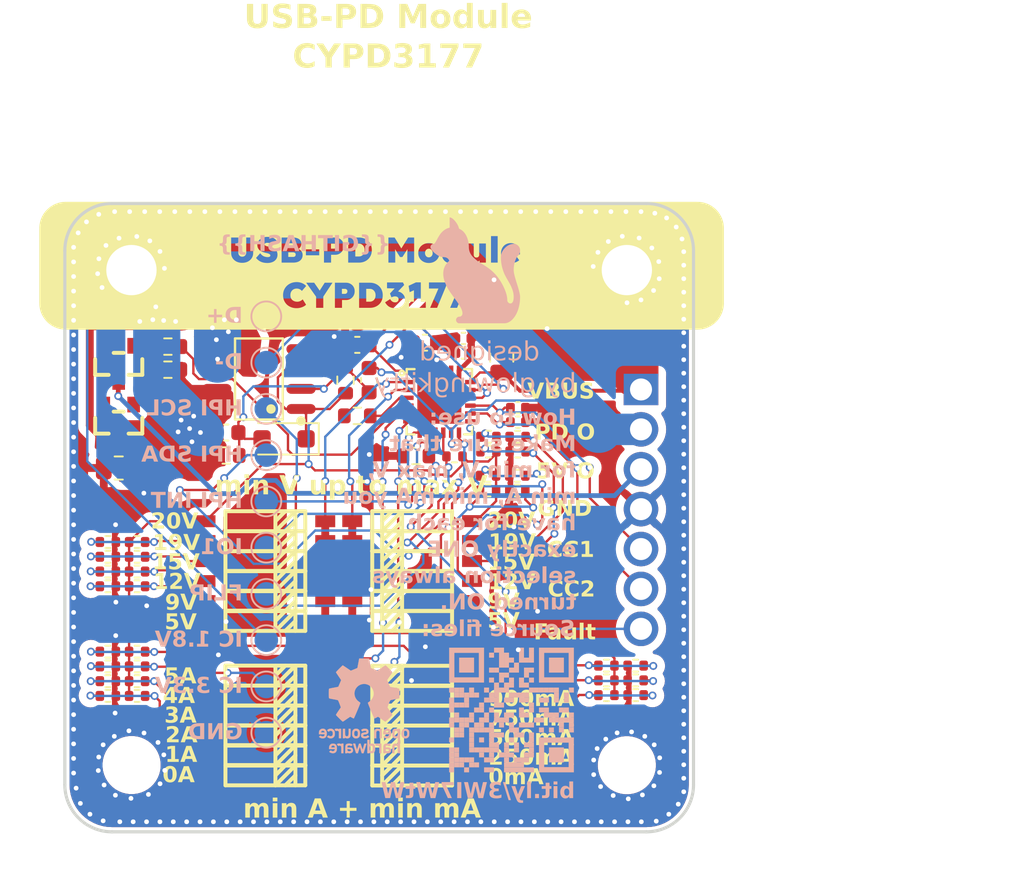
<source format=kicad_pcb>
(kicad_pcb (version 20240108) (generator "pcbnew") (generator_version "8.0")
  (layers (0 "F.Cu" signal) (31 "B.Cu" signal) (34 "B.Paste" user) (35 "F.Paste" user) (36 "B.SilkS" user "B.Silkscreen") (37 "F.SilkS" user "F.Silkscreen") (38 "B.Mask" user) (39 "F.Mask" user) (44 "Edge.Cuts" user))
  (net 0 "")
  (net 1 "gnd")
  (net 2 "voltage_dividers_and_dip_switches.fine_current_min_500ma_voltage_divider-out")
  (net 3 "voltage_dividers_and_dip_switches.fine_current_min_750ma_voltage_divider-out")
  (net 4 "voltage_dividers_and_dip_switches.fine_current_min_250ma_voltage_divider-out")
  (net 5 "isnk_fine")
  (net 6 "vcc-3")
  (net 7 "isnk_coarse")
  (net 8 "voltage_dividers_and_dip_switches.coarse_current_min_3a_voltage_divider-out")
  (net 9 "voltage_dividers_and_dip_switches.coarse_current_min_4a_voltage_divider-out")
  (net 10 "voltage_dividers_and_dip_switches.coarse_current_min_1a_voltage_divider-out")
  (net 11 "voltage_dividers_and_dip_switches.coarse_current_min_2a_voltage_divider-out")
  (net 12 "vbus_max")
  (net 13 "voltage_dividers_and_dip_switches.maximum_voltage_15v_voltage_divider-out")
  (net 14 "voltage_dividers_and_dip_switches.maximum_voltage_19v_voltage_divider-out")
  (net 15 "voltage_dividers_and_dip_switches.maximum_voltage_12v_voltage_divider-out")
  (net 16 "voltage_dividers_and_dip_switches.maximum_voltage_9v_voltage_divider-out")
  (net 17 "vbus_min")
  (net 18 "voltage_dividers_and_dip_switches.minimum_voltage_15v_voltage_divider-out")
  (net 19 "voltage_dividers_and_dip_switches.minimum_voltage_12v_voltage_divider-out")
  (net 20 "voltage_dividers_and_dip_switches.minimum_voltage_19v_voltage_divider-out")
  (net 21 "voltage_dividers_and_dip_switches.minimum_voltage_9v_voltage_divider-out")
  (net 22 "vcc")
  (net 23 "power_out_vbus_load_switch.load_switch_mosfet-gnd")
  (net 24 "vbus_fet_en")
  (net 25 "source1")
  (net 26 "gate")
  (net 27 "safe_pwr_en")
  (net 28 "fault")
  (net 29 "flip")
  (net 30 "vcc-2")
  (net 31 "cc1")
  (net 32 "cc2")
  (net 33 "vcc-1")
  (net 34 "vcc-4")
  (net 35 "hpi_scl")
  (net 36 "hpi_sda")
  (net 37 "hpi_int")
  (net 38 "gpio_1")
  (net 39 "dnu2")
  (net 40 "dminus")
  (net 41 "dnu1")
  (net 42 "dplus")
  (net 43 "source")
  (net 44 "b1")
  (footprint "lib:R0402" (layer "F.Cu") (at 185.68 106.09 180)
    (property "Reference" "R37" (hide yes))
    (property "Value" "5.1kohm +/- 1%")
  )
  (footprint "lib:C0402" (layer "F.Cu") (at 178.19 90.59)
    (property "Reference" "C5" (hide yes))
    (property "Value" "50V 390pF NP0 ±5% 0402  Multilayer Ceramic Capacitors MLCC - SMD/SMT ROHS")
  )
  (footprint "lib:R0603" (layer "F.Cu") (at 171.7 92.74 180)
    (property "Reference" "R6" (hide yes))
    (property "Value" "100kohm +/- 5%")
  )
  (footprint "lib:R0603" (layer "F.Cu") (at 167.97 90.19 180)
    (property "Reference" "R2" (hide yes))
    (property "Value" "1kohm +/- 1%")
  )
  (footprint "lib:CONN-TH_XY308-2.54-7P" (layer "F.Cu") (at 186.02 96.13 -90)
    (property "Reference" "U9" (hide yes))
    (property "Value" "")
  )
  (footprint "lib:C0805" (layer "F.Cu") (at 152.79 93.51 180)
    (property "Reference" "C1" (hide yes))
    (property "Value" "3.3uF +/- 10%")
  )
  (footprint "lib:R0402" (layer "F.Cu") (at 152.1 106.14)
    (property "Reference" "R29" (hide yes))
    (property "Value" "5.1kohm +/- 1%")
  )
  (footprint "lib:R0603" (layer "F.Cu") (at 155.92 87.25 180)
    (property "Reference" "R4" (hide yes))
    (property "Value" "49.9kohm +/- 1%")
  )
  (footprint "lib:R0402" (layer "F.Cu") (at 152.1 98.22)
    (property "Reference" "R15" (hide yes))
    (property "Value" "10kohm +/- 1%")
  )
  (footprint "lib:R0402" (layer "F.Cu") (at 183.82 106.09 180)
    (property "Reference" "R36" (hide yes))
    (property "Value" "5.1kohm +/- 1%")
  )
  (footprint "lib:R0402" (layer "F.Cu") (at 152.1 105.2)
    (property "Reference" "R31" (hide yes))
    (property "Value" "10kohm +/- 1%")
  )
  (footprint "lib:C0603" (layer "F.Cu") (at 167.97 85.67 180)
    (property "Reference" "C7" (hide yes))
    (property "Value" "1uF +/- 10%")
  )
  (footprint "lib:C0805" (layer "F.Cu") (at 177.16 86.48 90)
    (property "Reference" "C6" (hide yes))
    (property "Value" "3.3uF +/- 10%")
  )
  (footprint "lib:C0402" (layer "F.Cu") (at 178.19 89.67)
    (property "Reference" "C4" (hide yes))
    (property "Value" "390pF +/- 5%")
  )
  (footprint "lib:SOT-23_L2.9-W1.3-P1.90-LS2.4-BR" (layer "F.Cu") (at 152.79 86.88 90)
    (property "Reference" "U4" (hide yes))
    (property "Value" "")
  )
  (footprint "lib:MountingHole_3.2mm_M3" (layer "F.Cu") (at 153.6 80.91)
    (property "Reference" "U22" (hide yes))
    (property "Value" "")
  )
  (footprint "lib:R0402" (layer "F.Cu") (at 178.15 94 180)
    (property "Reference" "R19" (hide yes))
    (property "Value" "2.4kohm +/- 1%")
  )
  (footprint "lib:R0402" (layer "F.Cu") (at 153.96 107.08)
    (property "Reference" "R26" (hide yes))
    (property "Value" "5.1kohm +/- 1%")
  )
  (footprint "lib:R0402" (layer "F.Cu") (at 176.29 94.94 180)
    (property "Reference" "R16" (hide yes))
    (property "Value" "5.1kohm +/- 1%")
  )
  (footprint "lib:R0402" (layer "F.Cu") (at 176.31 91.52 180)
    (property "Reference" "R22" (hide yes))
    (property "Value" "5.1kohm +/- 1%")
  )
  (footprint "lib:R0402" (layer "F.Cu") (at 153.96 105.2)
    (property "Reference" "R30" (hide yes))
    (property "Value" "5.1kohm +/- 1%")
  )
  (footprint "lib:C0603" (layer "F.Cu") (at 168.72 87.92 -90)
    (property "Reference" "C3" (hide yes))
    (property "Value" "1uF +/- 10%")
  )
  (footprint "lib:R0402" (layer "F.Cu") (at 152.1 100.1)
    (property "Reference" "R11" (hide yes))
    (property "Value" "2.4kohm +/- 1%")
  )
  (footprint "lib:R0402" (layer "F.Cu") (at 176.29 94 180)
    (property "Reference" "R18" (hide yes))
    (property "Value" "5.1kohm +/- 1%")
  )
  (footprint "lib:R0402" (layer "F.Cu") (at 176.31 92.46 180)
    (property "Reference" "R20" (hide yes))
    (property "Value" "5.1kohm +/- 1%")
  )
  (footprint "lib:R0402" (layer "F.Cu") (at 152.1 108.02)
    (property "Reference" "R25" (hide yes))
    (property "Value" "1kohm +/- 1%")
  )
  (footprint "lib:R0402" (layer "F.Cu") (at 153.96 99.16)
    (property "Reference" "R12" (hide yes))
    (property "Value" "5.1kohm +/- 1%")
  )
  (footprint "lib:R0402" (layer "F.Cu") (at 153.96 101.04)
    (property "Reference" "R8" (hide yes))
    (property "Value" "5.1kohm +/- 1%")
  )
  (footprint "lib:MountingHole_3.2mm_M3" (layer "F.Cu") (at 185.12 112.43)
    (property "Reference" "U20" (hide yes))
    (property "Value" "")
  )
  (footprint "lib:SW-SMD_12P-L9.2-W5.4-P1.27-LS8.5" (layer "F.Cu") (at 162.12 109.9 90)
    (property "Reference" "U7" (hide yes))
    (property "Value" "")
  )
  (footprint "lib:SOP-8_L4.9-W3.9-P1.27-LS6.0-BL" (layer "F.Cu") (at 161.71 87.8425 90)
    (property "Reference" "U2" (hide yes))
    (property "Value" "")
  )
  (footprint "lib:R0603" (layer "F.Cu") (at 167.22 87.92 90)
    (property "Reference" "R3" (hide yes))
    (property "Value" "49.9kohm +/- 1%")
  )
  (footprint "lib:R0402" (layer "F.Cu") (at 153.96 106.14)
    (property "Reference" "R28" (hide yes))
    (property "Value" "5.1kohm +/- 1%")
  )
  (footprint "lib:R0402" (layer "F.Cu") (at 183.82 107.97 180)
    (property "Reference" "R32" (hide yes))
    (property "Value" "5.1kohm +/- 1%")
  )
  (footprint "lib:D_SOD-123F" (layer "F.Cu") (at 163.31 91.6525 180)
    (property "Reference" "DZ1" (hide yes))
    (property "Value" "")
  )
  (footprint "lib:R0402" (layer "F.Cu") (at 153.96 98.22)
    (property "Reference" "R14" (hide yes))
    (property "Value" "5.1kohm +/- 1%")
  )
  (footprint "lib:C0402" (layer "F.Cu") (at 174.72 86.19)
    (property "Reference" "C10" (hide yes))
    (property "Value" "0.1uF +/- 10%")
  )
  (footprint "lib:MountingHole_3.2mm_M3" (layer "F.Cu") (at 185.12 80.91)
    (property "Reference" "U23" (hide yes))
    (property "Value" "")
  )
  (footprint "lib:SOT-23_L2.9-W1.3-P1.90-LS2.4-BR" (layer "F.Cu") (at 152.79 90.62 90)
    (property "Reference" "U3" (hide yes))
    (property "Value" "")
  )
  (footprint "lib:R0402" (layer "F.Cu") (at 183.82 107.03 180)
    (property "Reference" "R34" (hide yes))
    (property "Value" "5.1kohm +/- 1%")
  )
  (footprint "lib:R0402" (layer "F.Cu") (at 153.96 100.1)
    (property "Reference" "R10" (hide yes))
    (property "Value" "5.1kohm +/- 1%")
  )
  (footprint "lib:C0603" (layer "F.Cu") (at 172.275 85.53 180)
    (property "Reference" "C8" (hide yes))
    (property "Value" "1uF +/- 10%")
  )
  (footprint "lib:C0402" (layer "F.Cu") (at 174.72 85.26)
    (property "Reference" "C9" (hide yes))
    (property "Value" "0.1uF +/- 10%")
  )
  (footprint "lib:SW-SMD_12P-L9.2-W5.4-P1.27-LS8.5" (layer "F.Cu") (at 162.12 100.07 90)
    (property "Reference" "U5" (hide yes))
    (property "Value" "")
  )
  (footprint "lib:R0603" (layer "F.Cu") (at 155.92 85.78)
    (property "Reference" "R5" (hide yes))
    (property "Value" "1kohm +/- 1%")
  )
  (footprint "lib:R0402" (layer "F.Cu") (at 185.68 107.03 180)
    (property "Reference" "R35" (hide yes))
    (property "Value" "2.4kohm +/- 1%")
  )
  (footprint "lib:C0603" (layer "F.Cu") (at 159.63 91.2525)
    (property "Reference" "C2" (hide yes))
    (property "Value" "1uF +/- 10%")
  )
  (footprint "lib:MountingHole_3.2mm_M3" (layer "F.Cu") (at 153.61 112.42)
    (property "Reference" "U21" (hide yes))
    (property "Value" "")
  )
  (footprint "lib:R0402" (layer "F.Cu") (at 178.17 92.46 180)
    (property "Reference" "R21" (hide yes))
    (property "Value" "5.1kohm +/- 1%")
  )
  (footprint "lib:R0402" (layer "F.Cu") (at 185.68 107.97 180)
    (property "Reference" "R33" (hide yes))
    (property "Value" "1kohm +/- 1%")
  )
  (footprint "lib:R0402" (layer "F.Cu") (at 178.17 91.52 180)
    (property "Reference" "R23" (hide yes))
    (property "Value" "10kohm +/- 1%")
  )
  (footprint "lib:R0402" (layer "F.Cu") (at 153.96 108.02)
    (property "Reference" "R24" (hide yes))
    (property "Value" "5.1kohm +/- 1%")
  )
  (footprint "lib:TQFN-24_L4.0-W4.0-P0.50-TL-EP2.8" (layer "F.Cu") (at 173.190064 89.290028)
    (property "Reference" "U1" (hide yes))
    (property "Value" "")
  )
  (footprint "lib:R0603" (layer "F.Cu") (at 159.63 92.7125)
    (property "Reference" "R1" (hide yes))
    (property "Value" "10kohm +/- 1%")
  )
  (footprint "lib:R0402" (layer "F.Cu") (at 152.1 107.08)
    (property "Reference" "R27" (hide yes))
    (property "Value" "2.4kohm +/- 1%")
  )
  (footprint "lib:R0402" (layer "F.Cu") (at 152.1 99.16)
    (property "Reference" "R13" (hide yes))
    (property "Value" "5.1kohm +/- 1%")
  )
  (footprint "lib:R0402" (layer "F.Cu") (at 178.15 94.94 180)
    (property "Reference" "R17" (hide yes))
    (property "Value" "1kohm +/- 1%")
  )
  (footprint "lib:SW-SMD_12P-L9.2-W5.4-P1.27-LS8.5" (layer "F.Cu") (at 171.46 100.07 -90)
    (property "Reference" "U6" (hide yes))
    (property "Value" "")
  )
  (footprint "lib:R0402" (layer "F.Cu") (at 152.1 101.04)
    (property "Reference" "R9" (hide yes))
    (property "Value" "1kohm +/- 1%")
  )
  (footprint "lib:R0402" (layer "F.Cu") (at 174.15 92.77)
    (property "Reference" "R7" (hide yes))
    (property "Value" "2kohm +/- 1%")
  )
  (footprint "lib:SW-SMD_12P-L9.2-W5.4-P1.27-LS8.5" (layer "F.Cu") (at 171.46 109.91 -90)
    (property "Reference" "U8" (hide yes))
    (property "Value" "")
  )
  (footprint "lib:TestPoint_Pad_D1.5mm" (layer "B.Cu") (at 162.18 104.470462 180)
    (property "Reference" "U14" (hide yes))
    (property "Value" "")
  )
  (footprint "lib:TestPoint_Pad_D1.5mm" (layer "B.Cu") (at 162.18 110.36 180)
    (property "Reference" "U10" (hide yes))
    (property "Value" "")
  )
  (footprint "lib:TestPoint_Pad_D1.5mm" (layer "B.Cu") (at 162.18 92.691398 180)
    (property "Reference" "U15" (hide yes))
    (property "Value" "")
  )
  (footprint "lib:TestPoint_Pad_D1.5mm" (layer "B.Cu") (at 162.18 83.8571 180)
    (property "Reference" "U11" (hide yes))
    (property "Value" "")
  )
  (footprint "lib:TestPoint_Pad_D1.5mm" (layer "B.Cu") (at 162.18 98.58093 180)
    (property "Reference" "U18" (hide yes))
    (property "Value" "")
  )
  (footprint "lib:TestPoint_Pad_D1.5mm" (layer "B.Cu") (at 162.18 89.746632 180)
    (property "Reference" "U16" (hide yes))
    (property "Value" "")
  )
  (footprint "lib:TestPoint_Pad_D1.5mm" (layer "B.Cu") (at 162.18 101.525696 180)
    (property "Reference" "U19" (hide yes))
    (property "Value" "")
  )
  (footprint "lib:TestPoint_Pad_D1.5mm" (layer "B.Cu") (at 162.18 86.801866 180)
    (property "Reference" "U12" (hide yes))
    (property "Value" "")
  )
  (footprint "lib:TestPoint_Pad_D1.5mm" (layer "B.Cu") (at 162.18 107.415228 180)
    (property "Reference" "U13" (hide yes))
    (property "Value" "")
  )
  (footprint "lib:TestPoint_Pad_D1.5mm" (layer "B.Cu") (at 162.18 95.636164 180)
    (property "Reference" "U17" (hide yes))
    (property "Value" "")
  )
  (footprint "Symbol:OSHW-Logo_5.7x6mm_SilkScreen" (layer "B.Cu") (at 168.41 108.65 180)
    (property "Reference" "REF**" (hide yes))
    (property "Value" "OSHW-Logo_5.7x6mm_SilkScreen" (hide yes))
  )
  (gr_poly (pts (xy 176.3525 109.074125) (xy 176.67 109.074125) (xy 176.67 108.756625) (xy 176.3525 108.756625)) (stroke (width -0.000001)) (fill solid) (layer "B.SilkS"))
  (gr_poly (pts (xy 176.9875 108.756625) (xy 177.305 108.756625) (xy 177.305 108.439125) (xy 176.9875 108.439125)) (stroke (width -0.000001)) (fill solid) (layer "B.SilkS"))
  (gr_poly (pts (xy 180.7975 110.026625) (xy 181.115 110.026625) (xy 181.115 109.709125) (xy 180.7975 109.709125)) (stroke (width -0.000001)) (fill solid) (layer "B.SilkS"))
  (gr_poly (pts (xy 174.447501 109.709125) (xy 174.765 109.709125) (xy 174.765 109.391625) (xy 174.447501 109.391625)) (stroke (width -0.000001)) (fill solid) (layer "B.SilkS"))
  (gr_poly (pts (xy 175.7175 108.756625) (xy 176.035 108.756625) (xy 176.035 108.439125) (xy 175.7175 108.439125)) (stroke (width -0.000001)) (fill solid) (layer "B.SilkS"))
  (gr_poly (pts (xy 173.8125 111.931625) (xy 174.13 111.931625) (xy 174.13 111.614125) (xy 173.8125 111.614125)) (stroke (width -0.000001)) (fill solid) (layer "B.SilkS"))
  (gr_poly (pts (xy 177.305 109.391625) (xy 177.6225 109.391625) (xy 177.6225 109.074125) (xy 177.305 109.074125)) (stroke (width -0.000001)) (fill solid) (layer "B.SilkS"))
  (gr_poly (pts (xy 174.13 111.931625) (xy 174.447501 111.931625) (xy 174.447501 111.614125) (xy 174.13 111.614125)) (stroke (width -0.000001)) (fill solid) (layer "B.SilkS"))
  (gr_poly (pts (xy 179.5275 112.884125) (xy 181.75 112.884125) (xy 181.75 110.995) (xy 181.416625 110.995) (xy 181.416625 112.550749) (xy 179.860875 112.550749) (xy 179.860875 110.995) (xy 181.416625 110.995) (xy 181.75 110.995) (xy 181.75 110.661625) (xy 179.5275 110.661625)) (stroke (width -0.000001)) (fill solid) (layer "B.SilkS"))
  (gr_poly (pts (xy 177.94 111.614125) (xy 178.2575 111.614125) (xy 178.2575 111.296625) (xy 177.94 111.296625)) (stroke (width -0.000001)) (fill solid) (layer "B.SilkS"))
  (gr_poly (pts (xy 180.48 109.391625) (xy 180.7975 109.391625) (xy 180.7975 109.074125) (xy 180.48 109.074125)) (stroke (width -0.000001)) (fill solid) (layer "B.SilkS"))
  (gr_poly (pts (xy 173.8125 112.249124) (xy 174.13 112.249124) (xy 174.13 111.931625) (xy 173.8125 111.931625)) (stroke (width -0.000001)) (fill solid) (layer "B.SilkS"))
  (gr_poly (pts (xy 176.035 109.391625) (xy 176.3525 109.391625) (xy 176.3525 109.074125) (xy 176.035 109.074125)) (stroke (width -0.000001)) (fill solid) (layer "B.SilkS"))
  (gr_poly (pts (xy 174.13 107.804125) (xy 174.447501 107.804125) (xy 174.447501 107.486625) (xy 174.13 107.486625)) (stroke (width -0.000001)) (fill solid) (layer "B.SilkS"))
  (gr_poly (pts (xy 174.13 108.756625) (xy 174.447501 108.756625) (xy 174.447501 108.439125) (xy 174.13 108.439125)) (stroke (width -0.000001)) (fill solid) (layer "B.SilkS"))
  (gr_poly (pts (xy 175.7175 110.026625) (xy 176.035 110.026625) (xy 176.035 109.709125) (xy 175.7175 109.709125)) (stroke (width -0.000001)) (fill solid) (layer "B.SilkS"))
  (gr_poly (pts (xy 176.9875 105.264125) (xy 177.305 105.264125) (xy 177.305 104.946625) (xy 176.9875 104.946625)) (stroke (width -0.000001)) (fill solid) (layer "B.SilkS"))
  (gr_poly (pts (xy 176.3525 111.296625) (xy 176.67 111.296625) (xy 176.67 110.979125) (xy 176.3525 110.979125)) (stroke (width -0.000001)) (fill solid) (layer "B.SilkS"))
  (gr_poly (pts (xy 178.8925 106.534125) (xy 179.21 106.534125) (xy 179.21 106.216625) (xy 178.8925 106.216625)) (stroke (width -0.000001)) (fill solid) (layer "B.SilkS"))
  (gr_poly (pts (xy 179.5275 107.169125) (xy 181.75 107.169125) (xy 181.75 105.28) (xy 181.416625 105.28) (xy 181.416625 106.83575) (xy 179.860875 106.83575) (xy 179.860875 105.28) (xy 181.416625 105.28) (xy 181.75 105.28) (xy 181.75 104.946625) (xy 179.5275 104.946625)) (stroke (width -0.000001)) (fill solid) (layer "B.SilkS"))
  (gr_poly (pts (xy 177.6225 111.931625) (xy 177.94 111.931625) (xy 177.94 111.614125) (xy 177.6225 111.614125)) (stroke (width -0.000001)) (fill solid) (layer "B.SilkS"))
  (gr_poly (pts (xy 178.2575 112.566625) (xy 178.575 112.566625) (xy 178.575 112.249124) (xy 178.2575 112.249124)) (stroke (width -0.000001)) (fill solid) (layer "B.SilkS"))
  (gr_poly (pts (xy 176.67 108.121625) (xy 176.9875 108.121625) (xy 176.9875 107.804125) (xy 176.67 107.804125)) (stroke (width -0.000001)) (fill solid) (layer "B.SilkS"))
  (gr_poly (pts (xy 176.67 111.614125) (xy 176.9875 111.614125) (xy 176.9875 111.296625) (xy 176.67 111.296625)) (stroke (width -0.000001)) (fill solid) (layer "B.SilkS"))
  (gr_poly (pts (xy 175.0825 112.249124) (xy 175.4 112.249124) (xy 175.4 111.931625) (xy 175.0825 111.931625)) (stroke (width -0.000001)) (fill solid) (layer "B.SilkS"))
  (gr_poly (pts (xy 176.3525 106.534125) (xy 176.67 106.534125) (xy 176.67 106.216625) (xy 176.3525 106.216625)) (stroke (width -0.000001)) (fill solid) (layer "B.SilkS"))
  (gr_poly (pts (xy 177.6225 110.979125) (xy 177.94 110.979125) (xy 177.94 110.661625) (xy 177.6225 110.661625)) (stroke (width -0.000001)) (fill solid) (layer "B.SilkS"))
  (gr_poly (pts (xy 178.2575 108.439125) (xy 178.575 108.439125) (xy 178.575 108.121625) (xy 178.2575 108.121625)) (stroke (width -0.000001)) (fill solid) (layer "B.SilkS"))
  (gr_poly (pts (xy 173.8125 111.614125) (xy 174.13 111.614125) (xy 174.13 111.296625) (xy 173.8125 111.296625)) (stroke (width -0.000001)) (fill solid) (layer "B.SilkS"))
  (gr_poly (pts (xy 173.8125 112.566625) (xy 174.13 112.566625) (xy 174.13 112.249124) (xy 173.8125 112.249124)) (stroke (width -0.000001)) (fill solid) (layer "B.SilkS"))
  (gr_poly (pts (xy 174.447501 108.756625) (xy 174.765 108.756625) (xy 174.765 108.439125) (xy 174.447501 108.439125)) (stroke (width -0.000001)) (fill solid) (layer "B.SilkS"))
  (gr_poly (pts (xy 175.4 109.074125) (xy 175.7175 109.074125) (xy 175.7175 108.756625) (xy 175.4 108.756625)) (stroke (width -0.000001)) (fill solid) (layer "B.SilkS"))
  (gr_poly (pts (xy 174.447501 112.566625) (xy 174.765 112.566625) (xy 174.765 112.249124) (xy 174.447501 112.249124)) (stroke (width -0.000001)) (fill solid) (layer "B.SilkS"))
  (gr_poly (pts (xy 181.115 108.121625) (xy 181.4325 108.121625) (xy 181.4325 107.804125) (xy 181.115 107.804125)) (stroke (width -0.000001)) (fill solid) (layer "B.SilkS"))
  (gr_poly (pts (xy 178.575 108.121625) (xy 178.8925 108.121625) (xy 178.8925 107.804125) (xy 178.575 107.804125)) (stroke (width -0.000001)) (fill solid) (layer "B.SilkS"))
  (gr_poly (pts (xy 179.21 109.709125) (xy 179.5275 109.709125) (xy 179.5275 109.391625) (xy 179.21 109.391625)) (stroke (width -0.000001)) (fill solid) (layer "B.SilkS"))
  (gr_poly (pts (xy 173.845295 78.207786) (xy 173.820774 78.213842) (xy 173.796552 78.22049) (xy 173.772628 78.22773) (xy 173.749002 78.23556) (xy 173.725674 78.243983) (xy 173.702645 78.252997) (xy 173.679914 78.262602) (xy 173.657482 78.272799) (xy 173.635348 78.283587) (xy 173.613513 78.294967) (xy 173.591976 78.306938) (xy 173.570737 78.319501) (xy 173.549797 78.332655) (xy 173.529156 78.346401) (xy 173.508813 78.360739) (xy 173.488769 78.375668) (xy 173.469123 78.390969) (xy 173.449974 78.406425) (xy 173.431323 78.422035) (xy 173.413169 78.4378) (xy 173.395512 78.453719) (xy 173.378353 78.469792) (xy 173.361691 78.486019) (xy 173.345526 78.502401) (xy 173.329859 78.518937) (xy 173.314689 78.535627) (xy 173.300016 78.552472) (xy 173.28584 78.569471) (xy 173.272161 78.586624) (xy 173.258979 78.603932) (xy 173.246295 78.621394) (xy 173.234107 78.63901) (xy 173.210584 78.674346) (xy 173.187755 78.709578) (xy 173.165622 78.744708) (xy 173.144184 78.779734) (xy 173.123443 78.814658) (xy 173.103398 78.849479) (xy 173.084051 78.884197) (xy 173.065401 78.918812) (xy 173.029782 78.98506) (xy 172.996156 79.045547) (xy 172.980091 79.073629) (xy 172.964524 79.100271) (xy 172.949455 79.125471) (xy 172.934885 79.149229) (xy 172.927746 79.160391) (xy 172.920657 79.170834) (xy 172.913617 79.180555) (xy 172.906628 79.189557) (xy 172.899688 79.197839) (xy 172.892799 79.2054) (xy 172.885959 79.212242) (xy 172.879169 79.218363) (xy 172.87243 79.223764) (xy 172.869078 79.226194) (xy 172.86574 79.228445) (xy 172.862414 79.230515) (xy 172.8591 79.232406) (xy 172.855799 79.234116) (xy 172.85251 79.235646) (xy 172.849233 79.236997) (xy 172.84597 79.238167) (xy 172.842718 79.239157) (xy 172.839479 79.239967) (xy 172.836253 79.240597) (xy 172.833039 79.241047) (xy 172.829838 79.241317) (xy 172.826649 79.241407) (xy 172.816391 79.241652) (xy 172.806307 79.242385) (xy 172.796397 79.243607) (xy 172.786662 79.245317) (xy 172.7771 79.247517) (xy 172.767712 79.250204) (xy 172.758499 79.253381) (xy 172.749459 79.257046) (xy 172.740594 79.2612) (xy 172.731902 79.265842) (xy 172.723385 79.270972) (xy 172.715042 79.276591) (xy 172.706872 79.282699) (xy 172.698877 79.289295) (xy 172.691056 79.296379) (xy 172.683409 79.303952) (xy 172.676085 79.311859) (xy 172.669234 79.319946) (xy 172.662855 79.328214) (xy 172.656948 79.336661) (xy 172.651513 79.345289) (xy 172.646551 79.354097) (xy 172.642062 79.363084) (xy 172.638045 79.372252) (xy 172.6345 79.381601) (xy 172.631428 79.391129) (xy 172.628828 79.400837) (xy 172.626701 79.410726) (xy 172.625047 79.420795) (xy 172.623865 79.431044) (xy 172.623156 79.441473) (xy 172.62292 79.452082) (xy 172.623367 79.460634) (xy 172.62471 79.469828) (xy 172.626948 79.479665) (xy 172.630081 79.490146) (xy 172.634109 79.501269) (xy 172.639032 79.513035) (xy 172.644851 79.525444) (xy 172.651565 79.538495) (xy 172.659174 79.55219) (xy 172.667678 79.566528) (xy 172.677078 79.581508) (xy 172.687373 79.597131) (xy 172.698564 79.613397) (xy 172.71065 79.630306) (xy 172.737508 79.666053) (xy 172.752168 79.684518) (xy 172.767501 79.70288) (xy 172.783504 79.721139) (xy 172.800179 79.739295) (xy 172.817526 79.757348) (xy 172.835544 79.775298) (xy 172.854234 79.793146) (xy 172.873595 79.810891) (xy 172.893628 79.828532) (xy 172.914332 79.846071) (xy 172.935708 79.863507) (xy 172.957755 79.88084) (xy 172.980474 79.89807) (xy 173.003864 79.915198) (xy 173.052659 79.949144) (xy 173.077666 79.965487) (xy 173.102548 79.980776) (xy 173.127306 79.99501) (xy 173.151939 80.00819) (xy 173.176448 80.020315) (xy 173.200832 80.031386) (xy 173.225092 80.041403) (xy 173.249227 80.050365) (xy 173.273238 80.058273) (xy 173.297125 80.065126) (xy 173.320888 80.070925) (xy 173.344526 80.07567) (xy 173.36804 80.079361) (xy 173.39143 80.081996) (xy 173.414696 80.083578) (xy 173.437837 80.084105) (xy 173.475141 80.085031) (xy 173.493121 80.086189) (xy 173.510654 80.087809) (xy 173.527739 80.089892) (xy 173.544377 80.092438) (xy 173.560567 80.095447) (xy 173.576309 80.098919) (xy 173.591604 80.102854) (xy 173.606451 80.107252) (xy 173.62085 80.112113) (xy 173.634802 80.117437) (xy 173.648306 80.123223) (xy 173.661362 80.129473) (xy 173.673971 80.136185) (xy 173.686132 80.14336) (xy 173.697845 80.150999) (xy 173.709111 80.1591) (xy 173.719929 80.167664) (xy 173.7303 80.17669) (xy 173.740222 80.18618) (xy 173.749698 80.196133) (xy 173.758725 80.206548) (xy 173.767305 80.217427) (xy 173.775437 80.228768) (xy 173.783122 80.240572) (xy 173.790359 80.252839) (xy 173.797148 80.265569) (xy 173.80349 80.278761) (xy 173.809384 80.292417) (xy 173.81483 80.306535) (xy 173.819829 80.321116) (xy 173.773572 80.36211) (xy 173.730299 80.40444) (xy 173.690011 80.448108) (xy 173.652707 80.493113) (xy 173.618388 80.539456) (xy 173.587053 80.587136) (xy 173.558702 80.636153) (xy 173.533335 80.686507) (xy 173.510953 80.738198) (xy 173.491555 80.791227) (xy 173.475141 80.845593) (xy 173.461712 80.901296) (xy 173.451266 80.958335) (xy 173.443806 81.016712) (xy 173.439329 81.076426) (xy 173.437837 81.137478) (xy 173.438334 81.173764) (xy 173.439827 81.210205) (xy 173.442314 81.246801) (xy 173.445796 81.283551) (xy 173.450273 81.320456) (xy 173.455744 81.357514) (xy 173.462211 81.394728) (xy 173.469672 81.432095) (xy 173.478128 81.469617) (xy 173.487578 81.507294) (xy 173.498023 81.545124) (xy 173.509463 81.583109) (xy 173.521897 81.621248) (xy 173.535326 81.659541) (xy 173.54975 81.697988) (xy 173.565168 81.736589) (xy 173.597794 81.813123) (xy 173.632013 81.888011) (xy 173.667823 81.961253) (xy 173.705226 82.032849) (xy 173.744222 82.102798) (xy 173.784809 82.171102) (xy 173.826989 82.23776) (xy 173.870761 82.302771) (xy 173.959894 82.43012) (xy 174.049024 82.555414) (xy 174.138154 82.678652) (xy 174.227287 82.799834) (xy 174.271059 82.859704) (xy 174.313239 82.919162) (xy 174.353826 82.978207) (xy 174.392822 83.03684) (xy 174.430225 83.095062) (xy 174.466036 83.152872) (xy 174.500254 83.210272) (xy 174.532881 83.267262) (xy 174.548299 83.295436) (xy 174.562722 83.323173) (xy 174.576151 83.350472) (xy 174.588586 83.377335) (xy 174.600025 83.40376) (xy 174.61047 83.429748) (xy 174.619921 83.455298) (xy 174.628377 83.480411) (xy 174.635838 83.505087) (xy 174.642304 83.529326) (xy 174.647776 83.553127) (xy 174.652253 83.576491) (xy 174.655735 83.599417) (xy 174.658222 83.621906) (xy 174.659714 83.643957) (xy 174.660212 83.665571) (xy 174.659988 83.676965) (xy 174.659317 83.688101) (xy 174.658198 83.69898) (xy 174.656631 83.709601) (xy 174.654617 83.719966) (xy 174.652155 83.730073) (xy 174.649246 83.739922) (xy 174.645888 83.749515) (xy 174.642083 83.75885) (xy 174.63783 83.767928) (xy 174.63313 83.776749) (xy 174.627981 83.785313) (xy 174.622385 83.79362) (xy 174.61634 83.801669) (xy 174.609848 83.809462) (xy 174.602908 83.816998) (xy 174.595623 83.824173) (xy 174.588089 83.830886) (xy 174.580305 83.837135) (xy 174.572273 83.842921) (xy 174.563992 83.848244) (xy 174.555461 83.853104) (xy 174.546682 83.857502) (xy 174.537655 83.861436) (xy 174.528378 83.864907) (xy 174.518853 83.867915) (xy 174.509079 83.870461) (xy 174.499057 83.872543) (xy 174.488786 83.874163) (xy 174.478266 83.87532) (xy 174.467499 83.876014) (xy 174.456482 83.876245) (xy 174.446224 83.87649) (xy 174.43614 83.877223) (xy 174.426231 83.878445) (xy 174.416495 83.880155) (xy 174.406933 83.882355) (xy 174.397545 83.885042) (xy 174.388332 83.888219) (xy 174.379292 83.891884) (xy 174.370427 83.896038) (xy 174.361735 83.90068) (xy 174.353218 83.90581) (xy 174.344875 83.911429) (xy 174.336706 83.917537) (xy 174.32871 83.924133) (xy 174.320889 83.931217) (xy 174.313242 83.93879) (xy 174.305918 83.946697) (xy 174.299067 83.954785) (xy 174.292688 83.963052) (xy 174.286781 83.9715) (xy 174.281347 83.980127) (xy 174.276385 83.988935) (xy 174.271895 83.997923) (xy 174.267878 84.007091) (xy 174.264333 84.016439) (xy 174.261261 84.025967) (xy 174.258662 84.035676) (xy 174.256535 84.045564) (xy 174.25488 84.055633) (xy 174.253699 84.065882) (xy 174.25299 84.076311) (xy 174.252753 84.086921) (xy 174.25299 84.09753) (xy 174.253699 84.107959) (xy 174.25488 84.118207) (xy 174.256535 84.128276) (xy 174.258662 84.138165) (xy 174.261261 84.147873) (xy 174.264333 84.157401) (xy 174.267878 84.16675) (xy 174.271895 84.175918) (xy 174.276385 84.184906) (xy 174.281347 84.193713) (xy 174.286781 84.202341) (xy 174.292688 84.210788) (xy 174.299067 84.219056) (xy 174.305918 84.227143) (xy 174.313242 84.23505) (xy 174.320889 84.242623) (xy 174.32871 84.249707) (xy 174.336706 84.256303) (xy 174.344875 84.262411) (xy 174.353218 84.26803) (xy 174.361735 84.27316) (xy 174.370427 84.277803) (xy 174.379292 84.281956) (xy 174.388332 84.285621) (xy 174.397545 84.288798) (xy 174.406933 84.291486) (xy 174.416495 84.293685) (xy 174.426231 84.295395) (xy 174.43614 84.296617) (xy 174.446224 84.297351) (xy 174.456482 84.297595) (xy 177.308691 84.297595) (xy 177.345087 84.296631) (xy 177.38106 84.293738) (xy 177.416611 84.288916) (xy 177.451739 84.282166) (xy 177.486444 84.273486) (xy 177.520726 84.262879) (xy 177.554586 84.250342) (xy 177.588023 84.235876) (xy 177.621037 84.219482) (xy 177.653628 84.201159) (xy 177.685796 84.180907) (xy 177.717542 84.158726) (xy 177.748864 84.134616) (xy 177.779764 84.108577) (xy 177.810242 84.080609) (xy 177.840296 84.050712) (xy 177.869692 84.019323) (xy 177.898192 83.98688) (xy 177.925797 83.953383) (xy 177.952507 83.918831) (xy 177.978321 83.883225) (xy 178.00324 83.846565) (xy 178.027264 83.80885) (xy 178.050392 83.770082) (xy 178.072625 83.730259) (xy 178.093963 83.689382) (xy 178.114406 83.647451) (xy 178.133953 83.604466) (xy 178.152605 83.560426) (xy 178.170362 83.515333) (xy 178.187223 83.469186) (xy 178.203189 83.421985) (xy 178.232286 83.325802) (xy 178.257503 83.228179) (xy 178.278841 83.129117) (xy 178.296299 83.028614) (xy 178.309878 82.926671) (xy 178.319577 82.823288) (xy 178.325397 82.718464) (xy 178.327336 82.612199) (xy 178.326541 82.58422) (xy 178.324153 82.552948) (xy 178.314603 82.48053) (xy 178.298687 82.394943) (xy 178.276404 82.296189) (xy 178.247754 82.184268) (xy 178.212738 82.059179) (xy 178.171356 81.920923) (xy 178.123607 81.769501) (xy 178.075858 81.618079) (xy 178.034476 81.479823) (xy 177.99946 81.354734) (xy 177.970811 81.242813) (xy 177.948528 81.144058) (xy 177.939774 81.099619) (xy 177.932611 81.058472) (xy 177.927041 81.020617) (xy 177.923061 80.986054) (xy 177.920674 80.954782) (xy 177.919878 80.926803) (xy 177.920674 80.865649) (xy 177.923061 80.805627) (xy 177.927041 80.746735) (xy 177.932611 80.688975) (xy 177.939774 80.632347) (xy 177.948528 80.576849) (xy 177.958873 80.522483) (xy 177.970811 80.469248) (xy 177.98434 80.417145) (xy 177.99946 80.366174) (xy 178.016172 80.316333) (xy 178.034476 80.267625) (xy 178.054371 80.220047) (xy 178.075858 80.173602) (xy 178.098937 80.128288) (xy 178.123607 80.084105) (xy 178.126045 80.079939) (xy 178.130173 80.074024) (xy 178.135992 80.066361) (xy 178.143503 80.056949) (xy 178.152705 80.045789) (xy 178.163597 80.03288) (xy 178.190456 80.001817) (xy 178.205229 79.984326) (xy 178.219305 79.966424) (xy 178.232684 79.948112) (xy 178.245368 79.929389) (xy 178.257354 79.910256) (xy 178.268645 79.890712) (xy 178.279239 79.870757) (xy 178.289137 79.850391) (xy 178.293763 79.840015) (xy 178.29809 79.829458) (xy 178.302119 79.818722) (xy 178.305849 79.807806) (xy 178.309281 79.796709) (xy 178.312415 79.785432) (xy 178.31525 79.773975) (xy 178.317787 79.762338) (xy 178.320025 79.750521) (xy 178.321965 79.738524) (xy 178.323606 79.726346) (xy 178.324949 79.713988) (xy 178.325993 79.701451) (xy 178.32674 79.688733) (xy 178.327187 79.675835) (xy 178.327336 79.662756) (xy 178.326876 79.640757) (xy 178.325496 79.619194) (xy 178.323196 79.598067) (xy 178.319975 79.577378) (xy 178.315834 79.557126) (xy 178.310773 79.53731) (xy 178.304792 79.517932) (xy 178.297891 79.49899) (xy 178.29007 79.480486) (xy 178.281328 79.462419) (xy 178.271666 79.444789) (xy 178.261084 79.427597) (xy 178.249582 79.410842) (xy 178.23716 79.394524) (xy 178.223818 79.378643) (xy 178.209555 79.3632) (xy 178.194621 79.348452) (xy 178.179264 79.334655) (xy 178.163485 79.32181) (xy 178.147282 79.309916) (xy 178.130657 79.298974) (xy 178.113609 79.288983) (xy 178.096139 79.279943) (xy 178.078245 79.271856) (xy 178.059929 79.264719) (xy 178.04119 79.258535) (xy 178.022028 79.253301) (xy 178.002444 79.249019) (xy 177.982437 79.245689) (xy 177.962007 79.24331) (xy 177.941154 79.241883) (xy 177.919878 79.241407) (xy 177.881878 79.242436) (xy 177.844276 79.245522) (xy 177.807071 79.250666) (xy 177.770265 79.257868) (xy 177.733856 79.267126) (xy 177.697845 79.278442) (xy 177.662233 79.291816) (xy 177.627018 79.307247) (xy 177.592201 79.324735) (xy 177.557782 79.34428) (xy 177.52376 79.365883) (xy 177.490137 79.389543) (xy 177.456912 79.41526) (xy 177.424084 79.443035) (xy 177.391655 79.472866) (xy 177.359623 79.504755) (xy 177.328784 79.537878) (xy 177.299935 79.571413) (xy 177.273075 79.605359) (xy 177.248206 79.639716) (xy 177.225326 79.674486) (xy 177.204436 79.709666) (xy 177.185535 79.745258) (xy 177.168624 79.781262) (xy 177.153703 79.817677) (xy 177.140772 79.854504) (xy 177.129829 79.891742) (xy 177.120877 79.929391) (xy 177.113914 79.967453) (xy 177.10894 80.005925) (xy 177.105956 80.04481) (xy 177.104961 80.084105) (xy 177.106255 80.170772) (xy 177.110135 80.256308) (xy 177.116602 80.340711) (xy 177.125656 80.423983) (xy 177.137296 80.506124) (xy 177.151522 80.587134) (xy 177.168334 80.667013) (xy 177.187731 80.745762) (xy 177.209018 80.82255) (xy 177.2315 80.896562) (xy 177.255176 80.967797) (xy 177.280046 81.036254) (xy 177.306109 81.101935) (xy 177.333366 81.164838) (xy 177.361817 81.224963) (xy 177.39146 81.28231) (xy 177.45194 81.39321) (xy 177.51242 81.502049) (xy 177.572902 81.608828) (xy 177.633383 81.71355) (xy 177.663028 81.765751) (xy 177.691478 81.818673) (xy 177.718735 81.872317) (xy 177.744798 81.926683) (xy 177.769668 81.981768) (xy 177.793344 82.037574) (xy 177.815826 82.0941) (xy 177.837114 82.151345) (xy 177.856512 82.20895) (xy 177.865241 82.237753) (xy 177.873323 82.266557) (xy 177.880759 82.29536) (xy 177.887548 82.324164) (xy 177.893691 82.352968) (xy 177.899187 82.381772) (xy 177.904036 82.410576) (xy 177.908239 82.43938) (xy 177.911796 82.468184) (xy 177.914705 82.496987) (xy 177.916968 82.525791) (xy 177.918585 82.554594) (xy 177.919555 82.583396) (xy 177.919878 82.612199) (xy 177.919654 82.638905) (xy 177.918983 82.664712) (xy 177.917864 82.689618) (xy 177.916297 82.713625) (xy 177.914282 82.736731) (xy 177.91182 82.758938) (xy 177.90891 82.780244) (xy 177.905553 82.800651) (xy 177.901748 82.820157) (xy 177.897495 82.838764) (xy 177.892795 82.85647) (xy 177.887647 82.873276) (xy 177.882051 82.889182) (xy 177.876008 82.904188) (xy 177.869517 82.918293) (xy 177.862578 82.931498) (xy 177.855292 82.943855) (xy 177.847756 82.955414) (xy 177.839972 82.966177) (xy 177.831939 82.976142) (xy 177.823658 82.985311) (xy 177.815128 82.993682) (xy 177.806349 83.001256) (xy 177.797322 83.008033) (xy 177.788045 83.014013) (xy 177.778521 83.019196) (xy 177.768747 83.023581) (xy 177.758725 83.027169) (xy 177.748454 83.02996) (xy 177.737934 83.031953) (xy 177.727166 83.033149) (xy 177.716149 83.033548) (xy 177.705157 83.033317) (xy 177.694463 83.032622) (xy 177.684068 83.031466) (xy 177.673971 83.029846) (xy 177.664172 83.027763) (xy 177.654672 83.025218) (xy 177.645471 83.022209) (xy 177.636567 83.018738) (xy 177.627962 83.014804) (xy 177.619656 83.010407) (xy 177.611648 83.005546) (xy 177.603939 83.000223) (xy 177.596528 82.994437) (xy 177.589415 82.988188) (xy 177.582601 82.981475) (xy 177.576085 82.9743) (xy 177.569893 82.966995) (xy 177.564049 82.959897) (xy 177.558553 82.953004) (xy 177.553405 82.946317) (xy 177.548605 82.939836) (xy 177.544153 82.93356) (xy 177.54005 82.927491) (xy 177.536295 82.921627) (xy 177.532887 82.915968) (xy 177.529829 82.910516) (xy 177.527118 82.905269) (xy 177.524755 82.900228) (xy 177.522741 82.895393) (xy 177.521075 82.890764) (xy 177.519757 82.88634) (xy 177.518787 82.882122) (xy 177.517295 82.873995) (xy 177.516001 82.866074) (xy 177.514907 82.85836) (xy 177.514012 82.850851) (xy 177.513315 82.843549) (xy 177.512818 82.836452) (xy 177.512519 82.82956) (xy 177.51242 82.822874) (xy 177.511288 82.773625) (xy 177.507894 82.722987) (xy 177.502236 82.670961) (xy 177.494315 82.617546) (xy 177.484131 82.562742) (xy 177.471684 82.50655) (xy 177.456973 82.448969) (xy 177.44 82.39) (xy 177.420763 82.329642) (xy 177.399263 82.267895) (xy 177.3755 82.20476) (xy 177.349474 82.140236) (xy 177.321184 82.074323) (xy 177.290631 82.007022) (xy 177.257815 81.938332) (xy 177.222735 81.868254) (xy 177.185942 81.798227) (xy 177.147979 81.729691) (xy 177.108847 81.662648) (xy 177.068546 81.597095) (xy 177.027077 81.533034) (xy 176.984438 81.470465) (xy 176.940631 81.409387) (xy 176.895655 81.3498) (xy 176.849511 81.291706) (xy 176.802197 81.235102) (xy 176.753715 81.17999) (xy 176.704064 81.12637) (xy 176.653244 81.074241) (xy 176.601256 81.023603) (xy 176.548099 80.974458) (xy 176.493774 80.926803) (xy 176.431305 80.875576) (xy 176.364855 80.823937) (xy 176.294426 80.771885) (xy 176.220018 80.719421) (xy 176.141629 80.666545) (xy 176.059261 80.613259) (xy 175.972914 80.559561) (xy 175.882586 80.505454) (xy 175.879206 80.503602) (xy 175.875426 80.501339) (xy 175.871249 80.498664) (xy 175.866673 80.495578) (xy 175.861699 80.49208) (xy 175.856328 80.488171) (xy 175.85056 80.48385) (xy 175.844396 80.479118) (xy 175.810125 80.457977) (xy 175.777346 80.437352) (xy 175.74606 80.417242) (xy 175.716267 80.397647) (xy 175.687966 80.378567) (xy 175.661157 80.360001) (xy 175.635841 80.34195) (xy 175.612016 80.324413) (xy 175.588091 80.306098) (xy 175.562475 80.285728) (xy 175.535168 80.2633) (xy 175.506169 80.238817) (xy 175.47548 80.212277) (xy 175.443099 80.183679) (xy 175.409027 80.153025) (xy 175.373263 80.120313) (xy 175.35522 80.103302) (xy 175.337699 80.086007) (xy 175.3207 80.068429) (xy 175.304224 80.050569) (xy 175.28827 80.032425) (xy 175.272838 80.013999) (xy 175.257928 79.99529) (xy 175.243541 79.976298) (xy 175.229677 79.957023) (xy 175.216334 79.937465) (xy 175.203515 79.917625) (xy 175.191217 79.897502) (xy 175.179443 79.877096) (xy 175.168191 79.856408) (xy 175.157461 79.835436) (xy 175.147254 79.814183) (xy 175.137616 79.792707) (xy 175.1286 79.771077) (xy 175.120205 79.749294) (xy 175.112433 79.727356) (xy 175.105283 79.705264) (xy 175.098755 79.683018) (xy 175.092848 79.660618) (xy 175.087563 79.638063) (xy 175.082901 79.615355) (xy 175.07886 79.592493) (xy 175.07544 79.569476) (xy 175.072643 79.546305) (xy 175.070467 79.522981) (xy 175.068913 79.499502) (xy 175.067981 79.475869) (xy 175.06767 79.452082) (xy 175.067048 79.402974) (xy 175.065182 79.354407) (xy 175.062073 79.30638) (xy 175.057721 79.258893) (xy 175.052125 79.211946) (xy 175.045285 79.16554) (xy 175.037202 79.119673) (xy 175.027875 79.074347) (xy 175.017306 79.029561) (xy 175.005492 78.985315) (xy 174.992435 78.941609) (xy 174.978135 78.898443) (xy 174.962592 78.855818) (xy 174.945805 78.813732) (xy 174.927775 78.772186) (xy 174.908502 78.731181) (xy 174.888035 78.691203) (xy 174.866424 78.652743) (xy 174.843668 78.615801) (xy 174.819769 78.580375) (xy 174.794725 78.546467) (xy 174.768537 78.514077) (xy 174.741206 78.483203) (xy 174.71273 78.453847) (xy 174.68311 78.426008) (xy 174.652346 78.399687) (xy 174.620438 78.374883) (xy 174.587386 78.351596) (xy 174.553191 78.329826) (xy 174.517851 78.309574) (xy 174.481368 78.290839) (xy 174.44374 78.273622) (xy 174.436032 78.242414) (xy 174.42723 78.211335) (xy 174.417334 78.180384) (xy 174.406343 78.149562) (xy 174.394258 78.118869) (xy 174.381078 78.088304) (xy 174.366803 78.057868) (xy 174.351435 78.02756) (xy 174.334971 77.997381) (xy 174.317413 77.967331) (xy 174.298761 77.937409) (xy 174.279014 77.907616) (xy 174.258172 77.877951) (xy 174.236236 77.848415) (xy 174.213205 77.819007) (xy 174.189079 77.789728) (xy 174.164608 77.761426) (xy 174.140535 77.734951) (xy 174.116861 77.710301) (xy 174.093584 77.687477) (xy 174.070705 77.666479) (xy 174.048224 77.647307) (xy 174.026141 77.629961) (xy 174.004456 77.614441) (xy 173.983169 77.600747) (xy 173.962279 77.588878) (xy 173.941788 77.578836) (xy 173.921694 77.570619) (xy 173.901998 77.564228) (xy 173.882699 77.559663) (xy 173.873199 77.558066) (xy 173.863798 77.556925) (xy 173.854497 77.55624) (xy 173.845295 77.556012)) (stroke (width -0.000001)) (fill solid) (layer "B.SilkS"))
  (gr_poly (pts (xy 173.8125 109.709125) (xy 174.13 109.709125) (xy 174.13 109.391625) (xy 173.8125 109.391625)) (stroke (width -0.000001)) (fill solid) (layer "B.SilkS"))
  (gr_poly (pts (xy 177.305 111.614125) (xy 177.6225 111.614125) (xy 177.6225 111.296625) (xy 177.305 111.296625)) (stroke (width -0.000001)) (fill solid) (layer "B.SilkS"))
  (gr_poly (pts (xy 177.305 107.486625) (xy 177.6225 107.486625) (xy 177.6225 107.169125) (xy 177.305 107.169125)) (stroke (width -0.000001)) (fill solid) (layer "B.SilkS"))
  (gr_poly (pts (xy 178.575 107.486625) (xy 178.8925 107.486625) (xy 178.8925 107.169125) (xy 178.575 107.169125)) (stroke (width -0.000001)) (fill solid) (layer "B.SilkS"))
  (gr_poly (pts (xy 176.3525 108.439125) (xy 176.67 108.439125) (xy 176.67 108.121625) (xy 176.3525 108.121625)) (stroke (width -0.000001)) (fill solid) (layer "B.SilkS"))
  (gr_poly (pts (xy 174.765 108.439125) (xy 175.0825 108.439125) (xy 175.0825 108.121625) (xy 174.765 108.121625)) (stroke (width -0.000001)) (fill solid) (layer "B.SilkS"))
  (gr_poly (pts (xy 180.1625 112.249124) (xy 181.115 112.249124) (xy 181.115 111.296625) (xy 180.1625 111.296625)) (stroke (width -0.000001)) (fill solid) (layer "B.SilkS"))
  (gr_poly (pts (xy 178.575 106.534125) (xy 178.8925 106.534125) (xy 178.8925 106.216625) (xy 178.575 106.216625)) (stroke (width -0.000001)) (fill solid) (layer "B.SilkS"))
  (gr_poly (pts (xy 175.4 108.121625) (xy 175.7175 108.121625) (xy 175.7175 107.804125) (xy 175.4 107.804125)) (stroke (width -0.000001)) (fill solid) (layer "B.SilkS"))
  (gr_poly (pts (xy 178.2575 105.899125) (xy 178.575 105.899125) (xy 178.575 105.581625) (xy 178.2575 105.581625)) (stroke (width -0.000001)) (fill solid) (layer "B.SilkS"))
  (gr_poly (pts (xy 179.5275 108.439125) (xy 179.845 108.439125) (xy 179.845 108.121625) (xy 179.5275 108.121625)) (stroke (width -0.000001)) (fill solid) (layer "B.SilkS"))
  (gr_poly (pts (xy 177.305 107.804125) (xy 177.6225 107.804125) (xy 177.6225 107.486625) (xy 177.305 107.486625)) (stroke (width -0.000001)) (fill solid) (layer "B.SilkS"))
  (gr_poly (pts (xy 176.67 109.391625) (xy 176.9875 109.391625) (xy 176.9875 109.074125) (xy 176.67 109.074125)) (stroke (width -0.000001)) (fill solid) (layer "B.SilkS"))
  (gr_poly (pts (xy 177.6225 105.899125) (xy 177.94 105.899125) (xy 177.94 105.581625) (xy 177.6225 105.581625)) (stroke (width -0.000001)) (fill solid) (layer "B.SilkS"))
  (gr_poly (pts (xy 175.0825 110.661625) (xy 175.4 110.661625) (xy 175.4 110.344125) (xy 175.0825 110.344125)) (stroke (width -0.000001)) (fill solid) (layer "B.SilkS"))
  (gr_poly (pts (xy 178.8925 111.931625) (xy 179.21 111.931625) (xy 179.21 111.614125) (xy 178.8925 111.614125)) (stroke (width -0.000001)) (fill solid) (layer "B.SilkS"))
  (gr_poly (pts (xy 177.6225 106.534125) (xy 177.94 106.534125) (xy 177.94 106.216625) (xy 177.6225 106.216625)) (stroke (width -0.000001)) (fill solid) (layer "B.SilkS"))
  (gr_poly (pts (xy 178.2575 112.249124) (xy 178.575 112.249124) (xy 178.575 111.931625) (xy 178.2575 111.931625)) (stroke (width -0.000001)) (fill solid) (layer "B.SilkS"))
  (gr_poly (pts (xy 178.575 106.851625) (xy 178.8925 106.851625) (xy 178.8925 106.534125) (xy 178.575 106.534125)) (stroke (width -0.000001)) (fill solid) (layer "B.SilkS"))
  (gr_poly (pts (xy 178.2575 110.661625) (xy 178.575 110.661625) (xy 178.575 110.344125) (xy 178.2575 110.344125)) (stroke (width -0.000001)) (fill solid) (layer "B.SilkS"))
  (gr_poly (pts (xy 179.21 107.804125) (xy 179.5275 107.804125) (xy 179.5275 107.486625) (xy 179.21 107.486625)) (stroke (width -0.000001)) (fill solid) (layer "B.SilkS"))
  (gr_poly (pts (xy 177.94 110.344125) (xy 178.2575 110.344125) (xy 178.2575 110.026625) (xy 177.94 110.026625)) (stroke (width -0.000001)) (fill solid) (layer "B.SilkS"))
  (gr_poly (pts (xy 173.8125 109.074125) (xy 174.13 109.074125) (xy 174.13 108.756625) (xy 173.8125 108.756625)) (stroke (width -0.000001)) (fill solid) (layer "B.SilkS"))
  (gr_poly (pts (xy 176.67 109.709125) (xy 176.9875 109.709125) (xy 176.9875 109.391625) (xy 176.67 109.391625)) (stroke (width -0.000001)) (fill solid) (layer "B.SilkS"))
  (gr_poly (pts (xy 176.3525 111.931625) (xy 176.67 111.931625) (xy 176.67 111.614125) (xy 176.3525 111.614125)) (stroke (width -0.000001)) (fill solid) (layer "B.SilkS"))
  (gr_poly (pts (xy 178.8925 105.264125) (xy 179.21 105.264125) (xy 179.21 104.946625) (xy 178.8925 104.946625)) (stroke (width -0.000001)) (fill solid) (layer "B.SilkS"))
  (gr_poly (pts (xy 174.13 108.121625) (xy 174.447501 108.121625) (xy 174.447501 107.804125) (xy 174.13 107.804125)) (stroke (width -0.000001)) (fill solid) (layer "B.SilkS"))
  (gr_poly (pts (xy 175.7175 111.931625) (xy 176.035 111.931625) (xy 176.035 111.614125) (xy 175.7175 111.614125)) (stroke (width -0.000001)) (fill solid) (layer "B.SilkS"))
  (gr_poly (pts (xy 177.94 112.249124) (xy 178.2575 112.249124) (xy 178.2575 111.931625) (xy 177.94 111.931625)) (stroke (width -0.000001)) (fill solid) (layer "B.SilkS"))
  (gr_poly (pts (xy 179.845 107.804125) (xy 180.1625 107.804125) (xy 180.1625 107.486625) (xy 179.845 107.486625)) (stroke (width -0.000001)) (fill solid) (layer "B.SilkS"))
  (gr_poly (pts (xy 178.8925 109.074125) (xy 179.21 109.074125) (xy 179.21 108.756625) (xy 178.8925 108.756625)) (stroke (width -0.000001)) (fill solid) (layer "B.SilkS"))
  (gr_poly (pts (xy 175.0825 111.614125) (xy 175.4 111.614125) (xy 175.4 111.296625) (xy 175.0825 111.296625)) (stroke (width -0.000001)) (fill solid) (layer "B.SilkS"))
  (gr_poly (pts (xy 178.2575 107.486625) (xy 178.575 107.486625) (xy 178.575 107.169125) (xy 178.2575 107.169125)) (stroke (width -0.000001)) (fill solid) (layer "B.SilkS"))
  (gr_poly (pts (xy 177.94 112.884125) (xy 178.2575 112.884125) (xy 178.2575 112.566625) (xy 177.94 112.566625)) (stroke (width -0.000001)) (fill solid) (layer "B.SilkS"))
  (gr_poly (pts (xy 176.3525 105.581625) (xy 176.67 105.581625) (xy 176.67 105.264125) (xy 176.3525 105.264125)) (stroke (width -0.000001)) (fill solid) (layer "B.SilkS"))
  (gr_poly (pts (xy 176.67 107.804125) (xy 176.9875 107.804125) (xy 176.9875 107.486625) (xy 176.67 107.486625)) (stroke (width -0.000001)) (fill solid) (layer "B.SilkS"))
  (gr_poly (pts (xy 176.3525 112.884125) (xy 176.67 112.884125) (xy 176.67 112.566625) (xy 176.3525 112.566625)) (stroke (width -0.000001)) (fill solid) (layer "B.SilkS"))
  (gr_poly (pts (xy 178.8925 110.661625) (xy 179.21 110.661625) (xy 179.21 110.344125) (xy 178.8925 110.344125)) (stroke (width -0.000001)) (fill solid) (layer "B.SilkS"))
  (gr_poly (pts (xy 176.67 111.296625) (xy 176.9875 111.296625) (xy 176.9875 110.979125) (xy 176.67 110.979125)) (stroke (width -0.000001)) (fill solid) (layer "B.SilkS"))
  (gr_poly (pts (xy 181.4325 109.391625) (xy 181.75 109.391625) (xy 181.75 109.074125) (xy 181.4325 109.074125)) (stroke (width -0.000001)) (fill solid) (layer "B.SilkS"))
  (gr_poly (pts (xy 177.94 106.534125) (xy 178.2575 106.534125) (xy 178.2575 106.216625) (xy 177.94 106.216625)) (stroke (width -0.000001)) (fill solid) (layer "B.SilkS"))
  (gr_poly (pts (xy 177.6225 112.566625) (xy 177.94 112.566625) (xy 177.94 112.249124) (xy 177.6225 112.249124)) (stroke (width -0.000001)) (fill solid) (layer "B.SilkS"))
  (gr_poly (pts (xy 178.8925 112.884125) (xy 179.21 112.884125) (xy 179.21 112.566625) (xy 178.8925 112.566625)) (stroke (width -0.000001)) (fill solid) (layer "B.SilkS"))
  (gr_poly (pts (xy 176.035 110.344125) (xy 176.3525 110.344125) (xy 176.3525 110.026625) (xy 176.035 110.026625)) (stroke (width -0.000001)) (fill solid) (layer "B.SilkS"))
  (gr_poly (pts (xy 173.8125 107.804125) (xy 174.13 107.804125) (xy 174.13 107.486625) (xy 173.8125 107.486625)) (stroke (width -0.000001)) (fill solid) (layer "B.SilkS"))
  (gr_poly (pts (xy 174.447501 110.344125) (xy 174.765 110.344125) (xy 174.765 110.026625) (xy 174.447501 110.026625)) (stroke (width -0.000001)) (fill solid) (layer "B.SilkS"))
  (gr_poly (pts (xy 180.7975 109.074125) (xy 181.115 109.074125) (xy 181.115 108.756625) (xy 180.7975 108.756625)) (stroke (width -0.000001)) (fill solid) (layer "B.SilkS"))
  (gr_poly (pts (xy 178.575 109.391625) (xy 178.8925 109.391625) (xy 178.8925 109.074125) (xy 178.575 109.074125)) (stroke (width -0.000001)) (fill solid) (layer "B.SilkS"))
  (gr_poly (pts (xy 174.765 112.249124) (xy 175.0825 112.249124) (xy 175.0825 111.931625) (xy 174.765 111.931625)) (stroke (width -0.000001)) (fill solid) (layer "B.SilkS"))
  (gr_poly (pts (xy 178.8925 110.026625) (xy 179.21 110.026625) (xy 179.21 109.709125) (xy 178.8925 109.709125)) (stroke (width -0.000001)) (fill solid) (layer "B.SilkS"))
  (gr_poly (pts (xy 177.6225 107.169125) (xy 177.94 107.169125) (xy 177.94 106.851625) (xy 177.6225 106.851625)) (stroke (width -0.000001)) (fill solid) (layer "B.SilkS"))
  (gr_poly (pts (xy 177.305 111.296625) (xy 177.6225 111.296625) (xy 177.6225 110.979125) (xy 177.305 110.979125)) (stroke (width -0.000001)) (fill solid) (layer "B.SilkS"))
  (gr_poly (pts (xy 176.9875 106.851625) (xy 177.305 106.851625) (xy 177.305 106.534125) (xy 176.9875 106.534125)) (stroke (width -0.000001)) (fill solid) (layer "B.SilkS"))
  (gr_poly (pts (xy 181.115 108.439125) (xy 181.4325 108.439125) (xy 181.4325 108.121625) (xy 181.115 108.121625)) (stroke (width -0.000001)) (fill solid) (layer "B.SilkS"))
  (gr_poly (pts (xy 177.6225 112.884125) (xy 177.94 112.884125) (xy 177.94 112.566625) (xy 177.6225 112.566625)) (stroke (width -0.000001)) (fill solid) (layer "B.SilkS"))
  (gr_poly (pts (xy 181.4325 110.344125) (xy 181.75 110.344125) (xy 181.75 110.026625) (xy 181.4325 110.026625)) (stroke (width -0.000001)) (fill solid) (layer "B.SilkS"))
  (gr_poly (pts (xy 176.3525 111.614125) (xy 176.67 111.614125) (xy 176.67 111.296625) (xy 176.3525 111.296625)) (stroke (width -0.000001)) (fill solid) (layer "B.SilkS"))
  (gr_poly (pts (xy 180.7975 110.344125) (xy 181.115 110.344125) (xy 181.115 110.026625) (xy 180.7975 110.026625)) (stroke (width -0.000001)) (fill solid) (layer "B.SilkS"))
  (gr_poly (pts (xy 174.447501 110.661625) (xy 174.765 110.661625) (xy 174.765 110.344125) (xy 174.447501 110.344125)) (stroke (width -0.000001)) (fill solid) (layer "B.SilkS"))
  (gr_poly (pts (xy 175.0825 110.979125) (xy 175.4 110.979125) (xy 175.4 110.661625) (xy 175.0825 110.661625)) (stroke (width -0.000001)) (fill solid) (layer "B.SilkS"))
  (gr_poly (pts (xy 178.8925 107.804125) (xy 179.21 107.804125) (xy 179.21 107.486625) (xy 178.8925 107.486625)) (stroke (width -0.000001)) (fill solid) (layer "B.SilkS"))
  (gr_poly (pts (xy 173.8125 107.169125) (xy 176.035 107.169125) (xy 176.035 105.28) (xy 175.701625 105.28) (xy 175.701625 106.83575) (xy 174.145876 106.83575) (xy 174.145876 105.28) (xy 175.701625 105.28) (xy 176.035 105.28) (xy 176.035 104.946625) (xy 173.8125 104.946625)) (stroke (width -0.000001)) (fill solid) (layer "B.SilkS"))
  (gr_poly (pts (xy 174.13 109.391625) (xy 174.447501 109.391625) (xy 174.447501 109.074125) (xy 174.13 109.074125)) (stroke (width -0.000001)) (fill solid) (layer "B.SilkS"))
  (gr_poly (pts (xy 176.9875 110.026625) (xy 177.305 110.026625) (xy 177.305 109.709125) (xy 176.9875 109.709125)) (stroke (width -0.000001)) (fill solid) (layer "B.SilkS"))
  (gr_poly (pts (xy 174.13 111.614125) (xy 174.447501 111.614125) (xy 174.447501 111.296625) (xy 174.13 111.296625)) (stroke (width -0.000001)) (fill solid) (layer "B.SilkS"))
  (gr_poly (pts (xy 174.13 110.344125) (xy 174.447501 110.344125) (xy 174.447501 110.026625) (xy 174.13 110.026625)) (stroke (width -0.000001)) (fill solid) (layer "B.SilkS"))
  (gr_poly (pts (xy 173.8125 108.439125) (xy 174.13 108.439125) (xy 174.13 108.121625) (xy 173.8125 108.121625)) (stroke (width -0.000001)) (fill solid) (layer "B.SilkS"))
  (gr_poly (pts (xy 177.94 111.296625) (xy 178.2575 111.296625) (xy 178.2575 110.979125) (xy 177.94 110.979125)) (stroke (width -0.000001)) (fill solid) (layer "B.SilkS"))
  (gr_poly (pts (xy 174.447501 112.249124) (xy 174.765 112.249124) (xy 174.765 111.931625) (xy 174.447501 111.931625)) (stroke (width -0.000001)) (fill solid) (layer "B.SilkS"))
  (gr_poly (pts (xy 177.305 112.884125) (xy 177.6225 112.884125) (xy 177.6225 112.566625) (xy 177.305 112.566625)) (stroke (width -0.000001)) (fill solid) (layer "B.SilkS"))
  (gr_poly (pts (xy 176.67 110.661625) (xy 176.9875 110.661625) (xy 176.9875 110.344125) (xy 176.67 110.344125)) (stroke (width -0.000001)) (fill solid) (layer "B.SilkS"))
  (gr_poly (pts (xy 175.7175 110.979125) (xy 176.035 110.979125) (xy 176.035 110.661625) (xy 175.7175 110.661625)) (stroke (width -0.000001)) (fill solid) (layer "B.SilkS"))
  (gr_poly (pts (xy 177.6225 107.486625) (xy 177.94 107.486625) (xy 177.94 107.169125) (xy 177.6225 107.169125)) (stroke (width -0.000001)) (fill solid) (layer "B.SilkS"))
  (gr_poly (pts (xy 180.48 108.439125) (xy 180.7975 108.439125) (xy 180.7975 108.121625) (xy 180.48 108.121625)) (stroke (width -0.000001)) (fill solid) (layer "B.SilkS"))
  (gr_poly (pts (xy 174.13 112.566625) (xy 174.447501 112.566625) (xy 174.447501 112.249124) (xy 174.13 112.249124)) (stroke (width -0.000001)) (fill solid) (layer "B.SilkS"))
  (gr_poly (pts (xy 179.5275 109.074125) (xy 179.845 109.074125) (xy 179.845 108.756625) (xy 179.5275 108.756625)) (stroke (width -0.000001)) (fill solid) (layer "B.SilkS"))
  (gr_poly (pts (xy 175.0825 109.391625) (xy 175.4 109.391625) (xy 175.4 109.074125) (xy 175.0825 109.074125)) (stroke (width -0.000001)) (fill solid) (layer "B.SilkS"))
  (gr_poly (pts (xy 177.305 112.249124) (xy 177.6225 112.249124) (xy 177.6225 111.931625) (xy 177.305 111.931625)) (stroke (width -0.000001)) (fill solid) (layer "B.SilkS"))
  (gr_poly (pts (xy 174.447501 108.121625) (xy 174.765 108.121625) (xy 174.765 107.804125) (xy 174.447501 107.804125)) (stroke (width -0.000001)) (fill solid) (layer "B.SilkS"))
  (gr_poly (pts (xy 174.13 112.249124) (xy 174.447501 112.249124) (xy 174.447501 111.931625) (xy 174.13 111.931625)) (stroke (width -0.000001)) (fill solid) (layer "B.SilkS"))
  (gr_poly (pts (xy 176.9875 107.169125) (xy 177.305 107.169125) (xy 177.305 106.851625) (xy 176.9875 106.851625)) (stroke (width -0.000001)) (fill solid) (layer "B.SilkS"))
  (gr_poly (pts (xy 178.8925 111.296625) (xy 179.21 111.296625) (xy 179.21 110.979125) (xy 178.8925 110.979125)) (stroke (width -0.000001)) (fill solid) (layer "B.SilkS"))
  (gr_poly (pts (xy 175.0825 112.566625) (xy 175.4 112.566625) (xy 175.4 112.249124) (xy 175.0825 112.249124)) (stroke (width -0.000001)) (fill solid) (layer "B.SilkS"))
  (gr_poly (pts (xy 175.7175 111.614125) (xy 176.035 111.614125) (xy 176.035 111.296625) (xy 175.7175 111.296625)) (stroke (width -0.000001)) (fill solid) (layer "B.SilkS"))
  (gr_poly (pts (xy 173.8125 110.979125) (xy 174.13 110.979125) (xy 174.13 110.661625) (xy 173.8125 110.661625)) (stroke (width -0.000001)) (fill solid) (layer "B.SilkS"))
  (gr_poly (pts (xy 176.035 107.804125) (xy 176.3525 107.804125) (xy 176.3525 107.486625) (xy 176.035 107.486625)) (stroke (width -0.000001)) (fill solid) (layer "B.SilkS"))
  (gr_poly (pts (xy 178.8925 108.756625) (xy 179.21 108.756625) (xy 179.21 108.439125) (xy 178.8925 108.439125)) (stroke (width -0.000001)) (fill solid) (layer "B.SilkS"))
  (gr_poly (pts (xy 173.8125 110.026625) (xy 174.13 110.026625) (xy 174.13 109.709125) (xy 173.8125 109.709125)) (stroke (width -0.000001)) (fill solid) (layer "B.SilkS"))
  (gr_poly (pts (xy 174.765 109.709125) (xy 175.0825 109.709125) (xy 175.0825 109.391625) (xy 174.765 109.391625)) (stroke (width -0.000001)) (fill solid) (layer "B.SilkS"))
  (gr_poly (pts (xy 176.3525 110.344125) (xy 176.67 110.344125) (xy 176.67 110.026625) (xy 176.3525 110.026625)) (stroke (width -0.000001)) (fill solid) (layer "B.SilkS"))
  (gr_poly (pts (xy 178.8925 110.979125) (xy 179.21 110.979125) (xy 179.21 110.661625) (xy 178.8925 110.661625)) (stroke (width -0.000001)) (fill solid) (layer "B.SilkS"))
  (gr_poly (pts (xy 175.0825 111.296625) (xy 175.4 111.296625) (xy 175.4 110.979125) (xy 175.0825 110.979125)) (stroke (width -0.000001)) (fill solid) (layer "B.SilkS"))
  (gr_poly (pts (xy 180.1625 106.534125) (xy 181.115 106.534125) (xy 181.115 105.581625) (xy 180.1625 105.581625)) (stroke (width -0.000001)) (fill solid) (layer "B.SilkS"))
  (gr_poly (pts (xy 177.305 112.566625) (xy 177.6225 112.566625) (xy 177.6225 112.249124) (xy 177.305 112.249124)) (stroke (width -0.000001)) (fill solid) (layer "B.SilkS"))
  (gr_poly (pts (xy 175.7175 109.709125) (xy 176.035 109.709125) (xy 176.035 109.391625) (xy 175.7175 109.391625)) (stroke (width -0.000001)) (fill solid) (layer "B.SilkS"))
  (gr_poly (pts (xy 177.305 109.709125) (xy 177.6225 109.709125) (xy 177.6225 109.391625) (xy 177.305 109.391625)) (stroke (width -0.000001)) (fill solid) (layer "B.SilkS"))
  (gr_poly (pts (xy 174.765 110.026625) (xy 175.0825 110.026625) (xy 175.0825 109.709125) (xy 174.765 109.709125)) (stroke (width -0.000001)) (fill solid) (layer "B.SilkS"))
  (gr_poly (pts (xy 175.4 112.566625) (xy 175.7175 112.566625) (xy 175.7175 112.249124) (xy 175.4 112.249124)) (stroke (width -0.000001)) (fill solid) (layer "B.SilkS"))
  (gr_poly (pts (xy 176.9875 107.804125) (xy 177.305 107.804125) (xy 177.305 107.486625) (xy 176.9875 107.486625)) (stroke (width -0.000001)) (fill solid) (layer "B.SilkS"))
  (gr_poly (pts (xy 181.4325 109.709125) (xy 181.75 109.709125) (xy 181.75 109.391625) (xy 181.4325 109.391625)) (stroke (width -0.000001)) (fill solid) (layer "B.SilkS"))
  (gr_poly (pts (xy 178.8925 105.581625) (xy 179.21 105.581625) (xy 179.21 105.264125) (xy 178.8925 105.264125)) (stroke (width -0.000001)) (fill solid) (layer "B.SilkS"))
  (gr_poly (pts (xy 176.9875 109.709125) (xy 177.305 109.709125) (xy 177.305 109.391625) (xy 176.9875 109.391625)) (stroke (width -0.000001)) (fill solid) (layer "B.SilkS"))
  (gr_poly (pts (xy 174.13 109.709125) (xy 174.447501 109.709125) (xy 174.447501 109.391625) (xy 174.13 109.391625)) (stroke (width -0.000001)) (fill solid) (layer "B.SilkS"))
  (gr_poly (pts (xy 177.305 105.899125) (xy 177.6225 105.899125) (xy 177.6225 105.581625) (xy 177.305 105.581625)) (stroke (width -0.000001)) (fill solid) (layer "B.SilkS"))
  (gr_poly (pts (xy 176.3525 110.026625) (xy 176.67 110.026625) (xy 176.67 109.709125) (xy 176.3525 109.709125)) (stroke (width -0.000001)) (fill solid) (layer "B.SilkS"))
  (gr_poly (pts (xy 176.035 111.614125) (xy 176.3525 111.614125) (xy 176.3525 111.296625) (xy 176.035 111.296625)) (stroke (width -0.000001)) (fill solid) (layer "B.SilkS"))
  (gr_poly (pts (xy 178.575 111.296625) (xy 178.8925 111.296625) (xy 178.8925 110.979125) (xy 178.575 110.979125)) (stroke (width -0.000001)) (fill solid) (layer "B.SilkS"))
  (gr_poly (pts (xy 179.5275 109.709125) (xy 179.845 109.709125) (xy 179.845 109.391625) (xy 179.5275 109.391625)) (stroke (width -0.000001)) (fill solid) (layer "B.SilkS"))
  (gr_poly (pts (xy 176.67 106.534125) (xy 176.9875 106.534125) (xy 176.9875 106.216625) (xy 176.67 106.216625)) (stroke (width -0.000001)) (fill solid) (layer "B.SilkS"))
  (gr_poly (pts (xy 178.575 112.884125) (xy 178.8925 112.884125) (xy 178.8925 112.566625) (xy 178.575 112.566625)) (stroke (width -0.000001)) (fill solid) (layer "B.SilkS"))
  (gr_poly (pts (xy 175.4 110.344125) (xy 175.7175 110.344125) (xy 175.7175 110.026625) (xy 175.4 110.026625)) (stroke (width -0.000001)) (fill solid) (layer "B.SilkS"))
  (gr_poly (pts (xy 175.0825 109.709125) (xy 175.4 109.709125) (xy 175.4 109.391625) (xy 175.0825 109.391625)) (stroke (width -0.000001)) (fill solid) (layer "B.SilkS"))
  (gr_poly (pts (xy 175.0825 108.121625) (xy 175.4 108.121625) (xy 175.4 107.804125) (xy 175.0825 107.804125)) (stroke (width -0.000001)) (fill solid) (layer "B.SilkS"))
  (gr_poly (pts (xy 177.6225 110.344125) (xy 177.94 110.344125) (xy 177.94 110.026625) (xy 177.6225 110.026625)) (stroke (width -0.000001)) (fill solid) (layer "B.SilkS"))
  (gr_poly (pts (xy 177.6225 108.121625) (xy 177.94 108.121625) (xy 177.94 107.804125) (xy 177.6225 107.804125)) (stroke (width -0.000001)) (fill solid) (layer "B.SilkS"))
  (gr_poly (pts (xy 178.8925 105.899125) (xy 179.21 105.899125) (xy 179.21 105.581625) (xy 178.8925 105.581625)) (stroke (width -0.000001)) (fill solid) (layer "B.SilkS"))
  (gr_poly (pts (xy 180.7975 109.709125) (xy 181.115 109.709125) (xy 181.115 109.391625) (xy 180.7975 109.391625)) (stroke (width -0.000001)) (fill solid) (layer "B.SilkS"))
  (gr_poly (pts (xy 175.4 110.026625) (xy 175.7175 110.026625) (xy 175.7175 109.709125) (xy 175.4 109.709125)) (stroke (width -0.000001)) (fill solid) (layer "B.SilkS"))
  (gr_poly (pts (xy 176.035 109.709125) (xy 176.3525 109.709125) (xy 176.3525 109.391625) (xy 176.035 109.391625)) (stroke (width -0.000001)) (fill solid) (layer "B.SilkS"))
  (gr_poly (pts (xy 178.2575 109.074125) (xy 178.575 109.074125) (xy 178.575 108.756625) (xy 178.2575 108.756625)) (stroke (width -0.000001)) (fill solid) (layer "B.SilkS"))
  (gr_poly (pts (xy 177.94 112.566625) (xy 178.2575 112.566625) (xy 178.2575 112.249124) (xy 177.94 112.249124)) (stroke (width -0.000001)) (fill solid) (layer "B.SilkS"))
  (gr_poly (pts (xy 178.2575 107.169125) (xy 178.575 107.169125) (xy 178.575 106.851625) (xy 178.2575 106.851625)) (stroke (width -0.000001)) (fill solid) (layer "B.SilkS"))
  (gr_poly (pts (xy 178.575 110.026625) (xy 178.8925 110.026625) (xy 178.8925 109.709125) (xy 178.575 109.709125)) (stroke (width -0.000001)) (fill solid) (layer "B.SilkS"))
  (gr_poly (pts (xy 177.305 105.581625) (xy 177.6225 105.581625) (xy 177.6225 105.264125) (xy 177.305 105.264125)) (stroke (width -0.000001)) (fill solid) (layer "B.SilkS"))
  (gr_poly (pts (xy 175.0825 110.344125) (xy 175.4 110.344125) (xy 175.4 110.026625) (xy 175.0825 110.026625)) (stroke (width -0.000001)) (fill solid) (layer "B.SilkS"))
  (gr_poly (pts (xy 178.2575 108.121625) (xy 178.575 108.121625) (xy 178.575 107.804125) (xy 178.2575 107.804125)) (stroke (width -0.000001)) (fill solid) (layer "B.SilkS"))
  (gr_poly (pts (xy 176.9875 105.899125) (xy 177.305 105.899125) (xy 177.305 105.581625) (xy 176.9875 105.581625)) (stroke (width -0.000001)) (fill solid) (layer "B.SilkS"))
  (gr_poly (pts (xy 178.2575 109.391625) (xy 178.575 109.391625) (xy 178.575 109.074125) (xy 178.2575 109.074125)) (stroke (width -0.000001)) (fill solid) (layer "B.SilkS"))
  (gr_poly (pts (xy 179.5275 110.344125) (xy 179.845 110.344125) (xy 179.845 110.026625) (xy 179.5275 110.026625)) (stroke (width -0.000001)) (fill solid) (layer "B.SilkS"))
  (gr_poly (pts (xy 177.305 108.439125) (xy 177.6225 108.439125) (xy 177.6225 108.121625) (xy 177.305 108.121625)) (stroke (width -0.000001)) (fill solid) (layer "B.SilkS"))
  (gr_poly (pts (xy 177.94 106.216625) (xy 178.2575 106.216625) (xy 178.2575 105.899125) (xy 177.94 105.899125)) (stroke (width -0.000001)) (fill solid) (layer "B.SilkS"))
  (gr_poly (pts (xy 177.6225 110.026625) (xy 177.94 110.026625) (xy 177.94 109.709125) (xy 177.6225 109.709125)) (stroke (width -0.000001)) (fill solid) (layer "B.SilkS"))
  (gr_poly (pts (xy 178.575 112.249124) (xy 178.8925 112.249124) (xy 178.8925 111.931625) (xy 178.575 111.931625)) (stroke (width -0.000001)) (fill solid) (layer "B.SilkS"))
  (gr_poly (pts (xy 176.3525 110.979125) (xy 176.67 110.979125) (xy 176.67 110.661625) (xy 176.3525 110.661625)) (stroke (width -0.000001)) (fill solid) (layer "B.SilkS"))
  (gr_poly (pts (xy 176.3525 110.661625) (xy 176.67 110.661625) (xy 176.67 110.344125) (xy 176.3525 110.344125)) (stroke (width -0.000001)) (fill solid) (layer "B.SilkS"))
  (gr_poly (pts (xy 176.9875 106.216625) (xy 177.305 106.216625) (xy 177.305 105.899125) (xy 176.9875 105.899125)) (stroke (width -0.000001)) (fill solid) (layer "B.SilkS"))
  (gr_poly (pts (xy 176.9875 105.581625) (xy 177.305 105.581625) (xy 177.305 105.264125) (xy 176.9875 105.264125)) (stroke (width -0.000001)) (fill solid) (layer "B.SilkS"))
  (gr_poly (pts (xy 173.8125 108.756625) (xy 174.13 108.756625) (xy 174.13 108.439125) (xy 173.8125 108.439125)) (stroke (width -0.000001)) (fill solid) (layer "B.SilkS"))
  (gr_poly (pts (xy 177.305 106.851625) (xy 177.6225 106.851625) (xy 177.6225 106.534125) (xy 177.305 106.534125)) (stroke (width -0.000001)) (fill solid) (layer "B.SilkS"))
  (gr_poly (pts (xy 174.13 110.661625) (xy 174.447501 110.661625) (xy 174.447501 110.344125) (xy 174.13 110.344125)) (stroke (width -0.000001)) (fill solid) (layer "B.SilkS"))
  (gr_poly (pts (xy 177.305 106.216625) (xy 177.6225 106.216625) (xy 177.6225 105.899125) (xy 177.305 105.899125)) (stroke (width -0.000001)) (fill solid) (layer "B.SilkS"))
  (gr_poly (pts (xy 176.035 112.884125) (xy 176.3525 112.884125) (xy 176.3525 112.566625) (xy 176.035 112.566625)) (stroke (width -0.000001)) (fill solid) (layer "B.SilkS"))
  (gr_poly (pts (xy 176.3525 112.249124) (xy 176.67 112.249124) (xy 176.67 111.931625) (xy 176.3525 111.931625)) (stroke (width -0.000001)) (fill solid) (layer "B.SilkS"))
  (gr_poly (pts (xy 178.575 108.439125) (xy 178.8925 108.439125) (xy 178.8925 108.121625) (xy 178.575 108.121625)) (stroke (width -0.000001)) (fill solid) (layer "B.SilkS"))
  (gr_poly (pts (xy 176.9875 110.661625) (xy 177.305 110.661625) (xy 177.305 110.344125) (xy 176.9875 110.344125)) (stroke (width -0.000001)) (fill solid) (layer "B.SilkS"))
  (gr_poly (pts (xy 181.115 109.074125) (xy 181.4325 109.074125) (xy 181.4325 108.756625) (xy 181.115 108.756625)) (stroke (width -0.000001)) (fill solid) (layer "B.SilkS"))
  (gr_poly (pts (xy 178.575 105.899125) (xy 178.8925 105.899125) (xy 178.8925 105.581625) (xy 178.575 105.581625)) (stroke (width -0.000001)) (fill solid) (layer "B.SilkS"))
  (gr_poly (pts (xy 176.67 108.756625) (xy 176.9875 108.756625) (xy 176.9875 108.439125) (xy 176.67 108.439125)) (stroke (width -0.000001)) (fill solid) (layer "B.SilkS"))
  (gr_poly (pts (xy 177.6225 109.391625) (xy 177.94 109.391625) (xy 177.94 109.074125) (xy 177.6225 109.074125)) (stroke (width -0.000001)) (fill solid) (layer "B.SilkS"))
  (gr_poly (pts (xy 180.1625 107.804125) (xy 180.48 107.804125) (xy 180.48 107.486625) (xy 180.1625 107.486625)) (stroke (width -0.000001)) (fill solid) (layer "B.SilkS"))
  (gr_poly (pts (xy 176.3525 108.121625) (xy 176.67 108.121625) (xy 176.67 107.804125) (xy 176.3525 107.804125)) (stroke (width -0.000001)) (fill solid) (layer "B.SilkS"))
  (gr_poly (pts (xy 179.845 108.439125) (xy 180.1625 108.439125) (xy 180.1625 108.121625) (xy 179.845 108.121625)) (stroke (width -0.000001)) (fill solid) (layer "B.SilkS"))
  (gr_poly (pts (xy 178.8925 107.169125) (xy 179.21 107.169125) (xy 179.21 106.851625) (xy 178.8925 106.851625)) (stroke (width -0.000001)) (fill solid) (layer "B.SilkS"))
  (gr_poly (pts (xy 180.48 108.121625) (xy 180.7975 108.121625) (xy 180.7975 107.804125) (xy 180.48 107.804125)) (stroke (width -0.000001)) (fill solid) (layer "B.SilkS"))
  (gr_poly (pts (xy 175.0825 107.804125) (xy 175.4 107.804125) (xy 175.4 107.486625) (xy 175.0825 107.486625)) (stroke (width -0.000001)) (fill solid) (layer "B.SilkS"))
  (gr_poly (pts (xy 179.5275 107.804125) (xy 179.845 107.804125) (xy 179.845 107.486625) (xy 179.5275 107.486625)) (stroke (width -0.000001)) (fill solid) (layer "B.SilkS"))
  (gr_poly (pts (xy 176.9875 111.931625) (xy 177.305 111.931625) (xy 177.305 111.614125) (xy 176.9875 111.614125)) (stroke (width -0.000001)) (fill solid) (layer "B.SilkS"))
  (gr_poly (pts (xy 175.7175 109.074125) (xy 176.035 109.074125) (xy 176.035 108.756625) (xy 175.7175 108.756625)) (stroke (width -0.000001)) (fill solid) (layer "B.SilkS"))
  (gr_poly (pts (xy 181.115 109.709125) (xy 181.4325 109.709125) (xy 181.4325 109.391625) (xy 181.115 109.391625)) (stroke (width -0.000001)) (fill solid) (layer "B.SilkS"))
  (gr_poly (pts (xy 176.3525 107.169125) (xy 176.67 107.169125) (xy 176.67 106.851625) (xy 176.3525 106.851625)) (stroke (width -0.000001)) (fill solid) (layer "B.SilkS"))
  (gr_poly (pts (xy 176.67 105.264125) (xy 176.9875 105.264125) (xy 176.9875 104.946625) (xy 176.67 104.946625)) (stroke (width -0.000001)) (fill solid) (layer "B.SilkS"))
  (gr_poly (pts (xy 178.575 111.931625) (xy 178.8925 111.931625) (xy 178.8925 111.614125) (xy 178.575 111.614125)) (stroke (width -0.000001)) (fill solid) (layer "B.SilkS"))
  (gr_poly (pts (xy 180.1625 110.344125) (xy 180.48 110.344125) (xy 180.48 110.026625) (xy 180.1625 110.026625)) (stroke (width -0.000001)) (fill solid) (layer "B.SilkS"))
  (gr_poly (pts (xy 178.2575 105.264125) (xy 178.575 105.264125) (xy 178.575 104.946625) (xy 178.2575 104.946625)) (stroke (width -0.000001)) (fill solid) (layer "B.SilkS"))
  (gr_poly (pts (xy 179.845 109.074125) (xy 180.1625 109.074125) (xy 180.1625 108.756625) (xy 179.845 108.756625)) (stroke (width -0.000001)) (fill solid) (layer "B.SilkS"))
  (gr_poly (pts (xy 177.6225 108.439125) (xy 177.94 108.439125) (xy 177.94 108.121625) (xy 177.6225 108.121625)) (stroke (width -0.000001)) (fill solid) (layer "B.SilkS"))
  (gr_poly (pts (xy 178.8925 111.614125) (xy 179.21 111.614125) (xy 179.21 111.296625) (xy 178.8925 111.296625)) (stroke (width -0.000001)) (fill solid) (layer "B.SilkS"))
  (gr_poly (pts (xy 179.845 109.391625) (xy 180.1625 109.391625) (xy 180.1625 109.074125) (xy 179.845 109.074125)) (stroke (width -0.000001)) (fill solid) (layer "B.SilkS"))
  (gr_poly (pts (xy 174.765 108.121625) (xy 175.0825 108.121625) (xy 175.0825 107.804125) (xy 174.765 107.804125)) (stroke (width -0.000001)) (fill solid) (layer "B.SilkS"))
  (gr_poly (pts (xy 175.4 111.614125) (xy 175.7175 111.614125) (xy 175.7175 111.296625) (xy 175.4 111.296625)) (stroke (width -0.000001)) (fill solid) (layer "B.SilkS"))
  (gr_poly (pts (xy 178.2575 105.581625) (xy 178.575 105.581625) (xy 178.575 105.264125) (xy 178.2575 105.264125)) (stroke (width -0.000001)) (fill solid) (layer "B.SilkS"))
  (gr_poly (pts (xy 181.4325 110.026625) (xy 181.75 110.026625) (xy 181.75 109.709125) (xy 181.4325 109.709125)) (stroke (width -0.000001)) (fill solid) (layer "B.SilkS"))
  (gr_poly (pts (xy 180.1625 109.391625) (xy 180.48 109.391625) (xy 180.48 109.074125) (xy 180.1625 109.074125)) (stroke (width -0.000001)) (fill solid) (layer "B.SilkS"))
  (gr_poly (pts (xy 178.2575 112.884125) (xy 178.575 112.884125) (xy 178.575 112.566625) (xy 178.2575 112.566625)) (stroke (width -0.000001)) (fill solid) (layer "B.SilkS"))
  (gr_poly (pts (xy 178.2575 110.026625) (xy 178.575 110.026625) (xy 178.575 109.709125) (xy 178.2575 109.709125)) (stroke (width -0.000001)) (fill solid) (layer "B.SilkS"))
  (gr_poly (pts (xy 176.035 112.249124) (xy 176.3525 112.249124) (xy 176.3525 111.931625) (xy 176.035 111.931625)) (stroke (width -0.000001)) (fill solid) (layer "B.SilkS"))
  (gr_poly (pts (xy 176.035 108.439125) (xy 176.3525 108.439125) (xy 176.3525 108.121625) (xy 176.035 108.121625)) (stroke (width -0.000001)) (fill solid) (layer "B.SilkS"))
  (gr_poly (pts (xy 180.1625 109.709125) (xy 180.48 109.709125) (xy 180.48 109.391625) (xy 180.1625 109.391625)) (stroke (width -0.000001)) (fill solid) (layer "B.SilkS"))
  (gr_poly (pts (xy 176.67 107.486625) (xy 176.9875 107.486625) (xy 176.9875 107.169125) (xy 176.67 107.169125)) (stroke (width -0.000001)) (fill solid) (layer "B.SilkS"))
  (gr_poly (pts (xy 174.447501 106.534125) (xy 175.4 106.534125) (xy 175.4 105.581625) (xy 174.447501 105.581625)) (stroke (width -0.000001)) (fill solid) (layer "B.SilkS"))
  (gr_poly (pts (xy 177.94 110.661625) (xy 178.2575 110.661625) (xy 178.2575 110.344125) (xy 177.94 110.344125)) (stroke (width -0.000001)) (fill solid) (layer "B.SilkS"))
  (gr_poly (pts (xy 174.447501 110.026625) (xy 174.765 110.026625) (xy 174.765 109.709125) (xy 174.447501 109.709125)) (stroke (width -0.000001)) (fill solid) (layer "B.SilkS"))
  (gr_poly (pts (xy 174.765 112.884125) (xy 175.0825 112.884125) (xy 175.0825 112.566625) (xy 174.765 112.566625)) (stroke (width -0.000001)) (fill solid) (layer "B.SilkS"))
  (gr_poly (pts (xy 174.447501 107.804125) (xy 174.765 107.804125) (xy 174.765 107.486625) (xy 174.447501 107.486625)) (stroke (width -0.000001)) (fill solid) (layer "B.SilkS"))
  (gr_poly (pts (xy 175.7175 110.344125) (xy 176.035 110.344125) (xy 176.035 110.026625) (xy 175.7175 110.026625)) (stroke (width -0.000001)) (fill solid) (layer "B.SilkS"))
  (gr_poly (pts (xy 181.4325 107.804125) (xy 181.75 107.804125) (xy 181.75 107.486625) (xy 181.4325 107.486625)) (stroke (width -0.000001)) (fill solid) (layer "B.SilkS"))
  (gr_poly (pts (xy 174.765 108.756625) (xy 175.0825 108.756625) (xy 175.0825 108.439125) (xy 174.765 108.439125)) (stroke (width -0.000001)) (fill solid) (layer "B.SilkS"))
  (gr_poly (pts (xy 177.94 108.121625) (xy 178.2575 108.121625) (xy 178.2575 107.804125) (xy 177.94 107.804125)) (stroke (width -0.000001)) (fill solid) (layer "B.SilkS"))
  (gr_poly (pts (xy 177.305 111.931625) (xy 177.6225 111.931625) (xy 177.6225 111.614125) (xy 177.305 111.614125)) (stroke (width -0.000001)) (fill solid) (layer "B.SilkS"))
  (gr_poly (pts (xy 180.48 107.804125) (xy 180.7975 107.804125) (xy 180.7975 107.486625) (xy 180.48 107.486625)) (stroke (width -0.000001)) (fill solid) (layer "B.SilkS"))
  (gr_poly (pts (xy 180.48 109.709125) (xy 180.7975 109.709125) (xy 180.7975 109.391625) (xy 180.48 109.391625)) (stroke (width -0.000001)) (fill solid) (layer "B.SilkS"))
  (gr_poly (pts (xy 176.67 108.439125) (xy 176.9875 108.439125) (xy 176.9875 108.121625) (xy 176.67 108.121625)) (stroke (width -0.000001)) (fill solid) (layer "B.SilkS"))
  (gr_poly (pts (xy 173.8125 112.884125) (xy 174.13 112.884125) (xy 174.13 112.566625) (xy 173.8125 112.566625)) (stroke (width -0.000001)) (fill solid) (layer "B.SilkS"))
  (gr_poly (pts (xy 172.530283 79.549151) (xy 172.53868 79.549579) (xy 172.54697 79.550292) (xy 172.555153 79.551291) (xy 172.56323 79.552574) (xy 172.571199 79.554143) (xy 172.579061 79.555998) (xy 172.586817 79.558137) (xy 172.594465 79.560562) (xy 172.602006 79.563272) (xy 172.609441 79.566267) (xy 172.616769 79.569548) (xy 172.623989 79.573113) (xy 172.631103 79.576964) (xy 172.63811 79.5811) (xy 172.64501 79.585521) (xy 172.652028 79.589906) (xy 172.658832 79.594506) (xy 172.665423 79.59932) (xy 172.6718 79.604347) (xy 172.677964 79.609589) (xy 172.683914 79.615044) (xy 172.689652 79.620714) (xy 172.695177 79.626597) (xy 172.700489 79.632694) (xy 172.705588 79.639006) (xy 172.710475 79.645531) (xy 172.715149 79.65227) (xy 172.719611 79.659223) (xy 172.723861 79.66639) (xy 172.727899 79.673771) (xy 172.731726 79.681366) (xy 172.735584 79.689148) (xy 172.739195 79.69709) (xy 172.742559 79.705193) (xy 172.745675 79.713457) (xy 172.748544 79.721881) (xy 172.751166 79.730465) (xy 172.753538 79.73921) (xy 172.755663 79.748115) (xy 172.757538 79.757181) (xy 172.759164 79.766407) (xy 172.760541 79.775794) (xy 172.761669 79.785341) (xy 172.762546 79.795048) (xy 172.763173 79.804916) (xy 172.763549 79.814945) (xy 172.763675 79.825134) (xy 172.763549 79.834778) (xy 172.763173 79.844316) (xy 172.762546 79.853747) (xy 172.761669 79.863072) (xy 172.760541 79.872289) (xy 172.759164 79.8814) (xy 172.757538 79.890403) (xy 172.755663 79.8993) (xy 172.753538 79.908089) (xy 172.751166 79.916772) (xy 172.748544 79.925348) (xy 172.745675 79.933816) (xy 172.742559 79.942178) (xy 172.739195 79.950432) (xy 172.735584 79.95858) (xy 172.731726 79.96662) (xy 172.727899 79.974224) (xy 172.723861 79.981631) (xy 172.719611 79.988843) (xy 172.715149 79.995859) (xy 172.710475 80.002678) (xy 172.705588 80.009302) (xy 172.700489 80.015729) (xy 172.695177 80.02196) (xy 172.689652 80.027995) (xy 172.683914 80.033834) (xy 172.677964 80.039477) (xy 172.6718 80.044923) (xy 172.665423 80.050174) (xy 172.658832 80.055228) (xy 172.652028 80.060086) (xy 172.64501 80.064747) (xy 172.63811 80.068892) (xy 172.631103 80.07277) (xy 172.623989 80.07638) (xy 172.616769 80.079723) (xy 172.609441 80.082798) (xy 172.602006 80.085606) (xy 172.594465 80.088147) (xy 172.586817 80.09042) (xy 172.579061 80.092426) (xy 172.571199 80.094164) (xy 172.56323 80.095635) (xy 172.555153 80.096838) (xy 172.54697 80.097774) (xy 172.53868 80.098443) (xy 172.530283 80.098844) (xy 172.52178 80.098977) (xy 172.512988 80.098844) (xy 172.504324 80.098443) (xy 172.495788 80.097774) (xy 172.487378 80.096838) (xy 172.479096 80.095635) (xy 172.47094 80.094164) (xy 172.462909 80.092426) (xy 172.455005 80.09042) (xy 172.447227 80.088147) (xy 172.439573 80.085606) (xy 172.432045 80.082798) (xy 172.424641 80.079723) (xy 172.417362 80.07638) (xy 172.410207 80.07277) (xy 172.403176 80.068892) (xy 172.396268 80.064747) (xy 172.38951 80.060086) (xy 172.38293 80.055228) (xy 172.376526 80.050174) (xy 172.370301 80.044923) (xy 172.364253 80.039477) (xy 172.358383 80.033834) (xy 172.352692 80.027995) (xy 172.347179 80.02196) (xy 172.341846 80.015729) (xy 172.336692 80.009302) (xy 172.331718 80.002678) (xy 172.326923 79.995859) (xy 172.322309 79.988843) (xy 172.317875 79.981631) (xy 172.313622 79.974224) (xy 172.30955 79.96662) (xy 172.305676 79.95858) (xy 172.302053 79.950432) (xy 172.298681 79.942178) (xy 172.295559 79.933816) (xy 172.292688 79.925348) (xy 172.290068 79.916772) (xy 172.287697 79.908089) (xy 172.285577 79.8993) (xy 172.283707 79.890403) (xy 172.282087 79.8814) (xy 172.280716 79.872289) (xy 172.279595 79.863072) (xy 172.278723 79.853747) (xy 172.278101 79.844316) (xy 172.277727 79.834778) (xy 172.277603 79.825134) (xy 172.277727 79.815221) (xy 172.278101 79.80545) (xy 172.278723 79.795823) (xy 172.279595 79.786338) (xy 172.280716 79.776996) (xy 172.282087 79.767796) (xy 172.283707 79.75874) (xy 172.285577 79.749826) (xy 172.287697 79.741054) (xy 172.290068 79.732425) (xy 172.292688 79.723939) (xy 172.295559 79.715596) (xy 172.298681 79.707395) (xy 172.302053 79.699337) (xy 172.305676 79.691421) (xy 172.30955 79.683648) (xy 172.313622 79.675777) (xy 172.317875 79.668138) (xy 172.322309 79.660731) (xy 172.326923 79.653555) (xy 172.331718 79.646611) (xy 172.336692 79.639899) (xy 172.341846 79.633418) (xy 172.347179 79.627169) (xy 172.352692 79.621152) (xy 172.358383 79.615366) (xy 172.364253 79.609812) (xy 172.370301 79.60449) (xy 172.376526 79.5994) (xy 172.38293 79.594542) (xy 172.38951 79.589915) (xy 172.396268 79.585521) (xy 172.403176 79.5811) (xy 172.410207 79.576964) (xy 172.417362 79.573113) (xy 172.424641 79.569548) (xy 172.432045 79.566267) (xy 172.439573 79.563272) (xy 172.447227 79.560562) (xy 172.455005 79.558137) (xy 172.462909 79.555998) (xy 172.47094 79.554143) (xy 172.479096 79.552574) (xy 172.487378 79.551291) (xy 172.495788 79.550292) (xy 172.504324 79.549579) (xy 172.512988 79.549151) (xy 172.52178 79.549008)) (stroke (width -0.000001)) (fill solid) (layer "F.SilkS"))
  (gr_poly (pts (xy 189.694047 76.5671) (xy 189.779707 76.573613) (xy 189.864122 76.58434) (xy 189.947185 76.599173) (xy 190.02879 76.618007) (xy 190.108832 76.640737) (xy 190.187204 76.667255) (xy 190.263801 76.697456) (xy 190.338516 76.731234) (xy 190.411245 76.768483) (xy 190.481879 76.809097) (xy 190.550315 76.85297) (xy 190.616445 76.899996) (xy 190.680164 76.95007) (xy 190.741365 77.003084) (xy 190.799944 77.058933) (xy 190.855793 77.117512) (xy 190.908807 77.178714) (xy 190.95888 77.242433) (xy 191.005905 77.308563) (xy 191.049778 77.376999) (xy 191.090392 77.447633) (xy 191.12764 77.520361) (xy 191.161418 77.595077) (xy 191.191619 77.671673) (xy 191.218136 77.750045) (xy 191.240865 77.830086) (xy 191.259699 77.911691) (xy 191.274532 77.994753) (xy 191.285259 78.079167) (xy 191.291772 78.164825) (xy 191.293967 78.251624) (xy 191.293967 83.014123) (xy 191.291772 83.100921) (xy 191.285259 83.18658) (xy 191.274532 83.270993) (xy 191.259699 83.354055) (xy 191.240865 83.435659) (xy 191.218136 83.5157) (xy 191.191619 83.594072) (xy 191.161418 83.670669) (xy 191.12764 83.745384) (xy 191.090392 83.818112) (xy 191.049778 83.888747) (xy 191.005905 83.957182) (xy 190.95888 84.023312) (xy 190.908807 84.087032) (xy 190.855793 84.148233) (xy 190.799944 84.206812) (xy 190.741365 84.262662) (xy 190.680164 84.315676) (xy 190.616445 84.36575) (xy 190.550315 84.412776) (xy 190.481879 84.456649) (xy 190.411245 84.497264) (xy 190.338516 84.534513) (xy 190.263801 84.568291) (xy 190.187204 84.598492) (xy 190.108832 84.62501) (xy 190.02879 84.64774) (xy 189.947185 84.666574) (xy 189.864122 84.681408) (xy 189.779707 84.692134) (xy 189.694047 84.698648) (xy 189.607248 84.700842) (xy 149.423655 84.700842) (xy 149.336857 84.698648) (xy 149.251198 84.692134) (xy 149.166785 84.681408) (xy 149.083723 84.666574) (xy 149.002118 84.64774) (xy 148.922077 84.62501) (xy 148.843705 84.598492) (xy 148.767108 84.568291) (xy 148.692393 84.534513) (xy 148.619665 84.497264) (xy 148.54903 84.456649) (xy 148.480595 84.412776) (xy 148.414465 84.36575) (xy 148.350746 84.315676) (xy 148.289544 84.262662) (xy 148.230965 84.206812) (xy 148.175116 84.148233) (xy 148.122101 84.087032) (xy 148.072028 84.023312) (xy 148.025002 83.957182) (xy 147.981129 83.888747) (xy 147.940514 83.818112) (xy 147.903265 83.745384) (xy 147.869487 83.670669) (xy 147.839286 83.594072) (xy 147.812768 83.5157) (xy 147.790039 83.435659) (xy 147.771205 83.354055) (xy 147.756371 83.270993) (xy 147.745645 83.18658) (xy 147.739131 83.100921) (xy 147.736937 83.014123) (xy 147.736937 82.503941) (xy 163.246811 82.503941) (xy 163.247052 82.526646) (xy 163.247774 82.549119) (xy 163.248977 82.57136) (xy 163.250662 82.59337) (xy 163.252828 82.615147) (xy 163.255475 82.636693) (xy 163.258604 82.658007) (xy 163.262214 82.679089) (xy 163.266306 82.699939) (xy 163.270879 82.720558) (xy 163.275933 82.740944) (xy 163.281469 82.761099) (xy 163.287486 82.781022) (xy 163.293984 82.800713) (xy 163.300963 82.820172) (xy 163.308424 82.839399) (xy 163.316619 82.858074) (xy 163.325205 82.876447) (xy 163.334181 82.894516) (xy 163.343548 82.912282) (xy 163.353306 82.929745) (xy 163.363454 82.946905) (xy 163.373993 82.963762) (xy 163.384923 82.980316) (xy 163.396243 82.996567) (xy 163.407954 83.012514) (xy 163.420056 83.028159) (xy 163.432548 83.0435) (xy 163.445431 83.058538) (xy 163.458705 83.073273) (xy 163.472369 83.087704) (xy 163.486424 83.101833) (xy 163.501133 83.115338) (xy 163.516162 83.128468) (xy 163.531512 83.141225) (xy 163.547183 83.153606) (xy 163.563175 83.165614) (xy 163.579488 83.177247) (xy 163.596122 83.188505) (xy 163.613076 83.19939) (xy 163.630352 83.209899) (xy 163.647948 83.220035) (xy 163.665866 83.229796) (xy 163.684104 83.239183) (xy 163.702664 83.248195) (xy 163.721544 83.256833) (xy 163.740745 83.265096) (xy 163.760267 83.272985) (xy 163.780066 83.280446) (xy 163.800097 83.287426) (xy 163.820361 83.293925) (xy 163.840856 83.299942) (xy 163.861584 83.305477) (xy 163.882543 83.310532) (xy 163.903734 83.315105) (xy 163.925157 83.319196) (xy 163.946811 83.322806) (xy 163.968696 83.325935) (xy 163.990812 83.328583) (xy 164.01316 83.330749) (xy 164.035737 83.332434) (xy 164.058546 83.333637) (xy 164.081585 83.334359) (xy 164.104855 83.3346) (xy 164.134505 83.334172) (xy 164.164073 83.332888) (xy 164.193562 83.330749) (xy 164.222975 83.327754) (xy 164.252313 83.323903) (xy 164.281579 83.319196) (xy 164.310775 83.313634) (xy 164.339905 83.307216) (xy 164.369233 83.299479) (xy 164.397838 83.2911) (xy 164.425723 83.282078) (xy 164.452889 83.272415) (xy 164.479339 83.262109) (xy 164.505075 83.251162) (xy 164.530099 83.239574) (xy 164.554414 83.227344) (xy 164.566531 83.221016) (xy 164.578325 83.21458) (xy 164.589795 83.208037) (xy 164.600943 83.201387) (xy 164.611769 83.19463) (xy 164.622271 83.187766) (xy 164.632452 83.180795) (xy 164.64231 83.173717) (xy 164.651846 83.166532) (xy 164.66106 83.159239) (xy 164.669953 83.15184) (xy 164.678523 83.144335) (xy 164.686773 83.136722) (xy 164.694701 83.129002) (xy 164.702308 83.121176) (xy 164.709593 83.113243) (xy 164.495082 82.77322) (xy 164.484636 82.783382) (xy 164.473836 82.793331) (xy 164.462679 82.803065) (xy 164.451166 82.812585) (xy 164.439294 82.821892) (xy 164.427063 82.830984) (xy 164.414471 82.839863) (xy 164.401518 82.848527) (xy 164.38824 82.856871) (xy 164.374599 82.864787) (xy 164.360595 82.872275) (xy 164.346229 82.879335) (xy 164.331499 82.885967) (xy 164.316407 82.892171) (xy 164.300952 82.897948) (xy 164.285135 82.903296) (xy 164.269591 82.90811) (xy 164.253767 82.912282) (xy 164.237658 82.915812) (xy 164.221263 82.9187) (xy 164.20458 82.920946) (xy 164.187606 82.922551) (xy 164.17034 82.923514) (xy 164.152778 82.923835) (xy 164.140309 82.923719) (xy 164.12798 82.923371) (xy 164.11579 82.922791) (xy 164.103742 82.92198) (xy 164.091834 82.920937) (xy 164.080066 82.919662) (xy 164.068441 82.918155) (xy 164.056956 82.916417) (xy 164.045614 82.914446) (xy 164.034414 82.912245) (xy 164.023356 82.909811) (xy 164.012441 82.907146) (xy 164.001669 82.904249) (xy 163.99104 82.90112) (xy 163.980555 82.89776) (xy 163.970213 82.894168) (xy 163.960321 82.890371) (xy 163.950587 82.886396) (xy 163.941011 82.882242) (xy 163.931594 82.87791) (xy 163.922336 82.8734) (xy 163.913237 82.868712) (xy 163.904296 82.863845) (xy 163.895515 82.858799) (xy 163.886893 82.853575) (xy 163.87843 82.848173) (xy 163.870127 82.842593) (xy 163.861983 82.836834) (xy 163.854 82.830897) (xy 163.846177 82.824781) (xy 163.838513 82.818487) (xy 163.83101 82.812015) (xy 163.823983 82.805089) (xy 163.817151 82.798002) (xy 163.810514 82.790755) (xy 163.804073 82.783347) (xy 163.797827 82.775779) (xy 163.791776 82.76805) (xy 163.785921 82.760161) (xy 163.780261 82.752112) (xy 163.774796 82.743902) (xy 163.769527 82.735531) (xy 163.764453 82.727) (xy 163.759574 82.718309) (xy 163.754891 82.709457) (xy 163.750403 82.700445) (xy 163.74611 82.691272) (xy 163.742013 82.681939) (xy 163.738425 82.67217) (xy 163.735069 82.662257) (xy 163.731942 82.652203) (xy 163.729047 82.642005) (xy 163.726382 82.631665) (xy 163.723948 82.621181) (xy 163.721746 82.610556) (xy 163.719774 82.599787) (xy 163.718034 82.588876) (xy 163.716526 82.577822) (xy 163.715249 82.566626) (xy 163.714204 82.555287) (xy 163.71281 82.532181) (xy 163.712345 82.508505) (xy 163.712461 82.496042) (xy 163.71281 82.483758) (xy 163.713391 82.471652) (xy 163.714204 82.459724) (xy 163.715249 82.447975) (xy 163.716526 82.436405) (xy 163.718034 82.425012) (xy 163.719774 82.413798) (xy 163.721746 82.402762) (xy 163.723948 82.391905) (xy 163.726382 82.381226) (xy 163.729047 82.370725) (xy 163.731942 82.360403) (xy 163.735069 82.350259) (xy 163.738425 82.340294) (xy 163.742013 82.330506) (xy 163.746101 82.320897) (xy 163.750366 82.311467) (xy 163.754808 82.302214) (xy 163.759427 82.293139) (xy 163.764223 82.284243) (xy 163.769197 82.275525) (xy 163.774349 82.266985) (xy 163.779678 82.258623) (xy 163.785185 82.25044) (xy 163.79087 82.242435) (xy 163.796734 82.234608) (xy 163.802775 82.22696) (xy 163.808996 82.219489) (xy 163.815395 82.212197) (xy 163.821972 82.205084) (xy 163.828729 82.198149) (xy 163.835647 82.19141) (xy 163.842709 82.184884) (xy 163.849915 82.178573) (xy 163.857263 82.172476) (xy 163.864755 82.166592) (xy 163.87239 82.160923) (xy 163.880167 82.155468) (xy 163.888087 82.150226) (xy 163.896148 82.145198) (xy 163.904351 82.140385) (xy 163.912695 82.135785) (xy 163.92118 82.131399) (xy 163.929805 82.127227) (xy 163.938571 82.123269) (xy 163.947478 82.119525) (xy 163.956523 82.115995) (xy 163.965973 82.112404) (xy 163.975494 82.109043) (xy 163.985087 82.105915) (xy 163.994752 82.103018) (xy 164.004488 82.100352) (xy 164.014295 82.097919) (xy 164.024174 82.095717) (xy 164.034124 82.093747) (xy 164.044145 82.092008) (xy 164.054237 82.090502) (xy 164.064399 82.089227) (xy 164.074632 82.088183) (xy 164.084935 82.087372) (xy 164.095308 82.086792) (xy 164.105751 82.086445) (xy 164.116264 82.086329) (xy 164.134319 82.08665) (xy 164.151945 82.087612) (xy 164.160596 82.088334) (xy 164.16914 82.089217) (xy 164.177576 82.09026) (xy 164.185904 82.091463) (xy 164.194124 82.092827) (xy 164.202236 82.094352) (xy 164.210239 82.096036) (xy 164.218133 82.097881) (xy 164.225919 82.099887) (xy 164.233597 82.102053) (xy 164.241165 82.10438) (xy 164.248624 82.106867) (xy 164.256272 82.109212) (xy 164.263813 82.111682) (xy 164.271247 82.114276) (xy 164.278574 82.116995) (xy 164.285795 82.119839) (xy 164.292908 82.122807) (xy 164.299915 82.1259) (xy 164.306814 82.129118) (xy 164.313607 82.132461) (xy 164.320292 82.135928) (xy 164.326871 82.139521) (xy 164.333343 82.143238) (xy 164.339707 82.147079) (xy 164.345965 82.151046) (xy 164.352116 82.155138) (xy 164.35816 82.159354) (xy 164.37 82.168054) (xy 164.38156 82.17704) (xy 164.392836 82.186311) (xy 164.403825 82.195868) (xy 164.414526 82.205709) (xy 164.424937 82.215836) (xy 164.435055 82.226247) (xy 164.444877 82.236943) (xy 164.71644 81.922023) (xy 164.706946 81.911861) (xy 164.697292 81.901912) (xy 164.687477 81.892178) (xy 164.677502 81.882658) (xy 164.667367 81.873351) (xy 164.657071 81.864259) (xy 164.646614 81.85538) (xy 164.635997 81.846716) (xy 164.62522 81.838265) (xy 164.614282 81.830028) (xy 164.603184 81.822006) (xy 164.591925 81.814197) (xy 164.580506 81.806602) (xy 164.568927 81.799221) (xy 164.557187 81.792054) (xy 164.545286 81.785101) (xy 164.521111 81.771836) (xy 164.496508 81.759428) (xy 164.471477 81.747875) (xy 164.446018 81.737178) (xy 164.420131 81.727337) (xy 164.393817 81.718352) (xy 164.38068 81.714358) (xy 164.719118 81.714358) (xy 165.348959 82.604598) (xy 165.348959 83.31178) (xy 165.805364 83.31178) (xy 165.805364 82.600361) (xy 166.389565 81.714358) (xy 166.54514 81.714358) (xy 166.54514 83.31178) (xy 166.996983 83.31178) (xy 166.996983 82.814297) (xy 167.252568 82.814297) (xy 167.272117 82.814012) (xy 167.291399 82.813156) (xy 167.310413 82.81173) (xy 167.329159 82.809733) (xy 167.347639 82.807166) (xy 167.36585 82.804029) (xy 167.383795 82.80032) (xy 167.401472 82.796042) (xy 167.418881 82.791193) (xy 167.436023 82.785773) (xy 167.452898 82.779783) (xy 167.469505 82.773222) (xy 167.485845 82.76609) (xy 167.501917 82.758388) (xy 167.517722 82.750115) (xy 167.53326 82.741272) (xy 167.548729 82.731938) (xy 167.56377 82.722195) (xy 167.578383 82.712041) (xy 167.592569 82.701477) (xy 167.606328 82.690504) (xy 167.619659 82.67912) (xy 167.632564 82.667326) (xy 167.645042 82.655123) (xy 167.657093 82.642509) (xy 167.668717 82.629486) (xy 167.679915 82.616052) (xy 167.690687 82.602209) (xy 167.701032 82.587955) (xy 167.710952 82.573292) (xy 167.720445 82.558219) (xy 167.729513 82.542735) (xy 167.738345 82.526627) (xy 167.74661 82.510251) (xy 167.754306 82.493608) (xy 167.761434 82.476698) (xy 167.767994 82.45952) (xy 167.773984 82.442076) (xy 167.779406 82.424363) (xy 167.784258 82.406384) (xy 167.78854 82.388137) (xy 167.792252 82.369622) (xy 167.795394 82.35084) (xy 167.797965 82.331791) (xy 167.799965 82.312474) (xy 167.801394 82.292889) (xy 167.802252 82.273037) (xy 167.802538 82.252917) (xy 167.802252 82.233377) (xy 167.801394 82.214123) (xy 167.799965 82.195154) (xy 167.797965 82.17647) (xy 167.795394 82.158071) (xy 167.792252 82.139958) (xy 167.78854 82.122129) (xy 167.784258 82.104586) (xy 167.779406 82.087329) (xy 167.773984 82.070356) (xy 167.767994 82.053669) (xy 167.761434 82.037267) (xy 167.754306 82.02115) (xy 167.74661 82.005318) (xy 167.738345 81.989771) (xy 167.729513 81.974509) (xy 167.720445 81.959595) (xy 167.710952 81.945092) (xy 167.701032 81.930998) (xy 167.690687 81.917315) (xy 167.679915 81.904041) (xy 167.668717 81.891178) (xy 167.657093 81.878725) (xy 167.645042 81.866682) (xy 167.632564 81.85505) (xy 167.619659 81.843827) (xy 167.606328 81.833014) (xy 167.592569 81.822611) (xy 167.578383 81.812619) (xy 167.56377 81.803036) (xy 167.548729 81.793863) (xy 167.53326 81.785101) (xy 167.517722 81.776535) (xy 167.501917 81.768521) (xy 167.485845 81.76106) (xy 167.469505 81.754152) (xy 167.452898 81.747796) (xy 167.436023 81.741993) (xy 167.418881 81.736743) (xy 167.401472 81.732045) (xy 167.383795 81.7279) (xy 167.36585 81.724307) (xy 167.347639 81.721267) (xy 167.329159 81.71878) (xy 167.310413 81.716845) (xy 167.291399 81.715463) (xy 167.272117 81.714634) (xy 167.252568 81.714358) (xy 168.085014 81.714358) (xy 168.085014 83.31178) (xy 168.774189 83.31178) (xy 168.79661 83.311548) (xy 168.818781 83.310853) (xy 168.8407 83.309694) (xy 168.862369 83.308072) (xy 168.883786 83.305986) (xy 168.904952 83.303437) (xy 168.925867 83.300424) (xy 168.946531 83.296948) (xy 168.966943 83.293008) (xy 168.987105 83.288604) (xy 169.007015 83.283737) (xy 169.026675 83.278407) (xy 169.046083 83.272612) (xy 169.06524 83.266354) (xy 169.084145 83.259632) (xy 169.1028 83.252447) (xy 169.121195 83.244852) (xy 169.139286 83.2369) (xy 169.157073 83.228591) (xy 169.174555 83.219926) (xy 169.191734 83.210905) (xy 169.208608 83.201527) (xy 169.225179 83.191792) (xy 169.241446 83.181702) (xy 169.25741 83.171254) (xy 169.27307 83.16045) (xy 169.288427 83.14929) (xy 169.303481 83.137773) (xy 169.318232 83.1259) (xy 169.332681 83.11367) (xy 169.346826 83.101083) (xy 169.36067 83.088141) (xy 169.374166 83.074582) (xy 169.387272 83.06072) (xy 169.399987 83.046554) (xy 169.41231 83.032086) (xy 169.424241 83.017315) (xy 169.43578 83.002241) (xy 169.446927 82.986864) (xy 169.457681 82.971184) (xy 169.463227 82.962629) (xy 169.737701 82.962629) (xy 169.753229 82.988096) (xy 169.769006 83.012583) (xy 169.785032 83.03609) (xy 169.801308 83.058616) (xy 169.817833 83.080161) (xy 169.834607 83.100726) (xy 169.851631 83.120311) (xy 169.868905 83.138915) (xy 169.88643 83.156538) (xy 169.904204 83.173181) (xy 169.922228 83.188844) (xy 169.940503 83.203525) (xy 169.959029 83.217227) (xy 169.977805 83.229947) (xy 169.996832 83.241688) (xy 170.01611 83.252447) (xy 170.035699 83.262395) (xy 170.055661 83.271702) (xy 170.075996 83.280366) (xy 170.096703 83.288389) (xy 170.117784 83.29577) (xy 170.139238 83.302509) (xy 170.161066 83.308606) (xy 170.183268 83.314062) (xy 170.205845 83.318875) (xy 170.228796 83.323047) (xy 170.252122 83.326577) (xy 170.275824 83.329465) (xy 170.2999 83.331712) (xy 170.324353 83.333316) (xy 170.349182 83.334279) (xy 170.374387 83.3346) (xy 170.396494 83.334315) (xy 170.418315 83.333459) (xy 170.43985 83.332033) (xy 170.4611 83.330036) (xy 170.482064 83.327469) (xy 170.502743 83.324332) (xy 170.523136 83.320624) (xy 170.543245 83.316345) (xy 170.563069 83.311496) (xy 170.582608 83.306076) (xy 170.601862 83.300086) (xy 170.620833 83.293525) (xy 170.639518 83.286393) (xy 170.65792 83.278691) (xy 170.676038 83.270419) (xy 170.693872 83.261575) (xy 170.711612 83.252241) (xy 170.728888 83.242498) (xy 170.745702 83.232344) (xy 170.762053 83.22178) (xy 170.77794 83.210807) (xy 170.793363 83.199423) (xy 170.808323 83.187629) (xy 170.822819 83.175426) (xy 170.836852 83.162812) (xy 170.85042 83.149789) (xy 170.863524 83.136355) (xy 170.876164 83.122512) (xy 170.888339 83.108258) (xy 170.900049 83.093595) (xy 170.911295 83.078522) (xy 170.922076 83.063038) (xy 170.932295 83.046939) (xy 170.941856 83.03059) (xy 170.950758 83.013991) (xy 170.959002 82.997143) (xy 170.966587 82.980045) (xy 170.973513 82.962698) (xy 170.979781 82.945101) (xy 170.985389 82.927255) (xy 170.990338 82.909159) (xy 170.994628 82.890814) (xy 170.998258 82.872219) (xy 171.001228 82.853375) (xy 171.003539 82.834281) (xy 171.00519 82.814938) (xy 171.00618 82.795345) (xy 171.00651 82.775502) (xy 171.006341 82.761881) (xy 171.005831 82.748403) (xy 171.004983 82.735067) (xy 171.003796 82.721874) (xy 171.002269 82.708824) (xy 171.000404 82.695916) (xy 170.998201 82.68315) (xy 170.995658 82.670528) (xy 170.992778 82.658048) (xy 170.989559 82.64571) (xy 170.986002 82.633516) (xy 170.982107 82.621464) (xy 170.977875 82.609555) (xy 170.973304 82.597788) (xy 170.968397 82.586164) (xy 170.963151 82.574684) (xy 170.957612 82.563086) (xy 170.951822 82.551684) (xy 170.945781 82.540479) (xy 170.93949 82.529469) (xy 170.932948 82.518656) (xy 170.926155 82.50804) (xy 170.919112 82.497619) (xy 170.911819 82.487395) (xy 170.904276 82.477366) (xy 170.896483 82.467534) (xy 170.88844 82.457898) (xy 170.880148 82.448458) (xy 170.871606 82.439215) (xy 170.862815 82.430167) (xy 170.853775 82.421315) (xy 170.844486 82.41266) (xy 170.834984 82.403942) (xy 170.825302 82.395474) (xy 170.815441 82.387256) (xy 170.805402 82.379287) (xy 170.795185 82.371567) (xy 170.784789 82.364097) (xy 170.774214 82.356877) (xy 170.763462 82.349906) (xy 170.752532 82.343185) (xy 170.741424 82.336713) (xy 170.730139 82.330491) (xy 170.718676 82.324518) (xy 170.707035 82.318795) (xy 170.695218 82.313321) (xy 170.683224 82.308097) (xy 170.671052 82.303122) (xy 170.65769 82.297734) (xy 170.644243 82.292724) (xy 170.63071 82.288094) (xy 170.617089 82.283841) (xy 170.60338 82.279968) (xy 170.589582 82.276472) (xy 170.575693 82.273356) (xy 170.561713 82.270618) (xy 170.904105 81.910612) (xy 171.23501 81.910612) (xy 171.30119 82.314532) (xy 171.572753 82.194418) (xy 171.572753 82.921553) (xy 171.262394 82.921553) (xy 171.262394 83.31178) (xy 172.328104 83.31178) (xy 172.328104 82.921553) (xy 172.010902 82.921553) (xy 172.010902 81.696102) (xy 172.528626 81.696102) (xy 172.528626 82.084047) (xy 173.131478 82.084047) (xy 172.603932 83.31178) (xy 173.046646 83.31178) (xy 173.63313 81.892356) (xy 173.594334 81.696102) (xy 173.801106 81.696102) (xy 173.801106 82.084047) (xy 174.403958 82.084047) (xy 173.876414 83.31178) (xy 174.319126 83.31178) (xy 174.905607 81.892356) (xy 174.866814 81.696102) (xy 173.801106 81.696102) (xy 173.594334 81.696102) (xy 172.528626 81.696102) (xy 172.010902 81.696102) (xy 172.010902 81.691537) (xy 171.702827 81.691537) (xy 171.23501 81.910612) (xy 170.904105 81.910612) (xy 170.954023 81.858126) (xy 170.874152 81.696102) (xy 169.86093 81.696102) (xy 169.86093 82.065791) (xy 170.34611 82.079225) (xy 170.048058 82.401249) (xy 170.141622 82.645427) (xy 170.151854 82.640399) (xy 170.162012 82.635585) (xy 170.172099 82.630986) (xy 170.182114 82.6266) (xy 170.19206 82.622428) (xy 170.201938 82.61847) (xy 170.211747 82.614726) (xy 170.221491 82.611196) (xy 170.231691 82.60788) (xy 170.241749 82.604778) (xy 170.251666 82.60189) (xy 170.261439 82.599215) (xy 170.271069 82.596755) (xy 170.280553 82.594509) (xy 170.289891 82.592476) (xy 170.299081 82.590658) (xy 170.30868 82.589053) (xy 170.318059 82.587663) (xy 170.327219 82.586486) (xy 170.336163 82.585523) (xy 170.344893 82.584774) (xy 170.353411 82.58424) (xy 170.36172 82.583919) (xy 170.369823 82.583812) (xy 170.37858 82.583901) (xy 170.387179 82.584168) (xy 170.39562 82.584614) (xy 170.403901 82.585238) (xy 170.412024 82.586041) (xy 170.419986 82.587022) (xy 170.427789 82.588181) (xy 170.435431 82.589518) (xy 170.442914 82.591034) (xy 170.450235 82.592727) (xy 170.457395 82.5946) (xy 170.464394 82.59665) (xy 170.471231 82.598878) (xy 170.477907 82.601285) (xy 170.48442 82.603869) (xy 170.490771 82.606632) (xy 170.496952 82.609289) (xy 170.502956 82.612123) (xy 170.508784 82.615137) (xy 170.514434 82.618328) (xy 170.519906 82.621698) (xy 170.525202 82.625246) (xy 170.530319 82.628972) (xy 170.535259 82.632877) (xy 170.540021 82.636959) (xy 170.544605 82.64122) (xy 170.54901 82.64566) (xy 170.553237 82.650277) (xy 170.557286 82.655073) (xy 170.561156 82.660047) (xy 170.564848 82.665199) (xy 170.56836 82.670529) (xy 170.571676 82.675744) (xy 170.574779 82.681119) (xy 170.577667 82.686655) (xy 170.580341 82.692351) (xy 170.582801 82.698207) (xy 170.585048 82.704225) (xy 170.58708 82.710402) (xy 170.588899 82.71674) (xy 170.590503 82.723239) (xy 170.591894 82.729897) (xy 170.59307 82.736717) (xy 170.594033 82.743697) (xy 170.594782 82.750837) (xy 170.595317 82.758138) (xy 170.595638 82.765599) (xy 170.595745 82.77322) (xy 170.595628 82.780575) (xy 170.59528 82.787805) (xy 170.594699 82.79491) (xy 170.593886 82.80189) (xy 170.592841 82.808745) (xy 170.591564 82.815476) (xy 170.590056 82.822081) (xy 170.588316 82.828562) (xy 170.586344 82.834918) (xy 170.584142 82.841149) (xy 170.581708 82.847255) (xy 170.579043 82.853236) (xy 170.576148 82.859092) (xy 170.573022 82.864824) (xy 170.569666 82.87043) (xy 170.566079 82.875912) (xy 170.562575 82.881251) (xy 170.558912 82.88643) (xy 170.555087 82.891448) (xy 170.551103 82.896306) (xy 170.546957 82.901004) (xy 170.542652 82.905542) (xy 170.538186 82.909919) (xy 170.533559 82.914136) (xy 170.528772 82.918192) (xy 170.523825 82.922088) (xy 170.518717 82.925823) (xy 170.513448 82.929398) (xy 170.50802 82.932812) (xy 170.50243 82.936065) (xy 170.496681 82.939158) (xy 170.490771 82.94209) (xy 170.484744 82.944853) (xy 170.478646 82.947438) (xy 170.472476 82.949845) (xy 170.466234 82.952073) (xy 170.459921 82.954123) (xy 170.453536 82.955995) (xy 170.447081 82.957689) (xy 170.440554 82.959205) (xy 170.433956 82.960542) (xy 170.427288 82.961701) (xy 170.420548 82.962682) (xy 170.413739 82.963484) (xy 170.406859 82.964108) (xy 170.399909 82.964554) (xy 170.392889 82.964822) (xy 170.385798 82.964911) (xy 170.370432 82.964626) (xy 170.355138 82.96377) (xy 170.339916 82.962345) (xy 170.324766 82.960348) (xy 170.309685 82.957781) (xy 170.294673 82.954643) (xy 170.279728 82.950935) (xy 170.26485 82.946655) (xy 170.257742 82.943989) (xy 170.250669 82.941128) (xy 170.243631 82.938071) (xy 170.236628 82.934817) (xy 170.22966 82.931368) (xy 170.222727 82.927722) (xy 170.215829 82.92388) (xy 170.208965 82.919842) (xy 170.202137 82.915608) (xy 170.195343 82.911178) (xy 170.188584 82.906551) (xy 170.18186 82.901729) (xy 170.175171 82.89671) (xy 170.168517 82.891495) (xy 170.161898 82.886083) (xy 170.155313 82.880476) (xy 170.148774 82.874645) (xy 170.14229 82.868565) (xy 170.135862 82.862236) (xy 170.129488 82.855657) (xy 170.123169 82.848828) (xy 170.116905 82.84175) (xy 170.110694 82.834423) (xy 170.104538 82.826846) (xy 170.098434 82.819019) (xy 170.092384 82.810943) (xy 170.086387 82.802617) (xy 170.080443 82.794042) (xy 170.068711 82.776143) (xy 170.057186 82.757246) (xy 169.737701 82.962629) (xy 169.463227 82.962629) (xy 169.468042 82.955201) (xy 169.478009 82.938915) (xy 169.487583 82.922326) (xy 169.496764 82.905434) (xy 169.50555 82.888239) (xy 169.513941 82.870741) (xy 169.521938 82.852939) (xy 169.52954 82.834835) (xy 169.53673 82.816195) (xy 169.543456 82.797359) (xy 169.549716 82.778327) (xy 169.555512 82.759099) (xy 169.560844 82.739674) (xy 169.565711 82.720054) (xy 169.570113 82.700238) (xy 169.574052 82.680225) (xy 169.577527 82.660017) (xy 169.580538 82.639612) (xy 169.583086 82.619012) (xy 169.58517 82.598215) (xy 169.58679 82.577223) (xy 169.587948 82.556034) (xy 169.588642 82.53465) (xy 169.588873 82.513069) (xy 169.588642 82.49122) (xy 169.587948 82.469602) (xy 169.58679 82.448217) (xy 169.58517 82.427063) (xy 169.583086 82.406141) (xy 169.580538 82.385451) (xy 169.577527 82.364993) (xy 169.574052 82.344767) (xy 169.570113 82.324772) (xy 169.565711 82.30501) (xy 169.560844 82.285479) (xy 169.555512 82.26618) (xy 169.549716 82.247113) (xy 169.543456 82.228278) (xy 169.53673 82.209674) (xy 169.52954 82.191303) (xy 169.521938 82.173207) (xy 169.513941 82.155433) (xy 169.50555 82.137979) (xy 169.496764 82.120846) (xy 169.487583 82.104033) (xy 169.478009 82.087542) (xy 169.468042 82.071371) (xy 169.457681 82.055522) (xy 169.446927 82.039993) (xy 169.43578 82.024785) (xy 169.424241 82.009898) (xy 169.41231 81.995332) (xy 169.399987 81.981087) (xy 169.387272 81.967163) (xy 169.374166 81.953561) (xy 169.36067 81.940279) (xy 169.346826 81.927059) (xy 169.332681 81.914213) (xy 169.318232 81.901742) (xy 169.303481 81.889645) (xy 169.288427 81.877923) (xy 169.27307 81.866576) (xy 169.25741 81.855603) (xy 169.241446 81.845004) (xy 169.225179 81.83478) (xy 169.208608 81.82493) (xy 169.191734 81.815455) (xy 169.174555 81.806353) (xy 169.157073 81.797626) (xy 169.139286 81.789274) (xy 169.121195 81.781295) (xy 169.1028 81.773691) (xy 169.084145 81.766505) (xy 169.06524 81.759784) (xy 169.046083 81.753526) (xy 169.026675 81.747731) (xy 169.007015 81.742401) (xy 168.987105 81.737533) (xy 168.966943 81.73313) (xy 168.946531 81.72919) (xy 168.925867 81.725714) (xy 168.904952 81.722701) (xy 168.883786 81.720151) (xy 168.862369 81.718066) (xy 168.8407 81.716444) (xy 168.818781 81.715285) (xy 168.79661 81.71459) (xy 168.774189 81.714358) (xy 168.085014 81.714358) (xy 167.252568 81.714358) (xy 166.54514 81.714358) (xy 166.389565 81.714358) (xy 165.896645 81.714358) (xy 165.576764 82.218071) (xy 165.225729 81.714358) (xy 164.719118 81.714358) (xy 164.38068 81.714358) (xy 164.367075 81.710222) (xy 164.339905 81.702948) (xy 164.313004 81.695996) (xy 164.285881 81.68997) (xy 164.258538 81.684871) (xy 164.230974 81.680699) (xy 164.203193 81.677454) (xy 164.175193 81.675136) (xy 164.146978 81.673745) (xy 164.118547 81.673281) (xy 164.094999 81.673522) (xy 164.07168 81.674244) (xy 164.048592 81.675448) (xy 164.025734 81.677132) (xy 164.003106 81.679299) (xy 163.980709 81.681946) (xy 163.958542 81.685075) (xy 163.936605 81.688685) (xy 163.914898 81.692777) (xy 163.893421 81.69735) (xy 163.872175 81.702404) (xy 163.851159 81.70794) (xy 163.830373 81.713957) (xy 163.809817 81.720455) (xy 163.789492 81.727435) (xy 163.769397 81.734896) (xy 163.749604 81.742794) (xy 163.730148 81.751084) (xy 163.71103 81.759767) (xy 163.69225 81.768842) (xy 163.673807 81.778309) (xy 163.655702 81.788168) (xy 163.637935 81.79842) (xy 163.620506 81.809063) (xy 163.603416 81.820099) (xy 163.586664 81.831527) (xy 163.570251 81.843348) (xy 163.554177 81.85556) (xy 163.538442 81.868164) (xy 163.523045 81.881161) (xy 163.507988 81.89455) (xy 163.493271 81.908331) (xy 163.478919 81.922468) (xy 163.464961 81.936926) (xy 163.451395 81.951706) (xy 163.438221 81.966807) (xy 163.42544 81.982228) (xy 163.413052 81.997971) (xy 163.401055 82.014035) (xy 163.38945 82.030419) (xy 163.378238 82.047125) (xy 163.367417 82.064151) (xy 163.356987 82.081498) (xy 163.346949 82.099166) (xy 163.337302 82.117155) (xy 163.328046 82.135465) (xy 163.319182 82.154095) (xy 163.310708 82.173046) (xy 163.302976 82.191989) (xy 163.295741 82.211163) (xy 163.289005 82.23057) (xy 163.282767 82.250208) (xy 163.277027 82.270078) (xy 163.271785 82.290179) (xy 163.267042 82.310513) (xy 163.262797 82.331078) (xy 163.259052 82.351875) (xy 163.255805 82.372904) (xy 163.253057 82.394164) (xy 163.250809 82.415656) (xy 163.24906 82.43738) (xy 163.247811 82.459335) (xy 163.247061 82.481522) (xy 163.246811 82.503941) (xy 147.736937 82.503941) (xy 147.736937 78.837014) (xy 159.944017 78.837014) (xy 159.944017 79.82057) (xy 159.944364 79.84323) (xy 159.945407 79.865569) (xy 159.947146 79.887587) (xy 159.949579 79.909285) (xy 159.952708 79.930661) (xy 159.956532 79.951716) (xy 159.961052 79.97245) (xy 159.966267 79.992863) (xy 159.972177 80.012955) (xy 159.978782 80.032727) (xy 159.986083 80.052177) (xy 159.994079 80.071307) (xy 160.002771 80.090116) (xy 160.012157 80.108604) (xy 160.022239 80.126771) (xy 160.033017 80.144618) (xy 160.044696 80.162073) (xy 160.05689 80.179063) (xy 160.069598 80.195591) (xy 160.082821 80.211654) (xy 160.096559 80.227254) (xy 160.110813 80.24239) (xy 160.125582 80.257063) (xy 160.140867 80.271272) (xy 160.156669 80.285018) (xy 160.172987 80.2983) (xy 160.189821 80.311118) (xy 160.207173 80.323473) (xy 160.225042 80.335364) (xy 160.243429 80.346792) (xy 160.262334 80.357756) (xy 160.281758 80.368257) (xy 160.301906 80.37793) (xy 160.322393 80.386978) (xy 160.343216 80.395402) (xy 160.364376 80.403202) (xy 160.385874 80.410378) (xy 160.407708 80.41693) (xy 160.42988 80.422858) (xy 160.452389 80.428162) (xy 160.475236 80.432842) (xy 160.498419 80.436897) (xy 160.52194 80.440329) (xy 160.545798 80.443137) (xy 160.569993 80.445321) (xy 160.594525 80.446881) (xy 160.619394 80.447817) (xy 160.644601 80.448128) (xy 160.670087 80.447817) (xy 160.695198 80.446881) (xy 160.719935 80.445321) (xy 160.744297 80.443137) (xy 160.768285 80.440329) (xy 160.791899 80.436897) (xy 160.815138 80.432842) (xy 160.838003 80.428162) (xy 160.860493 80.422858) (xy 160.882609 80.41693) (xy 160.904351 80.410378) (xy 160.925719 80.403202) (xy 160.946711 80.395402) (xy 160.96733 80.386978) (xy 160.987574 80.37793) (xy 161.007444 80.368257) (xy 161.026859 80.357756) (xy 161.045739 80.346792) (xy 161.064085 80.335364) (xy 161.081895 80.323473) (xy 161.099171 80.311118) (xy 161.115912 80.2983) (xy 161.132118 80.285018) (xy 161.147789 80.271272) (xy 161.162925 80.257063) (xy 161.177526 80.24239) (xy 161.191593 80.227254) (xy 161.205124 80.211654) (xy 161.218121 80.195591) (xy 161.230583 80.179063) (xy 161.24251 80.162073) (xy 161.253902 80.144618) (xy 161.259562 80.13549) (xy 161.526854 80.13549) (xy 161.536907 80.147657) (xy 161.547122 80.159629) (xy 161.5575 80.171404) (xy 161.56804 80.182983) (xy 161.578743 80.194366) (xy 161.589608 80.205553) (xy 161.600634 80.216544) (xy 161.611822 80.227339) (xy 161.623172 80.237938) (xy 161.634684 80.248341) (xy 161.646356 80.258548) (xy 161.65819 80.268559) (xy 161.670185 80.278374) (xy 161.682341 80.287993) (xy 161.694657 80.297416) (xy 161.707134 80.306642) (xy 161.720086 80.315637) (xy 161.733268 80.324364) (xy 161.746681 80.332824) (xy 161.760324 80.341016) (xy 161.7742 80.348941) (xy 161.788307 80.356598) (xy 161.802646 80.363988) (xy 161.817217 80.37111) (xy 161.832021 80.377964) (xy 161.847058 80.384552) (xy 161.862328 80.390872) (xy 161.877831 80.396924) (xy 161.893568 80.40271) (xy 161.909539 80.408228) (xy 161.925745 80.413478) (xy 161.942184 80.418462) (xy 161.976396 80.427555) (xy 162.011758 80.435436) (xy 162.048269 80.442104) (xy 162.085927 80.447559) (xy 162.124729 80.451802) (xy 162.164673 80.454832) (xy 162.205756 80.45665) (xy 162.247976 80.457256) (xy 162.270634 80.457024) (xy 162.292992 80.456329) (xy 162.315049 80.455171) (xy 162.336805 80.453548) (xy 162.35826 80.451463) (xy 162.379414 80.448914) (xy 162.400266 80.445901) (xy 162.420816 80.442424) (xy 162.441063 80.438484) (xy 162.461008 80.434081) (xy 162.48065 80.429214) (xy 162.499989 80.423883) (xy 162.519025 80.418089) (xy 162.537756 80.411831) (xy 162.556184 80.405109) (xy 162.574307 80.397924) (xy 162.592317 80.390008) (xy 162.609845 80.381664) (xy 162.626891 80.372893) (xy 162.643457 80.363693) (xy 162.659543 80.354066) (xy 162.675147 80.344011) (xy 162.690271 80.333528) (xy 162.704915 80.322617) (xy 162.719079 80.311278) (xy 162.732763 80.299511) (xy 162.745966 80.287316) (xy 162.75869 80.274694) (xy 162.770935 80.261644) (xy 162.7827 80.248165) (xy 162.793985 80.234259) (xy 162.804791 80.219925) (xy 162.815282 80.204887) (xy 162.825097 80.18944) (xy 162.834237 80.173582) (xy 162.842702 80.157313) (xy 162.850492 80.140635) (xy 162.857605 80.123546) (xy 162.864043 80.106048) (xy 162.869804 80.088139) (xy 162.874889 80.06982) (xy 162.879296 80.051091) (xy 162.883026 80.031952) (xy 162.886079 80.012403) (xy 162.888453 79.992444) (xy 162.89015 79.972075) (xy 162.891168 79.951296) (xy 162.891508 79.930107) (xy 162.891347 79.915675) (xy 162.890866 79.901475) (xy 162.890064 79.887507) (xy 162.88894 79.87377) (xy 162.887496 79.860265) (xy 162.885732 79.846992) (xy 162.883646 79.833951) (xy 162.881239 79.821142) (xy 162.878511 79.808564) (xy 162.875463 79.796218) (xy 162.872093 79.784103) (xy 162.868403 79.772221) (xy 162.864391 79.76057) (xy 162.860059 79.74915) (xy 162.855406 79.737963) (xy 162.850432 79.727007) (xy 162.845154 79.716273) (xy 162.839591 79.705754) (xy 162.833742 79.695449) (xy 162.827607 79.685359) (xy 162.821187 79.675482) (xy 162.814481 79.665819) (xy 162.80749 79.65637) (xy 162.800215 79.647135) (xy 162.792654 79.638115) (xy 162.784809 79.629308) (xy 162.776679 79.620714) (xy 162.768265 79.612335) (xy 162.759566 79.60417) (xy 162.750584 79.596218) (xy 162.741317 79.588481) (xy 162.731767 79.580957) (xy 162.72195 79.573344) (xy 162.711921 79.565909) (xy 162.70168 79.558653) (xy 162.691228 79.551576) (xy 162.680563 79.544676) (xy 162.669686 79.537955) (xy 162.658596 79.531412) (xy 162.647294 79.525048) (xy 162.635779 79.518862) (xy 162.624051 79.512853) (xy 162.61211 79.507024) (xy 162.599956 79.501372) (xy 162.587588 79.495898) (xy 162.575007 79.490603) (xy 162.562212 79.485486) (xy 162.549203 79.480547) (xy 162.523173 79.470528) (xy 162.496427 79.461008) (xy 162.468967 79.451987) (xy 162.440795 79.443465) (xy 162.411911 79.435443) (xy 162.382316 79.427919) (xy 162.352013 79.420894) (xy 162.321001 79.414368) (xy 162.282156 79.40695) (xy 162.238847 79.398394) (xy 162.228057 79.395469) (xy 162.217416 79.392402) (xy 162.206924 79.389192) (xy 162.196581 79.38584) (xy 162.186386 79.382346) (xy 162.17634 79.37871) (xy 162.166443 79.374931) (xy 162.156694 79.371009) (xy 162.147197 79.36691) (xy 162.14261 79.364779) (xy 162.13813 79.362596) (xy 162.133757 79.360358) (xy 162.129492 79.358067) (xy 162.125335 79.355722) (xy 162.121286 79.353324) (xy 162.117345 79.350872) (xy 162.113512 79.348367) (xy 162.109787 79.345808) (xy 162.106172 79.343196) (xy 162.102665 79.340531) (xy 162.099266 79.337812) (xy 162.095977 79.33504) (xy 162.092797 79.332215) (xy 162.089752 79.32905) (xy 162.086905 79.325832) (xy 162.084255 79.32256) (xy 162.081802 79.319235) (xy 162.079546 79.315857) (xy 162.077487 79.312425) (xy 162.075625 79.30894) (xy 162.073959 79.305401) (xy 162.07249 79.301809) (xy 162.071217 79.298163) (xy 162.070141 79.294464) (xy 162.06926 79.290712) (xy 162.068576 79.286905) (xy 162.068087 79.283045) (xy 162.067794 79.279132) (xy 162.067696 79.275164) (xy 162.067785 79.270663) (xy 162.06805 79.266287) (xy 162.068493 79.262035) (xy 162.069113 79.257908) (xy 162.069911 79.253905) (xy 162.070887 79.250028) (xy 162.072042 79.246275) (xy 162.073376 79.242647) (xy 162.074888 79.239143) (xy 162.07658 79.235764) (xy 162.078452 79.232511) (xy 162.080504 79.229381) (xy 162.082735 79.226377) (xy 162.085148 79.223498) (xy 162.087741 79.220743) (xy 162.090516 79.218113) (xy 162.093434 79.215306) (xy 162.096497 79.212588) (xy 162.099703 79.209958) (xy 162.103053 79.207418) (xy 162.106547 79.204967) (xy 162.110184 79.202605) (xy 162.113964 79.200332) (xy 162.117888 79.198148) (xy 162.121954 79.196053) (xy 162.126164 79.194048) (xy 162.130516 79.192131) (xy 162.13501 79.190303) (xy 162.139648 79.188564) (xy 162.144427 79.186915) (xy 162.149349 79.185354) (xy 162.154412 79.183883) (xy 162.165454 79.181208) (xy 162.176924 79.17889) (xy 162.188825 79.176928) (xy 162.201157 79.175324) (xy 162.213922 79.174077) (xy 162.22712 79.173186) (xy 162.240754 79.172651) (xy 162.254823 79.172473) (xy 162.270189 79.172758) (xy 162.285482 79.173613) (xy 162.300703 79.175039) (xy 162.315853 79.177036) (xy 162.330934 79.179603) (xy 162.345946 79.182741) (xy 162.360891 79.186449) (xy 162.37577 79.190729) (xy 162.390512 79.195007) (xy 162.405122 79.199856) (xy 162.419598 79.205276) (xy 162.433936 79.211266) (xy 162.448134 79.217827) (xy 162.462191 79.224959) (xy 162.476104 79.232661) (xy 162.48987 79.240934) (xy 162.49696 79.245284) (xy 162.503981 79.249777) (xy 162.510931 79.254412) (xy 162.517812 79.25919) (xy 162.524621 79.26411) (xy 162.531361 79.269173) (xy 162.538029 79.274379) (xy 162.544627 79.279727) (xy 162.551154 79.285218) (xy 162.55761 79.290852) (xy 162.563995 79.296628) (xy 162.570308 79.302547) (xy 162.576549 79.308609) (xy 162.58272 79.314814) (xy 162.588818 79.321161) (xy 162.594844 79.327651) (xy 162.864123 79.067499) (xy 162.856612 79.057311) (xy 162.848924 79.047282) (xy 162.841059 79.037414) (xy 162.833017 79.027706) (xy 162.824798 79.018159) (xy 162.816401 79.008773) (xy 162.807826 78.999547) (xy 162.799074 78.990481) (xy 162.790144 78.981576) (xy 162.781035 78.972831) (xy 162.771749 78.964246) (xy 162.762284 78.955823) (xy 162.752641 78.947559) (xy 162.742819 78.939456) (xy 162.732818 78.931514) (xy 162.722639 78.923731) (xy 162.712497 78.916146) (xy 162.702054 78.908791) (xy 162.691308 78.901669) (xy 162.68026 78.894779) (xy 162.668909 78.88812) (xy 162.657256 78.881693) (xy 162.645301 78.875498) (xy 162.633043 78.869534) (xy 162.620484 78.863803) (xy 162.607621 78.858303) (xy 162.594457 78.853035) (xy 162.58099 78.847998) (xy 162.567221 78.843193) (xy 162.55315 78.83862) (xy 162.547835 78.837014) (xy 163.155529 78.837014) (xy 163.155529 80.434436) (xy 163.901755 80.434436) (xy 163.932799 80.433972) (xy 163.963203 80.432581) (xy 163.992968 80.430263) (xy 164.022094 80.427018) (xy 164.050583 80.422846) (xy 164.078436 80.417747) (xy 164.105654 80.411722) (xy 164.132239 80.40477) (xy 164.145528 80.400937) (xy 164.158605 80.396855) (xy 164.17147 80.392523) (xy 164.184123 80.387941) (xy 164.196564 80.38311) (xy 164.208792 80.378029) (xy 164.220808 80.372698) (xy 164.232611 80.367117) (xy 164.244202 80.361287) (xy 164.255579 80.355208) (xy 164.266744 80.348878) (xy 164.277695 80.342299) (xy 164.288433 80.335471) (xy 164.298958 80.328393) (xy 164.309268 80.321065) (xy 164.319366 80.313488) (xy 164.329483 80.305671) (xy 164.339295 80.297621) (xy 164.348804 80.28934) (xy 164.358009 80.280826) (xy 164.36691 80.272081) (xy 164.375508 80.263105) (xy 164.383803 80.253896) (xy 164.391796 80.244456) (xy 164.399486 80.234784) (xy 164.406874 80.22488) (xy 164.41396 80.214745) (xy 164.420745 80.204377) (xy 164.427229 80.193779) (xy 164.433412 80.182948) (xy 164.439295 80.171886) (xy 164.444877 80.160592) (xy 164.450393 80.149058) (xy 164.455555 80.137274) (xy 164.460363 80.12524) (xy 164.464817 80.112956) (xy 164.468916 80.100423) (xy 164.47266 80.08764) (xy 164.476049 80.074607) (xy 164.479083 80.061325) (xy 164.481761 80.047793) (xy 164.484082 80.034012) (xy 164.486047 80.019981) (xy 164.487656 80.0057) (xy 164.488907 79.99117) (xy 164.489802 79.97639) (xy 164.490339 79.96136) (xy 164.490518 79.946081) (xy 164.490348 79.933058) (xy 164.489839 79.920231) (xy 164.488991 79.9076) (xy 164.487803 79.895165) (xy 164.486277 79.882926) (xy 164.484412 79.870884) (xy 164.482208 79.859037) (xy 164.479666 79.847386) (xy 164.476785 79.835931) (xy 164.473566 79.824672) (xy 164.470009 79.81361) (xy 164.466115 79.802743) (xy 164.461882 79.792073) (xy 164.457312 79.781598) (xy 164.452404 79.771319) (xy 164.447159 79.761237) (xy 164.441585 79.751075) (xy 164.435727 79.741127) (xy 164.429586 79.731392) (xy 164.423161 79.721872) (xy 164.416452 79.712565) (xy 164.409459 79.703473) (xy 164.402183 79.694594) (xy 164.394623 79.68593) (xy 164.386779 79.677479) (xy 164.378652 79.669242) (xy 164.370241 79.66122) (xy 164.361546 79.653411) (xy 164.352567 79.645816) (xy 164.343305 79.638435) (xy 164.333759 79.631268) (xy 164.323929 79.624315) (xy 164.311172 79.615272) (xy 164.298052 79.606649) (xy 164.284569 79.598447) (xy 164.270723 79.590665) (xy 164.265198 79.587802) (xy 164.700365 79.587802) (xy 164.700365 79.968902) (xy 165.546999 79.968902) (xy 165.546999 79.587802) (xy 164.700365 79.587802) (xy 164.265198 79.587802) (xy 164.256515 79.583304) (xy 164.241944 79.576363) (xy 164.227009 79.569842) (xy 164.211712 79.563742) (xy 164.221578 79.559181) (xy 164.231195 79.554363) (xy 164.240564 79.549289) (xy 164.249685 79.543959) (xy 164.258559 79.538373) (xy 164.267185 79.53253) (xy 164.275564 79.526431) (xy 164.283696 79.520076) (xy 164.291582 79.513464) (xy 164.299221 79.506597) (xy 164.306615 79.499473) (xy 164.313763 79.492092) (xy 164.320665 79.484456) (xy 164.327323 79.476563) (xy 164.333736 79.468414) (xy 164.339905 79.460009) (xy 164.347908 79.448126) (xy 164.355396 79.435869) (xy 164.36237 79.423237) (xy 164.36883 79.410231) (xy 164.374774 79.396851) (xy 164.380203 79.383097) (xy 164.385116 79.368968) (xy 164.389513 79.354465) (xy 164.393394 79.339587) (xy 164.396758 79.324336) (xy 164.399606 79.308709) (xy 164.401936 79.292708) (xy 164.40375 79.276333) (xy 164.405045 79.259583) (xy 164.405822 79.242459) (xy 164.406082 79.224959) (xy 164.405841 79.210252) (xy 164.405119 79.195793) (xy 164.403916 79.181585) (xy 164.402231 79.167625) (xy 164.400065 79.153916) (xy 164.397417 79.140455) (xy 164.394288 79.127245) (xy 164.390678 79.114284) (xy 164.386587 79.101572) (xy 164.382014 79.08911) (xy 164.376959 79.076897) (xy 164.371423 79.064934) (xy 164.365406 79.05322) (xy 164.358908 79.041756) (xy 164.351928 79.030542) (xy 164.344467 79.019577) (xy 164.336542 79.008888) (xy 164.328171 78.998503) (xy 164.319353 78.988421) (xy 164.31009 78.978642) (xy 164.30038 78.969166) (xy 164.290225 78.959993) (xy 164.279624 78.951123) (xy 164.268578 78.942557) (xy 164.257086 78.934294) (xy 164.245149 78.926334) (xy 164.232767 78.918677) (xy 164.21994 78.911323) (xy 164.206669 78.904272) (xy 164.192952 78.897524) (xy 164.178792 78.891079) (xy 164.164187 78.884937) (xy 164.149433 78.879134) (xy 164.134268 78.873705) (xy 164.118692 78.868651) (xy 164.102705 78.863971) (xy 164.086308 78.859665) (xy 164.069501 78.855734) (xy 164.052284 78.852177) (xy 164.034657 78.848995) (xy 164.016621 78.846187) (xy 163.998176 78.843753) (xy 163.960059 78.840009) (xy 163.920311 78.837763) (xy 163.878933 78.837014) (xy 165.849814 78.837014) (xy 165.849814 80.434436) (xy 166.301657 80.434436) (xy 166.301657 79.936953) (xy 166.557243 79.936953) (xy 166.576792 79.936668) (xy 166.596074 79.935812) (xy 166.615088 79.934386) (xy 166.633834 79.93239) (xy 166.652314 79.929823) (xy 166.670525 79.926685) (xy 166.68847 79.922977) (xy 166.706147 79.918698) (xy 166.723556 79.913849) (xy 166.740698 79.908429) (xy 166.757573 79.902439) (xy 166.77418 79.895878) (xy 166.79052 79.888747) (xy 166.806592 79.881044) (xy 166.822397 79.872772) (xy 166.837934 79.863928) (xy 166.853404 79.854595) (xy 166.868448 79.844851) (xy 166.883066 79.834697) (xy 166.897257 79.824134) (xy 166.911022 79.81316) (xy 166.92436 79.801776) (xy 166.93727 79.789983) (xy 166.949753 79.777779) (xy 166.961808 79.765166) (xy 166.973435 79.752142) (xy 166.984633 79.738709) (xy 166.995403 79.724865) (xy 167.005744 79.710612) (xy 167.015655 79.695948) (xy 167.025137 79.680875) (xy 167.034189 79.665392) (xy 167.043037 79.649283) (xy 167.051313 79.632907) (xy 167.059018 79.616265) (xy 167.066151 79.599354) (xy 167.072713 79.582177) (xy 167.078703 79.564732) (xy 167.084122 79.54702) (xy 167.08897 79.52904) (xy 167.093247 79.510793) (xy 167.096953 79.492279) (xy 167.100089 79.473497) (xy 167.102654 79.454447) (xy 167.104649 79.43513) (xy 167.106074 79.415546) (xy 167.106929 79.395693) (xy 167.107214 79.375574) (xy 167.106929 79.356034) (xy 167.106074 79.336779) (xy 167.104649 79.31781) (xy 167.102654 79.299126) (xy 167.100089 79.280727) (xy 167.096953 79.262614) (xy 167.093247 79.244786) (xy 167.08897 79.227243) (xy 167.084122 79.209985) (xy 167.078703 79.193013) (xy 167.072713 79.176325) (xy 167.066151 79.159923) (xy 167.059018 79.143806) (xy 167.051313 79.127974) (xy 167.043037 79.112427) (xy 167.034189 79.097166) (xy 167.025137 79.082252) (xy 167.015655 79.067748) (xy 167.005744 79.053654) (xy 166.995403 79.039971) (xy 166.984633 79.026698) (xy 166.973435 79.013835) (xy 166.961808 79.001382) (xy 166.949753 78.989339) (xy 166.93727 78.977706) (xy 166.92436 78.966483) (xy 166.911022 78.95567) (xy 166.897257 78.945268) (xy 166.883066 78.935275) (xy 166.868448 78.925693) (xy 166.853404 78.91652) (xy 166.837934 78.907757) (xy 166.822397 78.899191) (xy 166.806592 78.891178) (xy 166.79052 78.883717) (xy 166.77418 78.876809) (xy 166.757573 78.870453) (xy 166.740698 78.86465) (xy 166.723556 78.859399) (xy 166.706147 78.854701) (xy 166.68847 78.850556) (xy 166.670525 78.846963) (xy 166.652314 78.843923) (xy 166.633834 78.841436) (xy 166.615088 78.839502) (xy 166.596074 78.83812) (xy 166.576792 78.837291) (xy 166.557243 78.837014) (xy 167.38979 78.837014) (xy 167.38979 80.434436) (xy 168.078963 80.434436) (xy 168.101367 80.434204) (xy 168.123523 80.433509) (xy 168.145429 80.43235) (xy 168.167087 80.430728) (xy 168.188496 80.428642) (xy 168.209657 80.426093) (xy 168.230568 80.42308) (xy 168.251231 80.419604) (xy 168.271645 80.415664) (xy 168.29181 80.411261) (xy 168.311726 80.406393) (xy 168.331393 80.401063) (xy 168.350812 80.395268) (xy 168.369982 80.38901) (xy 168.388902 80.382289) (xy 168.407574 80.375103) (xy 168.425953 80.367508) (xy 168.444032 80.359556) (xy 168.461811 80.351247) (xy 168.479288 80.342582) (xy 168.496464 80.333561) (xy 168.513339 80.324183) (xy 168.529912 80.314449) (xy 168.546183 80.304358) (xy 168.562152 80.29391) (xy 168.577818 80.283107) (xy 168.593181 80.271946) (xy 168.608241 80.260429) (xy 168.622998 80.248556) (xy 168.637451 80.236326) (xy 168.6516 80.22374) (xy 168.665444 80.210797) (xy 168.67894 80.197238) (xy 168.692043 80.183376) (xy 168.704753 80.169211) (xy 168.717071 80.154743) (xy 168.728996 80.139972) (xy 168.740529 80.124898) (xy 168.751669 80.10952) (xy 168.762418 80.09384) (xy 168.772775 80.077857) (xy 168.78274 80.061571) (xy 168.792314 80.044982) (xy 168.801496 80.02809) (xy 168.810287 80.010895) (xy 168.818687 79.993397) (xy 168.826696 79.975596) (xy 168.834314 79.957492) (xy 168.841488 79.938852) (xy 168.848202 79.920015) (xy 168.854454 79.900983) (xy 168.860245 79.881755) (xy 168.865574 79.862331) (xy 168.870442 79.84271) (xy 168.874847 79.822894) (xy 168.87879 79.802881) (xy 168.88227 79.782673) (xy 168.885286 79.762269) (xy 168.88784 79.741668) (xy 168.88993 79.720872) (xy 168.891556 79.699879) (xy 168.892718 79.678691) (xy 168.893415 79.657306) (xy 168.893648 79.635725) (xy 168.893415 79.613876) (xy 168.892718 79.592259) (xy 168.891556 79.570873) (xy 168.88993 79.549719) (xy 168.88784 79.528797) (xy 168.885286 79.508107) (xy 168.88227 79.487649) (xy 168.87879 79.467423) (xy 168.874847 79.447428) (xy 168.870442 79.427666) (xy 168.865574 79.408135) (xy 168.860245 79.388836) (xy 168.854454 79.369769) (xy 168.848202 79.350934) (xy 168.841488 79.33233) (xy 168.834314 79.313959) (xy 168.826696 79.295864) (xy 168.818687 79.278089) (xy 168.810287 79.260635) (xy 168.801496 79.243502) (xy 168.792314 79.22669) (xy 168.78274 79.210198) (xy 168.772775 79.194028) (xy 168.762418 79.178178) (xy 168.751669 79.162649) (xy 168.740529 79.147441) (xy 168.728996 79.132554) (xy 168.717071 79.117988) (xy 168.704753 79.103744) (xy 168.692043 79.08982) (xy 168.67894 79.076217) (xy 168.665444 79.062935) (xy 168.6516 79.049715) (xy 168.637451 79.03687) (xy 168.622998 79.024398) (xy 168.608241 79.012302) (xy 168.593181 79.00058) (xy 168.577818 78.989232) (xy 168.562152 78.978259) (xy 168.546183 78.967661) (xy 168.529912 78.957436) (xy 168.513339 78.947586) (xy 168.496464 78.938111) (xy 168.479288 78.92901) (xy 168.461811 78.920283) (xy 168.444032 78.91193) (xy 168.425953 78.903951) (xy 168.407574 78.896347) (xy 168.388902 78.889162) (xy 168.369982 78.88244) (xy 168.350812 78.876182) (xy 168.331393 78.870388) (xy 168.311726 78.865057) (xy 168.29181 78.86019) (xy 168.271645 78.855786) (xy 168.251231 78.851846) (xy 168.230568 78.84837) (xy 168.209657 78.845357) (xy 168.188496 78.842808) (xy 168.167087 78.840722) (xy 168.145429 78.8391) (xy 168.123523 78.837941) (xy 168.101367 78.837246) (xy 168.078963 78.837014) (xy 169.948143 78.837014) (xy 169.948143 80.434436) (xy 170.384012 80.434436) (xy 170.384012 80.007696) (xy 170.383289 79.90087) (xy 170.381134 79.801743) (xy 170.377566 79.710318) (xy 170.372602 79.626597) (xy 170.371026 79.600567) (xy 170.369227 79.574656) (xy 170.687522 80.078439) (xy 170.838136 80.078439) (xy 171.164962 79.572632) (xy 171.162284 79.605297) (xy 171.159903 79.638007) (xy 171.155881 79.722728) (xy 171.153031 79.812583) (xy 171.151336 79.907572) (xy 171.150775 80.007696) (xy 171.150775 80.434436) (xy 171.586643 80.434436) (xy 171.586643 79.825134) (xy 171.848579 79.825134) (xy 171.848918 79.84807) (xy 171.849933 79.870667) (xy 171.851625 79.892926) (xy 171.853995 79.914846) (xy 171.857041 79.936427) (xy 171.860766 79.957669) (xy 171.865167 79.978573) (xy 171.870247 79.999137) (xy 171.876004 80.019364) (xy 171.88244 80.039251) (xy 171.889553 80.0588) (xy 171.897345 80.07801) (xy 171.905815 80.096882) (xy 171.914964 80.115414) (xy 171.924792 80.133609) (xy 171.935298 80.151464) (xy 171.946385 80.168919) (xy 171.957989 80.18591) (xy 171.970113 80.202437) (xy 171.982755 80.2185) (xy 171.995915 80.2341) (xy 172.009595 80.249236) (xy 172.023793 80.263909) (xy 172.038509 80.278118) (xy 172.053744 80.291864) (xy 172.069498 80.305146) (xy 172.08577 80.317964) (xy 172.102561 80.330319) (xy 172.119871 80.34221) (xy 172.137699 80.353638) (xy 172.156045 80.364602) (xy 172.174911 80.375103) (xy 172.194177 80.385052) (xy 172.213764 80.394358) (xy 172.233672 80.403023) (xy 172.253902 80.411045) (xy 172.274454 80.418426) (xy 172.295327 80.425165) (xy 172.316522 80.431263) (xy 172.338038 80.436718) (xy 172.359877 80.441532) (xy 172.382038 80.445703) (xy 172.404522 80.449233) (xy 172.427328 80.452122) (xy 172.450456 80.454368) (xy 172.473908 80.455973) (xy 172.497682 80.456935) (xy 172.52178 80.457256) (xy 172.545851 80.456935) (xy 172.569585 80.455973) (xy 172.592982 80.454368) (xy 172.616042 80.452122) (xy 172.638763 80.449233) (xy 172.661147 80.445703) (xy 172.683192 80.441532) (xy 172.7049 80.436718) (xy 172.726269 80.431263) (xy 172.747299 80.425165) (xy 172.767991 80.418426) (xy 172.788344 80.411045) (xy 172.808358 80.403023) (xy 172.828033 80.394358) (xy 172.847369 80.385052) (xy 172.866365 80.375103) (xy 172.885213 80.364602) (xy 172.903545 80.353638) (xy 172.92136 80.34221) (xy 172.938659 80.330319) (xy 172.955442 80.317964) (xy 172.971708 80.305146) (xy 172.987458 80.291864) (xy 173.002692 80.278118) (xy 173.01741 80.263909) (xy 173.031611 80.249236) (xy 173.045296 80.2341) (xy 173.058465 80.2185) (xy 173.071118 80.202437) (xy 173.083255 80.18591) (xy 173.094875 80.168919) (xy 173.105979 80.151464) (xy 173.116469 80.133609) (xy 173.126284 80.115414) (xy 173.135425 80.096882) (xy 173.14389 80.07801) (xy 173.151679 80.0588) (xy 173.158793 80.039251) (xy 173.165231 80.019364) (xy 173.170992 79.999137) (xy 173.176076 79.978573) (xy 173.180483 79.957669) (xy 173.184214 79.936427) (xy 173.187266 79.914846) (xy 173.189641 79.892926) (xy 173.191338 79.870667) (xy 173.192356 79.84807) (xy 173.192661 79.827416) (xy 173.337257 79.827416) (xy 173.337524 79.850361) (xy 173.338327 79.872985) (xy 173.339664 79.895288) (xy 173.341536 79.917271) (xy 173.343942 79.938932) (xy 173.346884 79.960273) (xy 173.350361 79.981293) (xy 173.354372 80.001991) (xy 173.358918 80.022369) (xy 173.363999 80.042426) (xy 173.369615 80.062162) (xy 173.375766 80.081577) (xy 173.382452 80.100671) (xy 173.389672 80.119444) (xy 173.397428 80.137897) (xy 173.405718 80.156028) (xy 173.414472 80.173483) (xy 173.423616 80.190474) (xy 173.433151 80.207001) (xy 173.443078 80.223064) (xy 173.453396 80.238664) (xy 173.464107 80.2538) (xy 173.47521 80.268473) (xy 173.486706 80.282682) (xy 173.498595 80.296428) (xy 173.510877 80.30971) (xy 173.523553 80.322528) (xy 173.536622 80.334883) (xy 173.550086 80.346774) (xy 173.563945 80.358202) (xy 173.578198 80.369167) (xy 173.592846 80.379667) (xy 173.608078 80.38934) (xy 173.62356 80.398388) (xy 173.639294 80.406812) (xy 173.655279 80.414612) (xy 173.671515 80.421788) (xy 173.688002 80.42834) (xy 173.70474 80.434268) (xy 173.72173 80.439572) (xy 173.738971 80.444252) (xy 173.756463 80.448308) (xy 173.774206 80.451739) (xy 173.7922 80.454547) (xy 173.810446 80.456731) (xy 173.828942 80.458291) (xy 173.84769 80.459227) (xy 173.866689 80.459539) (xy 173.887121 80.459182) (xy 173.907338 80.458112) (xy 173.927342 80.456329) (xy 173.947131 80.453832) (xy 173.966707 80.450623) (xy 173.986068 80.446701) (xy 174.005215 80.442066) (xy 174.024148 80.436718) (xy 174.033761 80.43408) (xy 174.043213 80.431299) (xy 174.052504 80.428375) (xy 174.061636 80.425308) (xy 174.070608 80.4221) (xy 174.07942 80.418748) (xy 174.088073 80.415254) (xy 174.096566 80.411617) (xy 174.104899 80.407837) (xy 174.113074 80.403915) (xy 174.12109 80.39985) (xy 174.128947 80.395643) (xy 174.136645 80.391293) (xy 174.144184 80.3868) (xy 174.151565 80.382164) (xy 174.158788 80.377385) (xy 174.169806 80.369957) (xy 174.180461 80.362324) (xy 174.19075 80.354487) (xy 174.195757 80.350492) (xy 174.200672 80.346446) (xy 174.205496 80.34235) (xy 174.210227 80.338202) (xy 174.214867 80.334003) (xy 174.219414 80.329754) (xy 174.223869 80.325453) (xy 174.228231 80.321102) (xy 174.2325 80.316701) (xy 174.236677 80.312248) (xy 174.250069 80.434436) (xy 174.635732 80.434436) (xy 174.635732 79.218113) (xy 174.954525 79.218113) (xy 174.954525 79.968902) (xy 174.954721 79.988121) (xy 174.95531 80.006984) (xy 174.956292 80.02549) (xy 174.957667 80.04364) (xy 174.959434 80.061432) (xy 174.961593 80.078869) (xy 174.964145 80.095948) (xy 174.967088 80.112671) (xy 174.970424 80.129037) (xy 174.974151 80.145047) (xy 174.978269 80.1607) (xy 174.982779 80.175996) (xy 174.98768 80.190937) (xy 174.992973 80.20552) (xy 174.998656 80.219747) (xy 175.00473 80.233617) (xy 175.011178 80.247113) (xy 175.017984 80.260217) (xy 175.025148 80.272929) (xy 175.03267 80.285248) (xy 175.040549 80.297175) (xy 175.048786 80.30871) (xy 175.05738 80.319852) (xy 175.066331 80.330603) (xy 175.075639 80.340961) (xy 175.085304 80.350927) (xy 175.095326 80.360501) (xy 175.105704 80.369682) (xy 175.116438 80.378472) (xy 175.127528 80.386869) (xy 175.138974 80.394874) (xy 175.150776 80.402488) (xy 175.162918 80.409396) (xy 175.17538 80.415858) (xy 175.188163 80.421875) (xy 175.201267 80.427446) (xy 175.214692 80.432572) (xy 175.228438 80.437252) (xy 175.242504 80.441486) (xy 175.256892 80.445275) (xy 175.2716 80.448618) (xy 175.28663 80.451515) (xy 175.30198 80.453967) (xy 175.317651 80.455972) (xy 175.333644 80.457533) (xy 175.349957 80.458647) (xy 175.366591 80.459316) (xy 175.383546 80.459539) (xy 175.396058 80.459387) (xy 175.408479 80.458933) (xy 175.42081 80.458175) (xy 175.433051 80.457114) (xy 175.445202 80.455751) (xy 175.457263 80.454084) (xy 175.469234 80.452114) (xy 175.481115 80.449841) (xy 175.492907 80.447265) (xy 175.504609 80.444386) (xy 175.516223 80.441203) (xy 175.527747 80.437718) (xy 175.539182 80.433929) (xy 175.550528 80.429837) (xy 175.561786 80.425442) (xy 175.572955 80.420744) (xy 175.583982 80.415778) (xy 175.594813 80.410581) (xy 175.605449 80.405152) (xy 175.615889 80.399491) (xy 175.626134 80.393599) (xy 175.636182 80.387475) (xy 175.646034 80.381119) (xy 175.655689 80.374531) (xy 175.665148 80.367712) (xy 175.674411 80.360661) (xy 175.683477 80.353379) (xy 175.692345 80.345864) (xy 175.701017 80.338118) (xy 175.709491 80.33014) (xy 175.717768 80.32193) (xy 175.725848 80.313488) (xy 175.72829 80.310848) (xy 175.730704 80.308196) (xy 175.73309 80.305531) (xy 175.735448 80.302855) (xy 175.737779 80.300166) (xy 175.740082 80.297465) (xy 175.742357 80.294752) (xy 175.744605 80.292027) (xy 175.7578 80.434436) (xy 176.150309 80.434436) (xy 176.150309 79.218113) (xy 175.725848 79.218113) (xy 175.725848 79.941517) (xy 175.725794 79.946063) (xy 175.725634 79.950573) (xy 175.725366 79.955048) (xy 175.724992 79.959486) (xy 175.724511 79.96389) (xy 175.723923 79.968258) (xy 175.723227 79.97259) (xy 175.722425 79.976886) (xy 175.721516 79.981147) (xy 175.7205 79.985373) (xy 175.719377 79.989563) (xy 175.718147 79.993717) (xy 175.71681 79.997836) (xy 175.715366 80.001919) (xy 175.713816 80.005966) (xy 175.712158 80.009978) (xy 175.71041 80.013668) (xy 175.708591 80.017323) (xy 175.7067 80.020941) (xy 175.704737 80.024524) (xy 175.702703 80.028072) (xy 175.700597 80.031584) (xy 175.69842 80.03506) (xy 175.696172 80.038501) (xy 175.693853 80.041907) (xy 175.691463 80.045276) (xy 175.689002 80.04861) (xy 175.686471 80.051909) (xy 175.68387 80.055172) (xy 175.681198 80.058399) (xy 175.675645 80.064747) (xy 175.672754 80.067554) (xy 175.669772 80.070273) (xy 175.666699 80.072902) (xy 175.663536 80.075442) (xy 175.660283 80.077893) (xy 175.65694 80.080255) (xy 175.653508 80.082528) (xy 175.649985 80.084712) (xy 175.646373 80.086807) (xy 175.642672 80.088813) (xy 175.638881 80.09073) (xy 175.635001 80.092557) (xy 175.631033 80.094296) (xy 175.626975 80.095946) (xy 175.622829 80.097506) (xy 175.618594 80.098977) (xy 175.614559 80.10036) (xy 175.610455 80.101653) (xy 175.60628 80.102856) (xy 175.602035 80.103971) (xy 175.59772 80.104996) (xy 175.593335 80.105932) (xy 175.588879 80.106779) (xy 175.584352 80.107536) (xy 175.579754 80.108205) (xy 175.575085 80.108784) (xy 175.570344 80.109274) (xy 175.565533 80.109675) (xy 175.560649 80.109987) (xy 175.555695 80.110209) (xy 175.545569 80.110388) (xy 175.539065 80.110307) (xy 175.532686 80.110067) (xy 175.526433 80.109666) (xy 175.520305 80.109104) (xy 175.514303 80.108382) (xy 175.508427 80.107499) (xy 175.502676 80.106457) (xy 175.497051 80.105253) (xy 175.491551 80.103889) (xy 175.486177 80.102365) (xy 175.480929 80.10068) (xy 175.475806 80.098835) (xy 175.470809 80.096829) (xy 175.465938 80.094663) (xy 175.461192 80.092336) (xy 175.456571 80.089849) (xy 175.452075 80.086926) (xy 175.447702 80.08386) (xy 175.443452 80.080651) (xy 175.439326 80.0773) (xy 175.435324 80.073805) (xy 175.431446 80.070168) (xy 175.427692 80.066389) (xy 175.424063 80.062466) (xy 175.420558 80.058401) (xy 175.417177 80.054194) (xy 175.413921 80.049843) (xy 175.410791 80.04535) (xy 175.407785 80.040715) (xy 175.404904 80.035937) (xy 175.402149 80.031016) (xy 175.399519 80.025953) (xy 175.397032 80.020747) (xy 175.394706 80.015398) (xy 175.392539 80.009907) (xy 175.390534 80.004274) (xy 175.388688 79.998498) (xy 175.387003 79.992579) (xy 175.385479 79.986517) (xy 175.384115 79.980313) (xy 175.382912 79.973966) (xy 175.381869 79.967477) (xy 175.380986 79.960845) (xy 175.380264 79.95407) (xy 175.379702 79.947152) (xy 175.379301 79.940092) (xy 175.37906 79.932889) (xy 175.37898 79.925543) (xy 175.37898 79.218113) (xy 174.954525 79.218113) (xy 174.635732 79.218113) (xy 174.635732 78.745733) (xy 176.477135 78.745733) (xy 176.477135 80.434436) (xy 176.901591 80.434436) (xy 176.901591 79.827416) (xy 177.114614 79.827416) (xy 177.114935 79.850085) (xy 177.115898 79.872451) (xy 177.117502 79.894514) (xy 177.119749 79.916274) (xy 177.122637 79.93773) (xy 177.126167 79.958884) (xy 177.130339 79.979734) (xy 177.135153 80.000281) (xy 177.140609 80.020525) (xy 177.146706 80.040466) (xy 177.153445 80.060103) (xy 177.160826 80.079438) (xy 177.168849 80.09847) (xy 177.177514 80.117198) (xy 177.18682 80.135624) (xy 177.196768 80.153746) (xy 177.207305 80.171201) (xy 177.218376 80.188192) (xy 177.229983 80.204719) (xy 177.242124 80.220782) (xy 177.2548 80.236382) (xy 177.268011 80.251519) (xy 177.281757 80.266191) (xy 177.296037 80.2804) (xy 177.310853 80.294146) (xy 177.326203 80.307428) (xy 177.342088 80.320246) (xy 177.358508 80.332601) (xy 177.375463 80.344492) (xy 177.392952 80.35592) (xy 177.410976 80.366884) (xy 177.429535 80.377385) (xy 177.448586 80.387058) (xy 177.468082 80.396106) (xy 177.488025 80.40453) (xy 177.508413 80.41233) (xy 177.529248 80.419506) (xy 177.550528 80.426058) (xy 177.572254 80.431986) (xy 177.594425 80.43729) (xy 177.617042 80.44197) (xy 177.640103 80.446025) (xy 177.66361 80.449457) (xy 177.687561 80.452265) (xy 177.711958 80.454449) (xy 177.736798 80.456008) (xy 177.762083 80.456944) (xy 177.787813 80.457256) (xy 177.808315 80.456971) (xy 177.828743 80.456116) (xy 177.849099 80.45469) (xy 177.869384 80.452693) (xy 177.8896 80.450126) (xy 177.909746 80.446988) (xy 177.929825 80.44328) (xy 177.949838 80.439) (xy 177.969814 80.434686) (xy 177.989783 80.42973) (xy 178.009747 80.424132) (xy 178.029709 80.417891) (xy 178.049671 80.411009) (xy 178.069636 80.403485) (xy 178.089605 80.39532) (xy 178.109581 80.386513) (xy 178.130082 80.376422) (xy 178.150509 80.365545) (xy 178.170865 80.353885) (xy 178.19115 80.341441) (xy 178.211365 80.328212) (xy 178.231512 80.3142) (xy 178.251592 80.299403) (xy 178.271606 80.283822) (xy 178.075351 80.007696) (xy 178.060055 80.018679) (xy 178.044972 80.028806) (xy 178.030102 80.038076) (xy 178.015447 80.046491) (xy 178.0082 80.050377) (xy 178.001006 80.054049) (xy 177.993866 80.057508) (xy 177.986779 80.060753) (xy 177.979746 80.063783) (xy 177.972766 80.0666) (xy 177.96584 80.069204) (xy 177.958968 80.071593) (xy 177.95233 80.073804) (xy 177.94555 80.075873) (xy 177.938628 80.077799) (xy 177.931565 80.079582) (xy 177.924359 80.081222) (xy 177.917012 80.08272) (xy 177.909523 80.084074) (xy 177.901892 80.085287) (xy 177.894119 80.086356) (xy 177.886205 80.087283) (xy 177.878148 80.088067) (xy 177.86995 80.088709) (xy 177.853128 80.089564) (xy 177.835738 80.089849) (xy 177.82245 80.089707) (xy 177.809413 80.089279) (xy 177.796627 80.088565) (xy 177.784091 80.087567) (xy 177.771807 80.086283) (xy 177.759773 80.084714) (xy 177.747989 80.08286) (xy 177.736455 80.08072) (xy 177.725172 80.078295) (xy 177.714138 80.075585) (xy 177.703354 80.07259) (xy 177.69282 80.06931) (xy 177.682535 80.065744) (xy 177.6725 80.061894) (xy 177.662713 80.057758) (xy 177.653176 80.053337) (xy 177.644176 80.048658) (xy 177.635446 80.043746) (xy 177.626985 80.038603) (xy 177.618793 80.033228) (xy 177.610869 80.027622) (xy 177.603214 80.021783) (xy 177.595827 80.015713) (xy 177.588707 80.00941) (xy 177.581855 80.002876) (xy 177.57527 79.99611) (xy 177.568952 79.989112) (xy 177.5629 79.981883) (xy 177.557115 79.974421) (xy 177.551595 79.966728) (xy 177.546341 79.958803) (xy 177.541353 79.950646) (xy 177.539009 79.946272) (xy 177.53674 79.941844) (xy 177.534545 79.937362) (xy 177.532424 79.932825) (xy 177.530378 79.928233) (xy 177.528406 79.923587) (xy 177.526508 79.918887) (xy 177.524684 79.914133) (xy 178.314962 79.914133) (xy 178.317245 79.818288) (xy 178.317633 79.801262) (xy 178.317645 79.784414) (xy 178.317281 79.767745) (xy 178.316541 79.751254) (xy 178.315426 79.734941) (xy 178.313935 79.718806) (xy 178.312069 79.70285) (xy 178.309829 79.687072) (xy 178.307214 79.671472) (xy 178.304225 79.656051) (xy 178.300862 79.640808) (xy 178.297126 79.625743) (xy 178.293017 79.610856) (xy 178.288534 79.596147) (xy 178.28368 79.581617) (xy 178.278452 79.567264) (xy 178.273166 79.553117) (xy 178.267578 79.539201) (xy 178.261687 79.525518) (xy 178.255493 79.512066) (xy 178.248997 79.498846) (xy 178.242197 79.485858) (xy 178.235095 79.473101) (xy 178.227689 79.460577) (xy 178.219979 79.448284) (xy 178.211966 79.436223) (xy 178.20365 79.424394) (xy 178.195029 79.412797) (xy 178.186105 79.401432) (xy 178.176876 79.390299) (xy 178.167343 79.379397) (xy 178.157506 79.368728) (xy 178.147687 79.358325) (xy 178.137618 79.348226) (xy 178.127297 79.33843) (xy 178.116726 79.328937) (xy 178.105905 79.319746) (xy 178.094833 79.310859) (xy 178.083511 79.302275) (xy 178.071938 79.293994) (xy 178.060116 79.286015) (xy 178.048044 79.27834) (xy 178.035723 79.270968) (xy 178.023151 79.263899) (xy 178.010331 79.257132) (xy 177.997261 79.250669) (xy 177.983942 79.244509) (xy 177.970375 79.238652) (xy 177.956864 79.233124) (xy 177.943158 79.227954) (xy 177.929256 79.22314) (xy 177.91516 79.218683) (xy 177.900868 79.214582) (xy 177.88638 79.210838) (xy 177.871698 79.207451) (xy 177.85682 79.20442) (xy 177.841746 79.201746) (xy 177.826477 79.199429) (xy 177.811013 79.197468) (xy 177.795354 79.195863) (xy 177.779499 79.194616) (xy 177.763448 79.193724) (xy 177.747202 79.19319) (xy 177.730761 79.193011) (xy 177.714006 79.193198) (xy 177.697414 79.19376) (xy 177.680984 79.194696) (xy 177.664716 79.196006) (xy 177.648609 79.197691) (xy 177.632664 79.19975) (xy 177.61688 79.202184) (xy 177.601256 79.204992) (xy 177.585793 79.208174) (xy 177.57049 79.211731) (xy 177.555348 79.215662) (xy 177.540364 79.219968) (xy 177.52554 79.224648) (xy 177.510875 79.229702) (xy 177.496369 79.235131) (xy 177.482021 79.240934) (xy 177.468165 79.2468) (xy 177.454539 79.252987) (xy 177.441144 79.259494) (xy 177.42798 79.266322) (xy 177.415047 79.273471) (xy 177.402344 79.280941) (xy 177.389872 79.288732) (xy 177.377632 79.296844) (xy 177.365623 79.305276) (xy 177.353846 79.31403) (xy 177.3423 79.323104) (xy 177.330986 79.332499) (xy 177.319903 79.342216) (xy 177.309053 79.352253) (xy 177.298435 79.362612) (xy 177.288049 79.373292) (xy 177.277923 79.38397) (xy 177.268083 79.394899) (xy 177.258528 79.406077) (xy 177.249259 79.417505) (xy 177.240276 79.429182) (xy 177.231577 79.441109) (xy 177.223164 79.453286) (xy 177.215036 79.465713) (xy 177.207193 79.478389) (xy 177.199634 79.491315) (xy 177.19236 79.50449) (xy 177.18537 79.517915) (xy 177.178665 79.531589) (xy 177.172244 79.545514) (xy 177.166106 79.559687) (xy 177.160253 79.57411) (xy 177.154722 79.588739) (xy 177.149548 79.603527) (xy 177.144732 79.618476) (xy 177.140274 79.633586) (xy 177.136172 79.648856) (xy 177.132429 79.664286) (xy 177.129042 79.679877) (xy 177.126013 79.695629) (xy 177.12334 79.71154) (xy 177.121024 79.727613) (xy 177.119065 79.743845) (xy 177.117462 79.760238) (xy 177.116216 79.776792) (xy 177.115326 79.793506) (xy 177.114792 79.810381) (xy 177.114614 79.827416) (xy 176.901591 79.827416) (xy 176.901591 78.745733) (xy 176.477135 78.745733) (xy 174.635732 78.745733) (xy 174.208993 78.745733) (xy 174.208993 79.322571) (xy 174.202933 79.316865) (xy 174.196733 79.31126) (xy 174.19039 79.305755) (xy 174.183904 79.30035) (xy 174.177274 79.295045) (xy 174.170499 79.289839) (xy 174.163577 79.284734) (xy 174.156508 79.279728) (xy 174.149303 79.274665) (xy 174.141974 79.269744) (xy 174.134522 79.264966) (xy 174.126947 79.260331) (xy 174.119248 79.255838) (xy 174.111427 79.251487) (xy 174.095414 79.243215) (xy 174.078908 79.235513) (xy 174.061909 79.228381) (xy 174.044417 79.221821) (xy 174.026432 79.215832) (xy 174.008056 79.210484) (xy 173.989467 79.205849) (xy 173.970668 79.201927) (xy 173.951657 79.198718) (xy 173.932438 79.196221) (xy 173.91301 79.194438) (xy 173.893376 79.193368) (xy 173.873536 79.193011) (xy 173.854266 79.193332) (xy 173.835264 79.194295) (xy 173.816529 79.1959) (xy 173.798062 79.198146) (xy 173.779864 79.201034) (xy 173.761934 79.204564) (xy 173.744271 79.208736) (xy 173.726878 79.21355) (xy 173.709753 79.219005) (xy 173.692897 79.225102) (xy 173.676309 79.231841) (xy 173.659991 79.239222) (xy 173.643941 79.247245) (xy 173.628161 79.25591) (xy 173.612651 79.265216) (xy 173.59741 79.275164) (xy 173.582482 79.285674) (xy 173.567947 79.296665) (xy 173.553805 79.308138) (xy 173.540056 79.320092) (xy 173.526699 79.332527) (xy 173.513736 79.345444) (xy 173.501166 79.358842) (xy 173.488989 79.372721) (xy 173.477205 79.387082) (xy 173.465813 79.401924) (xy 173.454815 79.417248) (xy 173.44421 79.433052) (xy 173.433997 79.449339) (xy 173.424178 79.466106) (xy 173.414752 79.483355) (xy 173.405718 79.501085) (xy 173.397428 79.518941) (xy 173.389672 79.537135) (xy 173.382452 79.555668) (xy 173.375766 79.57454) (xy 173.369615 79.59375) (xy 173.363999 79.613299) (xy 173.358918 79.633186) (xy 173.354372 79.653412) (xy 173.350361 79.673977) (xy 173.346884 79.694881) (xy 173.343942 79.716123) (xy 173.341536 79.737704) (xy 173.339664 79.759624) (xy 173.338327 79.781882) (xy 173.337524 79.80448) (xy 173.337257 79.827416) (xy 173.192661 79.827416) (xy 173.192695 79.825134) (xy 173.192356 79.802198) (xy 173.191338 79.7796) (xy 173.189641 79.757342) (xy 173.187266 79.735422) (xy 173.184214 79.713841) (xy 173.180483 79.692599) (xy 173.176076 79.671695) (xy 173.170992 79.65113) (xy 173.165231 79.630904) (xy 173.158793 79.611017) (xy 173.151679 79.591468) (xy 173.14389 79.572258) (xy 173.135425 79.553386) (xy 173.126284 79.534853) (xy 173.116469 79.516659) (xy 173.105979 79.498803) (xy 173.094875 79.481349) (xy 173.083255 79.464358) (xy 173.071118 79.447831) (xy 173.058465 79.431767) (xy 173.045296 79.416167) (xy 173.031611 79.401031) (xy 173.01741 79.386358) (xy 173.002692 79.372149) (xy 172.987458 79.358404) (xy 172.971708 79.345122) (xy 172.955442 79.332304) (xy 172.938659 79.319949) (xy 172.92136 79.308057) (xy 172.903545 79.29663) (xy 172.885213 79.285665) (xy 172.866365 79.275164) (xy 172.847369 79.265216) (xy 172.828033 79.25591) (xy 172.808358 79.247245) (xy 172.788344 79.239222) (xy 172.767991 79.231841) (xy 172.747299 79.225102) (xy 172.726269 79.219005) (xy 172.7049 79.21355) (xy 172.683192 79.208736) (xy 172.661147 79.204564) (xy 172.638763 79.201034) (xy 172.616042 79.198146) (xy 172.592982 79.1959) (xy 172.569585 79.194295) (xy 172.545851 79.193332) (xy 172.52178 79.193011) (xy 172.497682 79.193332) (xy 172.473908 79.194295) (xy 172.450456 79.1959) (xy 172.427328 79.198146) (xy 172.404522 79.201034) (xy 172.382038 79.204564) (xy 172.359877 79.208736) (xy 172.338038 79.21355) (xy 172.316522 79.219005) (xy 172.295327 79.225102) (xy 172.274454 79.231841) (xy 172.253902 79.239222) (xy 172.233672 79.247245) (xy 172.213764 79.25591) (xy 172.194177 79.265216) (xy 172.174911 79.275164) (xy 172.156045 79.285665) (xy 172.137699 79.29663) (xy 172.119871 79.308057) (xy 172.102561 79.319949) (xy 172.08577 79.332304) (xy 172.069498 79.345122) (xy 172.053744 79.358404) (xy 172.038509 79.372149) (xy 172.023793 79.386358) (xy 172.009595 79.401031) (xy 171.995915 79.416167) (xy 171.982755 79.431767) (xy 171.970113 79.447831) (xy 171.957989 79.464358) (xy 171.946385 79.481349) (xy 171.935298 79.498803) (xy 171.924792 79.516659) (xy 171.914964 79.534853) (xy 171.905815 79.553386) (xy 171.897345 79.572258) (xy 171.889553 79.591468) (xy 171.88244 79.611017) (xy 171.876004 79.630904) (xy 171.870247 79.65113) (xy 171.865167 79.671695) (xy 171.860766 79.692599) (xy 171.857041 79.713841) (xy 171.853995 79.735422) (xy 171.851625 79.757342) (xy 171.849933 79.7796) (xy 171.848918 79.802198) (xy 171.848579 79.825134) (xy 171.586643 79.825134) (xy 171.586643 78.837014) (xy 171.205543 78.837014) (xy 170.771164 79.533986) (xy 170.342935 78.837014) (xy 169.948143 78.837014) (xy 168.078963 78.837014) (xy 167.38979 78.837014) (xy 166.557243 78.837014) (xy 165.849814 78.837014) (xy 163.878933 78.837014) (xy 163.155529 78.837014) (xy 162.547835 78.837014) (xy 162.538777 78.834278) (xy 162.524101 78.830168) (xy 162.50906 78.826023) (xy 162.493628 78.822145) (xy 162.461593 78.815192) (xy 162.427995 78.809309) (xy 162.392835 78.804495) (xy 162.356111 78.800751) (xy 162.317825 78.798077) (xy 162.277977 78.796473) (xy 162.236565 78.795938) (xy 162.205898 78.796508) (xy 162.175512 78.79822) (xy 162.145409 78.801073) (xy 162.115593 78.805067) (xy 162.086065 78.810202) (xy 162.056827 78.816477) (xy 162.027883 78.823894) (xy 161.999235 78.83245) (xy 161.985344 78.836863) (xy 161.97165 78.841543) (xy 161.958155 78.84649) (xy 161.944856 78.851705) (xy 161.931756 78.857187) (xy 161.918853 78.862937) (xy 161.906148 78.868954) (xy 161.893641 78.875238) (xy 161.881331 78.88179) (xy 161.869219 78.88861) (xy 161.857305 78.895696) (xy 161.845588 78.903051) (xy 161.834069 78.910672) (xy 161.822748 78.918561) (xy 161.811624 78.926718) (xy 161.800698 78.935142) (xy 161.789986 78.943521) (xy 161.779541 78.952115) (xy 161.769364 78.960922) (xy 161.759455 78.969944) (xy 161.749814 78.979179) (xy 161.740441 78.988627) (xy 161.731337 78.99829) (xy 161.722501 79.008167) (xy 161.713933 79.018257) (xy 161.705634 79.028562) (xy 161.697605 79.03908) (xy 161.689844 79.049813) (xy 161.682352 79.060759) (xy 161.67513 79.07192) (xy 161.668177 79.083295) (xy 161.661494 79.094884) (xy 161.655132 79.106651) (xy 161.649183 79.118561) (xy 161.643644 79.130613) (xy 161.638517 79.142808) (xy 161.6338 79.155146) (xy 161.629495 79.167626) (xy 161.6256 79.180249) (xy 161.622116 79.193014) (xy 161.619042 79.205921) (xy 161.616379 79.218972) (xy 161.614126 79.232164) (xy 161.612283 79.2455) (xy 161.610849 79.258978) (xy 161.609826 79.272598) (xy 161.609212 79.286361) (xy 161.609007 79.300267) (xy 161.609505 79.325619) (xy 161.610999 79.350329) (xy 161.61212 79.362443) (xy 161.613491 79.374397) (xy 161.615111 79.38619) (xy 161.616981 79.397823) (xy 161.619102 79.409296) (xy 161.621472 79.420608) (xy 161.624093 79.43176) (xy 161.626964 79.442751) (xy 161.630086 79.453582) (xy 161.633458 79.464252) (xy 161.637082 79.474762) (xy 161.640956 79.485111) (xy 161.645359 79.495309) (xy 161.650011 79.505364) (xy 161.654912 79.515277) (xy 161.660063 79.525047) (xy 161.665463 79.534675) (xy 161.671112 79.54416) (xy 161.677011 79.553502) (xy 161.683161 79.562701) (xy 161.68956 79.571758) (xy 161.696209 79.580673) (xy 161.703108 79.589444) (xy 161.710258 79.598073) (xy 161.717659 79.606559) (xy 161.72531 79.614903) (xy 161.733212 79.623103) (xy 161.741365 79.631161) (xy 161.750047 79.6388) (xy 161.758978 79.646315) (xy 161.768158 79.653705) (xy 161.777587 79.66097) (xy 161.787266 79.66811) (xy 161.797194 79.675125) (xy 161.807372 79.682016) (xy 161.8178 79.688781) (xy 161.828478 79.695422) (xy 161.839406 79.701938) (xy 161.850584 79.70833) (xy 161.862013 79.714597) (xy 161.873692 79.720739) (xy 161.885622 79.726756) (xy 161.897803 79.732649) (xy 161.910235 79.738417) (xy 161.935852 79.749578) (xy 161.962546 79.76024) (xy 161.990318 79.770403) (xy 162.019164 79.780066) (xy 162.049086 79.78923) (xy 162.08008 79.797894) (xy 162.112147 79.806059) (xy 162.145284 79.813724) (xy 162.182343 79.822852) (xy 162.220592 79.83198) (xy 162.23027 79.833798) (xy 162.239957 79.835831) (xy 162.24965 79.838077) (xy 162.259349 79.840537) (xy 162.269053 79.843212) (xy 162.27876 79.8461) (xy 162.28847 79.849202) (xy 162.29818 79.852518) (xy 162.307751 79.856012) (xy 162.317117 79.859649) (xy 162.326275 79.863428) (xy 162.335226 79.86735) (xy 162.343967 79.871415) (xy 162.352498 79.875622) (xy 162.360817 79.879973) (xy 162.368923 79.884467) (xy 162.372852 79.88649) (xy 162.376676 79.888566) (xy 162.380395 79.890697) (xy 162.384009 79.892881) (xy 162.387518 79.895118) (xy 162.390921 79.897409) (xy 162.394219 79.899754) (xy 162.397411 79.902152) (xy 162.400497 79.904604) (xy 162.403478 79.907109) (xy 162.406352 79.909668) (xy 162.40912 79.91228) (xy 162.411782 79.914945) (xy 162.414337 79.917664) (xy 162.416785 79.920436) (xy 162.419127 79.923261) (xy 162.421327 79.926149) (xy 162.423387 79.929108) (xy 162.425307 79.932138) (xy 162.427087 79.93524) (xy 162.428726 79.938413) (xy 162.430224 79.941658) (xy 162.431581 79.944974) (xy 162.432796 79.948361) (xy 162.433869 79.95182) (xy 162.4348 79.95535) (xy 162.435589 79.958951) (xy 162.436234 79.962624) (xy 162.436737 79.966369) (xy 162.437097 79.970184) (xy 162.437313 79.974071) (xy 162.437385 79.97803) (xy 162.437295 79.982549) (xy 162.437027 79.986979) (xy 162.43658 79.991319) (xy 162.435954 79.995571) (xy 162.43515 79.999734) (xy 162.434167 80.003807) (xy 162.433006 80.007792) (xy 162.431668 80.011687) (xy 162.430151 80.015494) (xy 162.428456 80.019211) (xy 162.426584 80.022839) (xy 162.424535 80.026379) (xy 162.422308 80.029829) (xy 162.419904 80.03319) (xy 162.417323 80.036462) (xy 162.414565 80.039645) (xy 162.411917 80.042452) (xy 162.409109 80.04517) (xy 162.406141 80.0478) (xy 162.403012 80.05034) (xy 162.399723 80.052791) (xy 162.396273 80.055153) (xy 162.392663 80.057426) (xy 162.388892 80.05961) (xy 162.384961 80.061705) (xy 162.380869 80.063711) (xy 162.376617 80.065627) (xy 162.372205 80.067455) (xy 162.367632 80.069194) (xy 162.362898 80.070843) (xy 162.358004 80.072404) (xy 162.35295 80.073875) (xy 162.342537 80.076014) (xy 162.331836 80.077867) (xy 162.320849 80.079436) (xy 162.309578 80.08072) (xy 162.298023 80.081719) (xy 162.286186 80.082432) (xy 162.274068 80.082861) (xy 162.261669 80.083003) (xy 162.247373 80.082816) (xy 162.233024 80.082255) (xy 162.218621 80.081319) (xy 162.204166 80.080008) (xy 162.189658 80.078323) (xy 162.175097 80.076264) (xy 162.160483 80.073831) (xy 162.145817 80.071023) (xy 162.131099 80.06784) (xy 162.116329 80.064284) (xy 162.101506 80.060352) (xy 162.086632 80.056047) (xy 162.071706 80.051367) (xy 162.056728 80.046313) (xy 162.041699 80.040884) (xy 162.026619 80.035081) (xy 162.011521 80.028422) (xy 161.996477 80.020997) (xy 161.981486 80.012806) (xy 161.96655 80.003847) (xy 161.951667 79.994122) (xy 161.936839 79.98363) (xy 161.922065 79.972372) (xy 161.907346 79.960347) (xy 161.892681 79.947555) (xy 161.878071 79.933996) (xy 161.863516 79.919671) (xy 161.849016 79.904579) (xy 161.834571 79.88872) (xy 161.820181 79.872095) (xy 161.805847 79.854703) (xy 161.791569 79.836544) (xy 161.526854 80.13549) (xy 161.259562 80.13549) (xy 161.264967 80.126771) (xy 161.275316 80.108604) (xy 161.284949 80.090116) (xy 161.293866 80.071307) (xy 161.302069 80.052177) (xy 161.309557 80.032727) (xy 161.31633 80.012955) (xy 161.322389 79.992863) (xy 161.327734 79.97245) (xy 161.332366 79.951716) (xy 161.336284 79.930661) (xy 161.339489 79.909285) (xy 161.341981 79.887587) (xy 161.343761 79.865569) (xy 161.344829 79.84323) (xy 161.345185 79.82057) (xy 161.345185 78.837014) (xy 160.90247 78.837014) (xy 160.90247 79.800032) (xy 160.902336 79.809382) (xy 160.901935 79.818608) (xy 160.901267 79.82771) (xy 160.900331 79.836686) (xy 160.899127 79.845538) (xy 160.897657 79.854264) (xy 160.895918 79.862866) (xy 160.893913 79.871344) (xy 160.89164 79.879696) (xy 160.889099 79.887924) (xy 160.886291 79.896027) (xy 160.883216 79.904005) (xy 160.879873 79.911859) (xy 160.876263 79.919587) (xy 160.872385 79.927192) (xy 160.86824 79.934671) (xy 160.863873 79.941713) (xy 160.859328 79.948576) (xy 160.854607 79.955262) (xy 160.849708 79.961769) (xy 160.84463 79.968098) (xy 160.839375 79.974249) (xy 160.833941 79.980221) (xy 160.828329 79.986016) (xy 160.822537 79.991632) (xy 160.816566 79.99707) (xy 160.810416 80.002329) (xy 160.804085 80.007411) (xy 160.797575 80.012314) (xy 160.790883 80.017038) (xy 160.784012 80.021585) (xy 160.776958 80.025953) (xy 160.769761 80.029822) (xy 160.76242 80.033441) (xy 160.754935 80.036811) (xy 160.747306 80.039931) (xy 160.739534 80.042802) (xy 160.731618 80.045423) (xy 160.723559 80.047794) (xy 160.715356 80.049915) (xy 160.707011 80.051787) (xy 160.698523 80.053409) (xy 160.689892 80.054782) (xy 160.681118 80.055905) (xy 160.672202 80.056778) (xy 160.663144 80.057402) (xy 160.653944 80.057776) (xy 160.644601 80.057901) (xy 160.636089 80.057776) (xy 160.627667 80.057402) (xy 160.619335 80.056778) (xy 160.611093 80.055905) (xy 160.602941 80.054782) (xy 160.594877 80.053409) (xy 160.586903 80.051787) (xy 160.579017 80.049915) (xy 160.57122 80.047794) (xy 160.563511 80.045423) (xy 160.55589 80.042802) (xy 160.548356 80.039931) (xy 160.540909 80.036811) (xy 160.533549 80.033441) (xy 160.526276 80.029822) (xy 160.519089 80.025953) (xy 160.512333 80.021585) (xy 160.505755 80.017038) (xy 160.499356 80.012314) (xy 160.493136 80.007411) (xy 160.487094 80.002329) (xy 160.48123 79.99707) (xy 160.475545 79.991632) (xy 160.470038 79.986016) (xy 160.464708 79.980221) (xy 160.459557 79.974249) (xy 160.454583 79.968098) (xy 160.449786 79.961769) (xy 160.445167 79.955262) (xy 160.440725 79.948576) (xy 160.43646 79.941713) (xy 160.432372 79.934671) (xy 160.428514 79.927192) (xy 160.424903 79.919587) (xy 160.421539 79.911859) (xy 160.418422 79.904005) (xy 160.415553 79.896027) (xy 160.412932 79.887924) (xy 160.41056 79.879696) (xy 160.408435 79.871344) (xy 160.40656 79.862866) (xy 160.404934 79.854264) (xy 160.403557 79.845538) (xy 160.40243 79.836686) (xy 160.401552 79.82771) (xy 160.400925 79.818608) (xy 160.400549 79.809382) (xy 160.400424 79.800032) (xy 160.400424 78.837014) (xy 159.944017 78.837014) (xy 147.736937 78.837014) (xy 147.736937 78.251624) (xy 147.739131 78.164825) (xy 147.745645 78.079167) (xy 147.756371 77.994753) (xy 147.771205 77.911691) (xy 147.790039 77.830086) (xy 147.812768 77.750045) (xy 147.839286 77.671673) (xy 147.869487 77.595077) (xy 147.903265 77.520361) (xy 147.940514 77.447633) (xy 147.981129 77.376999) (xy 148.025002 77.308563) (xy 148.072028 77.242433) (xy 148.122101 77.178714) (xy 148.175116 77.117512) (xy 148.230965 77.058933) (xy 148.289544 77.003084) (xy 148.350746 76.95007) (xy 148.414465 76.899996) (xy 148.480595 76.85297) (xy 148.54903 76.809097) (xy 148.619665 76.768483) (xy 148.692393 76.731234) (xy 148.767108 76.697456) (xy 148.843705 76.667255) (xy 148.922077 76.640737) (xy 149.002118 76.618007) (xy 149.083723 76.599173) (xy 149.166785 76.58434) (xy 149.251198 76.573613) (xy 149.336857 76.5671) (xy 149.423655 76.564905) (xy 189.607248 76.564905)) (stroke (width -0.000001)) (fill solid) (layer "F.SilkS"))
  (gr_poly (pts (xy 163.883434 79.781847) (xy 163.890092 79.78206) (xy 163.896625 79.782417) (xy 163.903032 79.782916) (xy 163.909315 79.783557) (xy 163.915473 79.784342) (xy 163.921506 79.785269) (xy 163.927414 79.786338) (xy 163.933198 79.78755) (xy 163.938858 79.788905) (xy 163.944393 79.790403) (xy 163.949805 79.792043) (xy 163.955093 79.793826) (xy 163.960256 79.795752) (xy 163.965297 79.79782) (xy 163.970213 79.800032) (xy 163.974981 79.802081) (xy 163.979608 79.804238) (xy 163.984095 79.806502) (xy 163.988442 79.808873) (xy 163.992649 79.811352) (xy 163.996714 79.813937) (xy 164.000638 79.816629) (xy 164.00442 79.819429) (xy 164.00806 79.822335) (xy 164.011559 79.825348) (xy 164.014915 79.828468) (xy 164.018128 79.831696) (xy 164.021198 79.835029) (xy 164.024124 79.83847) (xy 164.026908 79.842018) (xy 164.029547 79.845672) (xy 164.032034 79.849442) (xy 164.034361 79.853337) (xy 164.036527 79.857357) (xy 164.038533 79.861502) (xy 164.040378 79.865771) (xy 164.042063 79.870166) (xy 164.043587 79.874685) (xy 164.044951 79.87933) (xy 164.046155 79.884099) (xy 164.047198 79.888993) (xy 164.04808 79.894012) (xy 164.048802 79.899155) (xy 164.049364 79.904424) (xy 164.049765 79.909817) (xy 164.050006 79.915336) (xy 164.050086 79.920979) (xy 164.050006 79.926916) (xy 164.049765 79.932746) (xy 164.049364 79.938469) (xy 164.048802 79.944085) (xy 164.04808 79.949594) (xy 164.047198 79.954996) (xy 164.046155 79.960291) (xy 164.044951 79.965479) (xy 164.043587 79.97056) (xy 164.042063 79.975534) (xy 164.040378 79.980401) (xy 164.038533 79.985161) (xy 164.036527 79.989814) (xy 164.034361 79.994361) (xy 164.032034 79.9988) (xy 164.029547 80.003132) (xy 164.027188 80.007349) (xy 164.024687 80.01144) (xy 164.022044 80.015407) (xy 164.019259 80.019249) (xy 164.016333 80.022966) (xy 164.013264 80.026558) (xy 164.010054 80.030025) (xy 164.006702 80.033368) (xy 164.003208 80.036586) (xy 163.999572 80.039679) (xy 163.995794 80.042647) (xy 163.991875 80.045491) (xy 163.987814 80.04821) (xy 163.98361 80.050804) (xy 163.979265 80.053274) (xy 163.974778 80.055619) (xy 163.970427 80.057553) (xy 163.965933 80.059362) (xy 163.961295 80.061046) (xy 163.956513 80.062606) (xy 163.951588 80.064041) (xy 163.946521 80.065352) (xy 163.941311 80.066538) (xy 163.935959 80.067598) (xy 163.930466 80.068535) (xy 163.92483 80.069346) (xy 163.919054 80.070033) (xy 163.913136 80.070594) (xy 163.907078 80.071031) (xy 163.900879 80.071343) (xy 163.888062 80.071593) (xy 163.577705 80.071593) (xy 163.577705 79.781775) (xy 163.876651 79.781775)) (stroke (width -0.000001)) (fill solid) (layer "F.SilkS"))
  (gr_poly (pts (xy 168.078029 79.227358) (xy 168.088364 79.227705) (xy 168.098557 79.228285) (xy 168.108608 79.229096) (xy 168.118517 79.230139) (xy 168.128282 79.231414) (xy 168.137905 79.232921) (xy 168.147386 79.234659) (xy 168.156723 79.23663) (xy 168.165917 79.238831) (xy 168.174967 79.241265) (xy 168.183874 79.24393) (xy 168.192638 79.246827) (xy 168.201258 79.249956) (xy 168.209734 79.253316) (xy 168.218066 79.256908) (xy 168.226274 79.260714) (xy 168.23434 79.264716) (xy 168.242263 79.268914) (xy 168.250045 79.273309) (xy 168.257684 79.277899) (xy 168.26518 79.282686) (xy 168.272534 79.28767) (xy 168.279744 79.292849) (xy 168.286812 79.298224) (xy 168.293736 79.303796) (xy 168.300517 79.309563) (xy 168.307155 79.315527) (xy 168.313649 79.321687) (xy 168.319999 79.328043) (xy 168.326206 79.334595) (xy 168.332268 79.341343) (xy 168.338449 79.347994) (xy 168.344453 79.354822) (xy 168.35028 79.361829) (xy 168.35593 79.369014) (xy 168.361403 79.376377) (xy 168.366698 79.383919) (xy 168.371815 79.391638) (xy 168.376755 79.399536) (xy 168.381517 79.407612) (xy 168.386101 79.415867) (xy 168.390506 79.424299) (xy 168.394734 79.43291) (xy 168.398782 79.441699) (xy 168.402652 79.450667) (xy 168.406344 79.459813) (xy 168.409856 79.469137) (xy 168.413172 79.478613) (xy 168.416274 79.488213) (xy 168.419163 79.497939) (xy 168.421837 79.507789) (xy 168.424297 79.517765) (xy 168.426544 79.527864) (xy 168.428576 79.538089) (xy 168.430395 79.548439) (xy 168.43339 79.569512) (xy 168.435529 79.591084) (xy 168.436812 79.613156) (xy 168.43724 79.635725) (xy 168.437133 79.647072) (xy 168.436812 79.658295) (xy 168.436278 79.669393) (xy 168.435529 79.680366) (xy 168.434566 79.691214) (xy 168.43339 79.701938) (xy 168.431999 79.712537) (xy 168.430395 79.723012) (xy 168.428576 79.733361) (xy 168.426544 79.743586) (xy 168.424297 79.753686) (xy 168.421837 79.763661) (xy 168.419163 79.773511) (xy 168.416274 79.783237) (xy 168.413172 79.792838) (xy 168.409856 79.802313) (xy 168.406353 79.811647) (xy 168.402689 79.820819) (xy 168.398865 79.829832) (xy 168.394881 79.838683) (xy 168.390736 79.847375) (xy 168.38643 79.855906) (xy 168.381965 79.864276) (xy 168.377338 79.872486) (xy 168.372551 79.880535) (xy 168.367604 79.888425) (xy 168.362496 79.896153) (xy 168.357228 79.903721) (xy 168.351799 79.911129) (xy 168.34621 79.918376) (xy 168.340461 79.925463) (xy 168.334551 79.932389) (xy 168.32848 79.938861) (xy 168.322249 79.945155) (xy 168.315857 79.951271) (xy 168.309304 79.957208) (xy 168.30259 79.962967) (xy 168.295715 79.968547) (xy 168.288678 79.97395) (xy 168.28148 79.979173) (xy 168.274121 79.984219) (xy 168.266599 79.989086) (xy 168.258916 79.993774) (xy 168.251071 79.998285) (xy 168.243063 80.002617) (xy 168.234893 80.00677) (xy 168.226561 80.010745) (xy 168.218066 80.014542) (xy 168.209734 80.018134) (xy 168.201258 80.021494) (xy 168.192638 80.024623) (xy 168.183874 80.02752) (xy 168.174967 80.030185) (xy 168.165917 80.032619) (xy 168.156723 80.034821) (xy 168.147386 80.036791) (xy 168.137905 80.038529) (xy 168.128282 80.040036) (xy 168.118517 80.041311) (xy 168.108608 80.042354) (xy 168.098557 80.043165) (xy 168.088364 80.043745) (xy 168.078029 80.044093) (xy 168.067552 80.044209) (xy 167.841631 80.044209) (xy 167.841631 79.227242) (xy 168.067552 79.227242)) (stroke (width -0.000001)) (fill solid) (layer "F.SilkS"))
  (gr_poly (pts (xy 163.81 79.2) (xy 163.820564 79.200428) (xy 163.830752 79.201141) (xy 163.840567 79.20214) (xy 163.850007 79.203424) (xy 163.859073 79.204993) (xy 163.867764 79.206847) (xy 163.876081 79.208987) (xy 163.884024 79.211411) (xy 163.891592 79.214121) (xy 163.898786 79.217117) (xy 163.905606 79.220397) (xy 163.912051 79.223962) (xy 163.918121 79.227813) (xy 163.923817 79.231949) (xy 163.929139 79.23637) (xy 163.934113 79.241031) (xy 163.938766 79.245889) (xy 163.943099 79.250943) (xy 163.94711 79.256193) (xy 163.9508 79.26164) (xy 163.954169 79.267283) (xy 163.957218 79.273122) (xy 163.959945 79.279157) (xy 163.962352 79.285388) (xy 163.964438 79.291815) (xy 163.966203 79.298439) (xy 163.967647 79.305258) (xy 163.96877 79.312274) (xy 163.969572 79.319485) (xy 163.970053 79.326893) (xy 163.970213 79.334497) (xy 163.970141 79.339596) (xy 163.969925 79.344624) (xy 163.969566 79.34958) (xy 163.969063 79.354464) (xy 163.968417 79.359278) (xy 163.967629 79.36402) (xy 163.966698 79.368691) (xy 163.965625 79.37329) (xy 163.96441 79.377819) (xy 163.963054 79.382276) (xy 163.961556 79.386661) (xy 163.959917 79.390976) (xy 163.958138 79.395219) (xy 163.956218 79.399391) (xy 163.954158 79.403492) (xy 163.951959 79.407522) (xy 163.9496 79.411176) (xy 163.947099 79.414724) (xy 163.944456 79.418165) (xy 163.941671 79.421499) (xy 163.938744 79.424726) (xy 163.935676 79.427846) (xy 163.932465 79.430859) (xy 163.929113 79.433765) (xy 163.925619 79.436565) (xy 163.921983 79.439257) (xy 163.918206 79.441843) (xy 163.914286 79.444321) (xy 163.910225 79.446692) (xy 163.906022 79.448956) (xy 163.901677 79.451113) (xy 163.89719 79.453163) (xy 163.892544 79.455097) (xy 163.887757 79.456906) (xy 163.882831 79.45859) (xy 163.877764 79.46015) (xy 163.872557 79.461585) (xy 163.867209 79.462896) (xy 163.861719 79.464081) (xy 163.856088 79.465142) (xy 163.850315 79.466078) (xy 163.8444 79.46689) (xy 163.838343 79.467576) (xy 163.832142 79.468138) (xy 163.819313 79.468887) (xy 163.805909 79.469137) (xy 163.577705 79.469137) (xy 163.577705 79.199857) (xy 163.799063 79.199857)) (stroke (width -0.000001)) (fill solid) (layer "F.SilkS"))
  (gr_poly (pts (xy 177.746693 79.537678) (xy 177.753407 79.537919) (xy 177.760032 79.53832) (xy 177.766568 79.538882) (xy 177.773015 79.539604) (xy 177.779372 79.540486) (xy 177.785641 79.541529) (xy 177.79182 79.542732) (xy 177.79791 79.544096) (xy 177.80391 79.545621) (xy 177.80982 79.547305) (xy 177.815641 79.549151) (xy 177.821371 79.551156) (xy 177.827011 79.553322) (xy 177.832561 79.555649) (xy 177.838021 79.558136) (xy 177.843363 79.560775) (xy 177.848564 79.563556) (xy 177.853622 79.566479) (xy 177.858539 79.569546) (xy 177.863314 79.572755) (xy 177.867948 79.576106) (xy 177.872439 79.5796) (xy 177.876789 79.583237) (xy 177.880997 79.587017) (xy 177.885063 79.590939) (xy 177.888987 79.595004) (xy 177.89277 79.599211) (xy 177.89641 79.603562) (xy 177.899909 79.608055) (xy 177.903267 79.61269) (xy 177.906482 79.617469) (xy 177.909728 79.621981) (xy 177.91277 79.626595) (xy 177.915606 79.631311) (xy 177.918238 79.636129) (xy 177.920666 79.641048) (xy 177.922889 79.64607) (xy 177.924907 79.651194) (xy 177.92672 79.65642) (xy 177.928329 79.661748) (xy 177.929733 79.667178) (xy 177.930933 79.67271) (xy 177.931928 79.678344) (xy 177.932718 79.684081) (xy 177.933304 79.68992) (xy 177.933685 79.695861) (xy 177.933862 79.701904) (xy 177.515655 79.701904) (xy 177.517315 79.695855) (xy 177.519095 79.689903) (xy 177.520993 79.68405) (xy 177.523009 79.678295) (xy 177.525142 79.672639) (xy 177.527389 79.667081) (xy 177.529751 79.661623) (xy 177.532226 79.656264) (xy 177.535739 79.64924) (xy 177.53943 79.642429) (xy 177.5433 79.635833) (xy 177.547349 79.629451) (xy 177.551576 79.623282) (xy 177.555982 79.617327) (xy 177.560566 79.611586) (xy 177.565327 79.606059) (xy 177.570267 79.600746) (xy 177.575385 79.595646) (xy 177.58068 79.590761) (xy 177.586152 79.58609) (xy 177.591802 79.581633) (xy 177.597629 79.57739) (xy 177.603633 79.573361) (xy 177.609814 79.569546) (xy 177.616479 79.565677) (xy 177.623339 79.562057) (xy 177.630395 79.558688) (xy 177.637645 79.555567) (xy 177.645091 79.552697) (xy 177.652733 79.550076) (xy 177.66057 79.547705) (xy 177.668602 79.545584) (xy 177.676829 79.543712) (xy 177.685252 79.54209) (xy 177.69387 79.540717) (xy 177.702684 79.539594) (xy 177.711692 79.538721) (xy 177.720896 79.538097) (xy 177.730296 79.537723) (xy 177.739891 79.537598)) (stroke (width -0.000001)) (fill solid) (layer "F.SilkS"))
  (gr_poly (pts (xy 168.773272 82.104701) (xy 168.783623 82.105049) (xy 168.793829 82.105629) (xy 168.803891 82.10644) (xy 168.813809 82.107483) (xy 168.823583 82.108758) (xy 168.833213 82.110265) (xy 168.842699 82.112003) (xy 168.85204 82.113973) (xy 168.861237 82.116175) (xy 168.87029 82.118609) (xy 168.879199 82.121274) (xy 168.887964 82.124171) (xy 168.896584 82.127299) (xy 168.905061 82.13066) (xy 168.913393 82.134252) (xy 168.921599 82.138057) (xy 168.929662 82.14206) (xy 168.93758 82.146258) (xy 168.945355 82.150652) (xy 168.952986 82.155243) (xy 168.960473 82.16003) (xy 168.967818 82.165013) (xy 168.975019 82.170192) (xy 168.982077 82.175568) (xy 168.988993 82.181139) (xy 168.995765 82.186907) (xy 169.002396 82.192871) (xy 169.008883 82.199031) (xy 169.015229 82.205387) (xy 169.021432 82.211939) (xy 169.027494 82.218687) (xy 169.033691 82.225337) (xy 169.039707 82.232166) (xy 169.045542 82.239173) (xy 169.051197 82.246358) (xy 169.056672 82.253721) (xy 169.061966 82.261262) (xy 169.067082 82.268982) (xy 169.072017 82.27688) (xy 169.076774 82.284956) (xy 169.081352 82.29321) (xy 169.085751 82.301643) (xy 169.089973 82.310254) (xy 169.094016 82.319043) (xy 169.097882 82.32801) (xy 169.10157 82.337156) (xy 169.105082 82.346481) (xy 169.108398 82.355956) (xy 169.1115 82.365557) (xy 169.114389 82.375283) (xy 169.117063 82.385133) (xy 169.119523 82.395108) (xy 169.12177 82.405208) (xy 169.123802 82.415433) (xy 169.125621 82.425782) (xy 169.128616 82.446856) (xy 169.130756 82.468428) (xy 169.132039 82.490499) (xy 169.132467 82.513069) (xy 169.13236 82.524416) (xy 169.132039 82.535639) (xy 169.131505 82.546737) (xy 169.130756 82.55771) (xy 169.129793 82.568558) (xy 169.128616 82.579282) (xy 169.127226 82.589881) (xy 169.125621 82.600355) (xy 169.123802 82.610705) (xy 169.12177 82.62093) (xy 169.119523 82.63103) (xy 169.117063 82.641005) (xy 169.114389 82.650855) (xy 169.1115 82.660581) (xy 169.108398 82.670182) (xy 169.105082 82.679657) (xy 169.101578 82.68899) (xy 169.097915 82.698163) (xy 169.094091 82.707175) (xy 169.090106 82.716027) (xy 169.085961 82.724718) (xy 169.081655 82.733249) (xy 169.07719 82.74162) (xy 169.072563 82.749829) (xy 169.067776 82.757879) (xy 169.062829 82.765768) (xy 169.057721 82.773497) (xy 169.052453 82.781065) (xy 169.047024 82.788472) (xy 169.041435 82.79572) (xy 169.035685 82.802806) (xy 169.029775 82.809733) (xy 169.023705 82.816205) (xy 169.017474 82.822499) (xy 169.011082 82.828615) (xy 169.004531 82.834552) (xy 168.997818 82.840311) (xy 168.990945 82.845891) (xy 168.983912 82.851293) (xy 168.976718 82.856517) (xy 168.969364 82.861562) (xy 168.96185 82.866429) (xy 168.954175 82.871118) (xy 168.946339 82.875628) (xy 168.938343 82.87996) (xy 168.930187 82.884114) (xy 168.92187 82.888089) (xy 168.913393 82.891886) (xy 168.905061 82.895478) (xy 168.896584 82.898838) (xy 168.887964 82.901967) (xy 168.879199 82.904864) (xy 168.87029 82.907529) (xy 168.861237 82.909963) (xy 168.85204 82.912164) (xy 168.842699 82.914135) (xy 168.833213 82.915873) (xy 168.823583 82.91738) (xy 168.813809 82.918655) (xy 168.803891 82.919698) (xy 168.793829 82.920509) (xy 168.783623 82.921089) (xy 168.773272 82.921437) (xy 168.762777 82.921553) (xy 168.536855 82.921553) (xy 168.536855 82.104585) (xy 168.762777 82.104585)) (stroke (width -0.000001)) (fill solid) (layer "F.SilkS"))
  (gr_poly (pts (xy 173.996673 79.542296) (xy 174.005551 79.542697) (xy 174.014271 79.543365) (xy 174.022833 79.544301) (xy 174.031235 79.545505) (xy 174.039479 79.546976) (xy 174.047564 79.548714) (xy 174.05549 79.55072) (xy 174.063256 79.552993) (xy 174.070863 79.555533) (xy 174.078311 79.558341) (xy 174.085599 79.561417) (xy 174.092726 79.564759) (xy 174.099694 79.56837) (xy 174.106502 79.572247) (xy 174.113149 79.576392) (xy 174.119601 79.58052) (xy 174.12586 79.584915) (xy 174.131924 79.589577) (xy 174.137796 79.594507) (xy 174.143472 79.599704) (xy 174.148955 79.605168) (xy 174.154243 79.610899) (xy 174.159335 79.616898) (xy 174.164233 79.623165) (xy 174.168934 79.629699) (xy 174.17344 79.6365) (xy 174.17775 79.643569) (xy 174.181863 79.650905) (xy 174.185779 79.658509) (xy 174.189499 79.666381) (xy 174.19302 79.67452) (xy 174.196336 79.682604) (xy 174.199439 79.690885) (xy 174.202327 79.699362) (xy 174.205001 79.708036) (xy 174.207461 79.716905) (xy 174.209707 79.725971) (xy 174.21174 79.735233) (xy 174.213558 79.744691) (xy 174.215162 79.754345) (xy 174.216553 79.764196) (xy 174.217729 79.774242) (xy 174.218692 79.784485) (xy 174.219441 79.794923) (xy 174.219975 79.805558) (xy 174.220403 79.827416) (xy 174.220296 79.838443) (xy 174.219975 79.849274) (xy 174.219441 79.859908) (xy 174.218692 79.870347) (xy 174.217729 79.88059) (xy 174.216553 79.890636) (xy 174.215162 79.900486) (xy 174.213558 79.910141) (xy 174.21174 79.919599) (xy 174.209707 79.928861) (xy 174.207461 79.937926) (xy 174.205001 79.946796) (xy 174.202327 79.955469) (xy 174.199439 79.963946) (xy 174.196336 79.972227) (xy 174.19302 79.980312) (xy 174.189499 79.987916) (xy 174.185779 79.995324) (xy 174.181863 80.002535) (xy 174.17775 80.009551) (xy 174.17344 80.01637) (xy 174.168934 80.022994) (xy 174.164233 80.029421) (xy 174.159335 80.035652) (xy 174.154243 80.041687) (xy 174.148955 80.047526) (xy 174.143472 80.053169) (xy 174.137796 80.058616) (xy 174.131924 80.063866) (xy 174.12586 80.06892) (xy 174.119601 80.073778) (xy 174.113149 80.078439) (xy 174.106502 80.082584) (xy 174.099694 80.086462) (xy 174.092726 80.090072) (xy 174.085599 80.093415) (xy 174.078311 80.09649) (xy 174.070863 80.099298) (xy 174.063256 80.101839) (xy 174.05549 80.104112) (xy 174.047564 80.106118) (xy 174.039479 80.107856) (xy 174.031235 80.109327) (xy 174.022833 80.11053) (xy 174.014271 80.111466) (xy 174.005551 80.112135) (xy 173.996673 80.112536) (xy 173.987636 80.11267) (xy 173.978582 80.112536) (xy 173.969688 80.112135) (xy 173.960956 80.111466) (xy 173.952384 80.11053) (xy 173.943973 80.109327) (xy 173.935723 80.107856) (xy 173.927635 80.106118) (xy 173.919709 80.104112) (xy 173.911944 80.101839) (xy 173.90434 80.099298) (xy 173.896899 80.09649) (xy 173.88962 80.093415) (xy 173.882503 80.090072) (xy 173.875548 80.086462) (xy 173.868756 80.082584) (xy 173.862126 80.078439) (xy 173.855658 80.073778) (xy 173.849387 80.06892) (xy 173.843313 80.063866) (xy 173.837437 80.058616) (xy 173.831758 80.053169) (xy 173.826276 80.047526) (xy 173.820991 80.041687) (xy 173.815902 80.035652) (xy 173.81101 80.029421) (xy 173.806314 80.022994) (xy 173.801815 80.01637) (xy 173.797511 80.009551) (xy 173.793404 80.002535) (xy 173.789492 79.995324) (xy 173.785775 79.987916) (xy 173.782255 79.980312) (xy 173.778939 79.972227) (xy 173.775836 79.963946) (xy 173.772948 79.955469) (xy 173.770274 79.946796) (xy 173.767813 79.937926) (xy 173.765567 79.928861) (xy 173.763534 79.919599) (xy 173.761716 79.910141) (xy 173.760111 79.900486) (xy 173.75872 79.890636) (xy 173.757544 79.88059) (xy 173.756581 79.870347) (xy 173.755832 79.859908) (xy 173.755297 79.849274) (xy 173.754869 79.827416) (xy 173.754976 79.816389) (xy 173.755297 79.805558) (xy 173.755832 79.794923) (xy 173.756581 79.784485) (xy 173.757544 79.774242) (xy 173.75872 79.764196) (xy 173.760111 79.754345) (xy 173.761716 79.744691) (xy 173.763534 79.735233) (xy 173.765567 79.725971) (xy 173.767813 79.716905) (xy 173.770274 79.708036) (xy 173.772948 79.699362) (xy 173.775836 79.690885) (xy 173.778939 79.682604) (xy 173.782255 79.67452) (xy 173.785775 79.666381) (xy 173.789492 79.658509) (xy 173.793404 79.650905) (xy 173.797511 79.643569) (xy 173.801815 79.6365) (xy 173.806314 79.629699) (xy 173.81101 79.623165) (xy 173.815902 79.616898) (xy 173.820991 79.610899) (xy 173.826276 79.605168) (xy 173.831758 79.599704) (xy 173.837437 79.594507) (xy 173.843313 79.589577) (xy 173.849387 79.584915) (xy 173.855658 79.58052) (xy 173.862126 79.576392) (xy 173.868756 79.572247) (xy 173.875548 79.56837) (xy 173.882503 79.564759) (xy 173.88962 79.561417) (xy 173.896899 79.558341) (xy 173.90434 79.555533) (xy 173.911944 79.552993) (xy 173.919709 79.55072) (xy 173.927635 79.548714) (xy 173.935723 79.546976) (xy 173.943973 79.545505) (xy 173.952384 79.544301) (xy 173.960956 79.543365) (xy 173.969688 79.542697) (xy 173.978582 79.542296) (xy 173.987636 79.542162)) (stroke (width -0.000001)) (fill solid) (layer "F.SilkS"))
  (gr_poly (pts (xy 166.485602 79.227313) (xy 166.491459 79.227527) (xy 166.497228 79.227883) (xy 166.502908 79.228382) (xy 166.5085 79.229024) (xy 166.514002 79.229808) (xy 166.519415 79.230735) (xy 166.524738 79.231805) (xy 166.529972 79.233017) (xy 166.535116 79.234372) (xy 166.540171 79.235869) (xy 166.545135 79.237509) (xy 166.550009 79.239292) (xy 166.554793 79.241218) (xy 166.559487 79.243287) (xy 166.56409 79.245498) (xy 166.568586 79.247565) (xy 166.572959 79.249776) (xy 166.577208 79.252129) (xy 166.581334 79.254625) (xy 166.585336 79.257263) (xy 166.589213 79.260044) (xy 166.592967 79.262968) (xy 166.596596 79.266035) (xy 166.600101 79.269244) (xy 166.603482 79.272596) (xy 166.606737 79.276091) (xy 166.609868 79.279728) (xy 166.612874 79.283508) (xy 166.615755 79.28743) (xy 166.61851 79.291495) (xy 166.62114 79.295703) (xy 166.623898 79.300053) (xy 166.626479 79.304545) (xy 166.628883 79.309181) (xy 166.63111 79.313958) (xy 166.63316 79.318879) (xy 166.635032 79.323942) (xy 166.636727 79.329148) (xy 166.638244 79.334496) (xy 166.639583 79.339987) (xy 166.640744 79.345621) (xy 166.641727 79.351397) (xy 166.642531 79.357316) (xy 166.643157 79.363378) (xy 166.643604 79.369582) (xy 166.643873 79.37593) (xy 166.643962 79.38242) (xy 166.643873 79.388919) (xy 166.643604 79.395293) (xy 166.643157 79.401542) (xy 166.642531 79.407667) (xy 166.641727 79.413666) (xy 166.640744 79.419541) (xy 166.639583 79.425291) (xy 166.638244 79.430915) (xy 166.636727 79.436415) (xy 166.635032 79.441791) (xy 166.63316 79.447041) (xy 166.63111 79.452166) (xy 166.628883 79.457167) (xy 166.626479 79.462042) (xy 166.623898 79.466793) (xy 166.62114 79.471419) (xy 166.61851 79.47592) (xy 166.615755 79.480297) (xy 166.612874 79.484548) (xy 166.609868 79.488676) (xy 166.606737 79.492678) (xy 166.603482 79.496556) (xy 166.600101 79.500309) (xy 166.596596 79.503937) (xy 166.592967 79.50744) (xy 166.589213 79.510819) (xy 166.585336 79.514073) (xy 166.581334 79.517202) (xy 166.577208 79.520206) (xy 166.572959 79.523085) (xy 166.568586 79.52584) (xy 166.56409 79.52847) (xy 166.559487 79.530681) (xy 166.554793 79.532749) (xy 166.550009 79.534675) (xy 166.545135 79.536458) (xy 166.540171 79.538098) (xy 166.535116 79.539596) (xy 166.529972 79.540951) (xy 166.524738 79.542163) (xy 166.519415 79.543233) (xy 166.514002 79.54416) (xy 166.5085 79.544944) (xy 166.502908 79.545585) (xy 166.497228 79.546084) (xy 166.491459 79.546441) (xy 166.485602 79.546655) (xy 166.479655 79.546726) (xy 166.29481 79.546726) (xy 166.29481 79.227242) (xy 166.479655 79.227242)) (stroke (width -0.000001)) (fill solid) (layer "F.SilkS"))
  (gr_poly (pts (xy 167.180925 82.104657) (xy 167.18678 82.10487) (xy 167.192544 82.105227) (xy 167.198219 82.105726) (xy 167.203804 82.106367) (xy 167.2093 82.107152) (xy 167.214707 82.108078) (xy 167.220026 82.109148) (xy 167.225256 82.11036) (xy 167.230397 82.111715) (xy 167.235451 82.113213) (xy 167.240418 82.114853) (xy 167.245297 82.116636) (xy 167.250089 82.118561) (xy 167.254795 82.12063) (xy 167.259414 82.122841) (xy 167.263911 82.124909) (xy 167.268284 82.127119) (xy 167.272533 82.129472) (xy 167.276659 82.131968) (xy 167.280661 82.134606) (xy 167.284539 82.137388) (xy 167.288293 82.140312) (xy 167.291922 82.143378) (xy 167.295427 82.146588) (xy 167.298808 82.14994) (xy 167.302063 82.153434) (xy 167.305194 82.157071) (xy 167.3082 82.160851) (xy 167.311081 82.164774) (xy 167.313836 82.168839) (xy 167.316466 82.173046) (xy 167.319224 82.177396) (xy 167.321805 82.181889) (xy 167.324209 82.186524) (xy 167.326436 82.191302) (xy 167.328486 82.196222) (xy 167.330358 82.201285) (xy 167.332052 82.206491) (xy 167.333569 82.211839) (xy 167.334908 82.21733) (xy 167.336069 82.222964) (xy 167.337051 82.22874) (xy 167.337856 82.23466) (xy 167.338482 82.240721) (xy 167.338929 82.246926) (xy 167.339197 82.253273) (xy 167.339287 82.259763) (xy 167.339197 82.266262) (xy 167.338929 82.272636) (xy 167.338482 82.278886) (xy 167.337856 82.28501) (xy 167.337051 82.29101) (xy 167.336069 82.296884) (xy 167.334908 82.302634) (xy 167.333569 82.308259) (xy 167.332052 82.313759) (xy 167.330358 82.319134) (xy 167.328486 82.324384) (xy 167.326436 82.32951) (xy 167.324209 82.33451) (xy 167.321805 82.339386) (xy 167.319224 82.344137) (xy 167.316466 82.348763) (xy 167.313836 82.353264) (xy 167.311081 82.35764) (xy 167.3082 82.361892) (xy 167.305194 82.366019) (xy 167.302063 82.370021) (xy 167.298808 82.373899) (xy 167.295427 82.377652) (xy 167.291922 82.38128) (xy 167.288293 82.384784) (xy 167.284539 82.388162) (xy 167.280661 82.391416) (xy 167.276659 82.394545) (xy 167.272533 82.397549) (xy 167.268284 82.400429) (xy 167.263911 82.403183) (xy 167.259414 82.405813) (xy 167.254795 82.408024) (xy 167.250089 82.410093) (xy 167.245297 82.412019) (xy 167.240418 82.413802) (xy 167.235451 82.415442) (xy 167.230397 82.41694) (xy 167.225256 82.418295) (xy 167.220026 82.419507) (xy 167.214707 82.420576) (xy 167.2093 82.421503) (xy 167.203804 82.422287) (xy 167.198219 82.422929) (xy 167.192544 82.423428) (xy 167.18678 82.423785) (xy 167.180925 82.423998) (xy 167.17498 82.42407) (xy 166.990136 82.42407) (xy 166.990136 82.104585) (xy 167.17498 82.104585)) (stroke (width -0.000001)) (fill solid) (layer "F.SilkS"))
  (gr_line (start 189.36132 113.67132) (end 189.36132 79.67132) (stroke (width 0.2)) (layer "Edge.Cuts"))
  (gr_arc (start 189.36132 113.67132) (mid 188.48264 115.79264) (end 186.36132 116.67132) (stroke (width 0.2)) (layer "Edge.Cuts"))
  (gr_line (start 149.36132 79.671321) (end 149.36132 113.671319) (stroke (width 0.2)) (layer "Edge.Cuts"))
  (gr_arc (start 152.361321 116.67132) (mid 150.24 115.79264) (end 149.36132 113.671319) (stroke (width 0.2)) (layer "Edge.Cuts"))
  (gr_arc (start 149.36132 79.671321) (mid 150.24 77.55) (end 152.361321 76.67132) (stroke (width 0.2)) (layer "Edge.Cuts"))
  (gr_arc (start 186.36132 76.67132) (mid 188.48264 77.55) (end 189.36132 79.67132) (stroke (width 0.2)) (layer "Edge.Cuts"))
  (gr_line (start 186.36132 76.67132) (end 152.361321 76.67132) (stroke (width 0.2)) (layer "Edge.Cuts"))
  (gr_line (start 152.361321 116.67132) (end 186.36132 116.67132) (stroke (width 0.2)) (layer "Edge.Cuts"))
  (gr_text "bit.ly/3WI7WtW" (at 181.82 114.695 0) (layer "B.SilkS") (effects (font (size 1 1) (thickness 0.25) (bold yes)) (justify left bottom mirror)))
  (gr_text "D-" (at 160.68 87.384766 0) (layer "B.SilkS") (effects (font (size 1 1) (thickness 0.25) (bold yes)) (justify left bottom mirror)))
  (gr_text "IC 1.8V" (at 160.68 105.053362 0) (layer "B.SilkS") (effects (font (size 1 1) (thickness 0.25) (bold yes)) (justify left bottom mirror)))
  (gr_text "GND" (at 160.68 110.9429 0) (layer "B.SilkS") (effects (font (size 1 1) (thickness 0.25) (bold yes)) (justify left bottom mirror)))
  (gr_text "HPI SCL" (at 160.68 90.329532 0) (layer "B.SilkS") (effects (font (size 1 1) (thickness 0.25) (bold yes)) (justify left bottom mirror)))
  (gr_text "designed \nby glowingkitty" (at 175.475128 88.877786 0) (layer "B.SilkS") (effects (font (size 1.2 1.2) (thickness 0.3)) (justify bottom mirror)))
  (gr_text "HPI SDA" (at 160.68 93.274298 0) (layer "B.SilkS") (effects (font (size 1 1) (thickness 0.25) (bold yes)) (justify left bottom mirror)))
  (gr_text "HPI INT" (at 160.68 96.219064 0) (layer "B.SilkS") (effects (font (size 1 1) (thickness 0.25) (bold yes)) (justify left bottom mirror)))
  (gr_text "How to use:\nMake sure that \nfor min V, max V,\nmin A, min mA you \nhave for each \nexactly ONE \nselection always\nturned ON." (at 181.9 102.68 0) (layer "B.SilkS") (effects (font (size 1 1) (thickness 0.25) (bold yes)) (justify left bottom mirror)))
  (gr_text "Source files:" (at 181.82 104.38 0) (layer "B.SilkS") (effects (font (size 1 1) (thickness 0.25) (bold yes)) (justify left bottom mirror)))
  (gr_text "IO1" (at 160.68 99.16383 0) (layer "B.SilkS") (effects (font (size 1 1) (thickness 0.25) (bold yes)) (justify left bottom mirror)))
  (gr_text "D+" (at 160.68 84.44 0) (layer "B.SilkS") (effects (font (size 1 1) (thickness 0.25) (bold yes)) (justify left bottom mirror)))
  (gr_text "IC 3.3V" (at 160.68 107.998128 0) (layer "B.SilkS") (effects (font (size 1 1) (thickness 0.25) (bold yes)) (justify left bottom mirror)))
  (gr_text "{{GITHASH}}" (at 170.08 79.87 0) (layer "B.SilkS") (effects (font (size 1 1) (thickness 0.25) (bold yes)) (justify left bottom mirror)))
  (gr_text "FLIP" (at 160.68 102.108596 0) (layer "B.SilkS") (effects (font (size 1 1) (thickness 0.25) (bold yes)) (justify left bottom mirror)))
  (gr_text "min A + min mA" (at 160.7 115.97 0) (layer "F.SilkS") (effects (font (size 1.2 1.2) (thickness 0.3) (bold yes)) (justify left bottom)))
  (gr_text "VBUS" (at 178.78 89.26 0) (layer "F.SilkS") (effects (font (size 1 1) (thickness 0.25) (bold yes)) (justify left bottom)))
  (gr_text "9V" (at 176.25 102.63 0) (layer "F.SilkS") (effects (font (size 1 1) (thickness 0.25) (bold yes)) (justify left bottom)))
  (gr_text "9V" (at 155.73 102.7 0) (layer "F.SilkS") (effects (font (size 1 1) (thickness 0.25) (bold yes)) (justify left bottom)))
  (gr_text "12V" (at 176.29 101.4 0) (layer "F.SilkS") (effects (font (size 1 1) (thickness 0.25) (bold yes)) (justify left bottom)))
  (gr_text "PD O" (at 179.24 91.87 0) (layer "F.SilkS") (effects (font (size 1 1) (thickness 0.25) (bold yes)) (justify left bottom)))
  (gr_text "900mA" (at 176.31 108.83 0) (layer "F.SilkS") (effects (font (size 1 1) (thickness 0.25) (bold yes)) (justify left bottom)))
  (gr_text "2A" (at 155.750132 111.14 0) (layer "F.SilkS") (effects (font (size 1 1) (thickness 0.25) (bold yes)) (justify left bottom)))
  (gr_text "15V" (at 176.25 100.15 0) (layer "F.SilkS") (effects (font (size 1 1) (thickness 0.25) (bold yes)) (justify left bottom)))
  (gr_text "5V" (at 176.25 103.87 0) (layer "F.SilkS") (effects (font (size 1 1) (thickness 0.25) (bold yes)) (justify left bottom)))
  (gr_text "20V" (at 176.26 97.48 0) (layer "F.SilkS") (effects (font (size 1 1) (thickness 0.25) (bold yes)) (justify left bottom)))
  (gr_text "500mA" (at 176.31 111.32 0) (layer "F.SilkS") (effects (font (size 1 1) (thickness 0.25) (bold yes)) (justify left bottom)))
  (gr_text "CC1" (at 180.03 99.34 0) (layer "F.SilkS") (effects (font (size 1 1) (thickness 0.25) (bold yes)) (justify left bottom)))
  (gr_text "5V" (at 155.702645 103.95 0) (layer "F.SilkS") (effects (font (size 1 1) (thickness 0.25) (bold yes)) (justify left bottom)))
  (gr_text "0mA" (at 176.31 113.81 0) (layer "F.SilkS") (effects (font (size 1 1) (thickness 0.25) (bold yes)) (justify left bottom)))
  (gr_text "5V O" (at 179.34 94.34 0) (layer "F.SilkS") (effects (font (size 1 1) (thickness 0.25) (bold yes)) (justify left bottom)))
  (gr_text "3A" (at 155.68956 109.89 0) (layer "F.SilkS") (effects (font (size 1 1) (thickness 0.25) (bold yes)) (justify left bottom)))
  (gr_text "GND" (at 179.43 96.73 0) (layer "F.SilkS") (effects (font (size 1 1) (thickness 0.25) (bold yes)) (justify left bottom)))
  (gr_text "0A" (at 155.572324 113.68 0) (layer "F.SilkS") (effects (font (size 1 1) (thickness 0.25) (bold yes)) (justify left bottom)))
  (gr_text "19V" (at 154.944515 98.9 0) (layer "F.SilkS") (effects (font (size 1 1) (thickness 0.25) (bold yes)) (justify left bottom)))
  (gr_text "19V" (at 176.31 98.86 0) (layer "F.SilkS") (effects (font (size 1 1) (thickness 0.25) (bold yes)) (justify left bottom)))
  (gr_text "250mA" (at 176.31 112.565 0) (layer "F.SilkS") (effects (font (size 1 1) (thickness 0.25) (bold yes)) (justify left bottom)))
  (gr_text "1A" (at 155.73157 112.39 0) (layer "F.SilkS") (effects (font (size 1 1) (thickness 0.25) (bold yes)) (justify left bottom)))
  (gr_text "12V" (at 154.984571 101.38 0) (layer "F.SilkS") (effects (font (size 1 1) (thickness 0.25) (bold yes)) (justify left bottom)))
  (gr_text "CC2" (at 180.08 101.86 0) (layer "F.SilkS") (effects (font (size 1 1) (thickness 0.25) (bold yes)) (justify left bottom)))
  (gr_text "5A" (at 155.682721 107.39 0) (layer "F.SilkS") (effects (font (size 1 1) (thickness 0.25) (bold yes)) (justify left bottom)))
  (gr_text "4A" (at 155.590886 108.64 0) (layer "F.SilkS") (effects (font (size 1 1) (thickness 0.25) (bold yes)) (justify left bottom)))
  (gr_text "USB-PD Module\nCYPD3177" (at 169.94 68.27 0) (layer "F.SilkS") (effects (font (size 1.5 1.5) (thickness 0.3) (bold yes)) (justify bottom)))
  (gr_text "Fault" (at 179.19 104.59 0) (layer "F.SilkS") (effects (font (size 1 1) (thickness 0.25) (bold yes)) (justify left bottom)))
  (gr_text "min V up to max V" (at 158.9 95.39 0) (layer "F.SilkS") (effects (font (size 1.2 1.2) (thickness 0.3) (bold yes)) (justify left bottom)))
  (gr_text "750mA" (at 176.31 110.075 0) (layer "F.SilkS") (effects (font (size 1 1) (thickness 0.25) (bold yes)) (justify left bottom)))
  (gr_text "20V" (at 154.825325 97.53 0) (layer "F.SilkS") (effects (font (size 1 1) (thickness 0.25) (bold yes)) (justify left bottom)))
  (gr_text "15V" (at 154.91716 100.13 0) (layer "F.SilkS") (effects (font (size 1 1) (thickness 0.25) (bold yes)) (justify left bottom)))
  (segment (start 172.940128 87.32) (end 172.940128 86.699872) (width 0.3) (layer "F.Cu") (net 1))
  (segment (start 152.5 107.91) (end 152.61 108.02) (width 0.15) (layer "F.Cu") (net 1))
  (segment (start 185.17 106.09) (end 185.17 107.97) (width 0.15) (layer "F.Cu") (net 1))
  (segment (start 175.27 103.24) (end 176.23 103.24) (width 0.15) (layer "F.Cu") (net 1))
  (segment (start 174.44 87.32) (end 174.44 88.040092) (width 0.3) (layer "F.Cu") (net 1))
  (segment (start 174.44 88.040092) (end 173.190064 89.290028) (width 0.3) (layer "F.Cu") (net 1))
  (segment (start 177.64 94.94) (end 177.64 96.97) (width 0.15) (layer "F.Cu") (net 1))
  (segment (start 168.87 94.64) (end 168.87 101.22) (width 0.15) (layer "F.Cu") (net 1))
  (segment (start 168.87 101.22) (end 168.84 101.25) (width 0.15) (layer "F.Cu") (net 1))
  (segment (start 171.29 85.93) (end 170.76 86.46) (width 0.15) (layer "F.Cu") (net 1))
  (segment (start 166.665 85.14) (end 167.195 85.67) (width 0.15) (layer "F.Cu") (net 1))
  (segment (start 177.64 96.97) (end 177.93 97.26) (width 0.15) (layer "F.Cu") (net 1))
  (segment (start 168.82 92.74) (end 168.73 92.65) (width 0.15) (layer "F.Cu") (net 1))
  (segment (start 175.2 86.19) (end 175.2 85.26) (width 0.3) (layer "F.Cu") (net 1))
  (segment (start 175.2 85.26) (end 176.89 85.26) (width 0.3) (layer "F.Cu") (net 1))
  (segment (start 176.89 85.26) (end 177.16 85.53) (width 0.3) (layer "F.Cu") (net 1))
  (segment (start 175.2 86.19) (end 175.2 86.56) (width 0.3) (layer "F.Cu") (net 1))
  (segment (start 168.6 94.37) (end 168.87 94.64) (width 0.15) (layer "F.Cu") (net 1))
  (segment (start 177.66 92.46) (end 177.66 91.52) (width 0.15) (layer "F.Cu") (net 1))
  (segment (start 172.940128 89.040092) (end 173.190064 89.290028) (width 0.3) (layer "F.Cu") (net 1))
  (segment (start 170.875 92.74) (end 168.82 92.74) (width 0.15) (layer "F.Cu") (net 1))
  (segment (start 175.2 86.56) (end 174.44 87.32) (width 0.3) (layer "F.Cu") (net 1))
  (segment (start 177.64 93.96) (end 177.66 93.94) (width 0.15) (layer "F.Cu") (net 1))
  (segment (start 177.64 94.94) (end 177.64 94) (width 0.15) (layer "F.Cu") (net 1))
  (segment (start 166.5 85.14) (end 166.665 85.14) (width 0.15) (layer "F.Cu") (net 1))
  (segment (start 168.84 103.085002) (end 168.84 101.25) (width 0.15) (layer "F.Cu") (net 1))
  (segment (start 176.23 103.24) (end 176.63 103.64) (width 0.15) (layer "F.Cu") (net 1))
  (segment (start 177.66 93.94) (end 177.66 92.46) (width 0.15) (layer "F.Cu") (net 1))
  (segment (start 177.64 94) (end 177.64 93.96) (width 0.15) (layer "F.Cu") (net 1))
  (segment (start 171.55 85.93) (end 171.29 85.93) (width 0.15) (layer "F.Cu") (net 1))
  (segment (start 179.15 85.53) (end 180.045001 84.634999) (width 0.3) (layer "F.Cu") (net 1))
  (segment (start 172.940128 87.32) (end 172.940128 89.040092) (width 0.3) (layer "F.Cu") (net 1))
  (segment (start 168.735002 103.19) (end 168.84 103.085002) (width 0.15) (layer "F.Cu") (net 1))
  (segment (start 172.940128 86.699872) (end 173.02 86.62) (width 0.3) (layer "F.Cu") (net 1))
  (segment (start 177.16 85.53) (end 179.15 85.53) (width 0.3) (layer "F.Cu") (net 1))
  (via (at 154.561538 116.03) (size 0.5) (drill 0.3) (layers "F.Cu" "B.Cu") (net 1))
  (via (at 182.98 80.68) (size 0.5) (drill 0.3) (layers "F.Cu" "B.Cu") (net 1))
  (via (at 188.74 111.5415) (size 0.5) (drill 0.3) (layers "F.Cu" "B.Cu") (net 1))
  (via (at 188.74 102.087) (size 0.5) (drill 0.3) (layers "F.Cu" "B.Cu") (net 1))
  (via (at 182.636915 116.03) (size 0.5) (drill 0.3) (layers "F.Cu" "B.Cu") (net 1))
  (via (at 149.92 93.40583) (size 0.5) (drill 0.3) (layers "F.Cu" "B.Cu") (net 1))
  (via (at 188.74 88.335) (size 0.5) (drill 0.3) (layers "F.Cu" "B.Cu") (net 1))
  (via (at 188.74 103.806) (size 0.5) (drill 0.3) (layers "F.Cu" "B.Cu") (net 1))
  (via (at 173.580854 77.19) (size 0.5) (drill 0.3) (layers "F.Cu" "B.Cu") (net 1))
  (via (at 150.21 78.54) (size 0.5) (drill 0.3) (layers "F.Cu" "B.Cu") (net 1))
  (via (at 183.487684 116.03) (size 0.5) (drill 0.3) (layers "F.Cu" "B.Cu") (net 1))
  (via (at 183.45 113.79) (size 0.5) (drill 0.3) (layers "F.Cu" "B.Cu") (net 1))
  (via (at 183.78 110.77) (size 0.5) (drill 0.3) (layers "F.Cu" "B.Cu") (net 1))
  (via (at 151.8 115.97) (size 0.5) (drill 0.3) (layers "F.Cu" "B.Cu") (net 1))
  (via (at 169.753426 77.19) (size 0.5) (drill 0.3) (layers "F.Cu" "B.Cu") (net 1))
  (via (at 188.74 96.0705) (size 0.5) (drill 0.3) (layers "F.Cu" "B.Cu") (net 1))
  (via (at 184.338453 116.03) (size 0.5) (drill 0.3) (layers "F.Cu" "B.Cu") (net 1))
  (via (at 178.38307 116.03) (size 0.5) (drill 0.3) (layers "F.Cu" "B.Cu") (net 1))
  (via (at 163.069228 116.03) (size 0.5) (drill 0.3) (layers "F.Cu" "B.Cu") (net 1))
  (via (at 187.18 81.46) (size 0.5) (drill 0.3) (layers "F.Cu" "B.Cu") (net 1))
  (via (at 185.42 110.31) (size 0.5) (drill 0.3) (layers "F.Cu" "B.Cu") (net 1))
  (via (at 188.74 93.492) (size 0.5) (drill 0.3) (layers "F.Cu" "B.Cu") (net 1))
  (via (at 153.486857 77.19) (size 0.5) (drill 0.3) (layers "F.Cu" "B.Cu") (net 1))
  (via (at 188.74 91.773) (size 0.5) (drill 0.3) (layers "F.Cu" "B.Cu") (net 1))
  (via (at 168.735002 103.19) (size 0.5) (drill 0.3) (layers "F.Cu" "B.Cu") (net 1))
  (via (at 149.92 112.93) (size 0.5) (drill 0.3) (layers "F.Cu" "B.Cu") (net 1))
  (via (at 185.13 82.99) (size 0.5) (drill 0.3) (layers "F.Cu" "B.Cu") (net 1))
  (via (at 172.623997 77.19) (size 0.5) (drill 0.3) (layers "F.Cu" "B.Cu") (net 1))
  (via (at 151.53 80.19) (size 0.5) (drill 0.3) (layers "F.Cu" "B.Cu") (net 1))
  (via (at 178.365139 77.19) (size 0.5) (drill 0.3) (layers "F.Cu" "B.Cu") (net 1))
  (via (at 182.192567 77.19) (size 0.5) (drill 0.3) (layers "F.Cu" "B.Cu") (net 1))
  (via (at 152.53 77.19) (size 0.5) (drill 0.3) (layers "F.Cu" "B.Cu") (net 1))
  (via (at 179.233839 116.03) (size 0.5) (drill 0.3) (layers "F.Cu" "B.Cu") (net 1))
  (via (at 163.055427 77.19) (size 0.5) (drill 0.3) (layers "F.Cu" "B.Cu") (net 1))
  (via (at 154.39 95.11) (size 0.5) (drill 0.3) (layers "F.Cu" "B.Cu") (net 1))
  (via (at 185.21 114.57) (size 0.5) (drill 0.3) (layers "F.Cu" "B.Cu") (net 1))
  (via (at 152.61 102.05) (size 0.5) (drill 0.3) (layers "F.Cu" "B.Cu") (net 1))
  (via (at 177.93 97.26) (size 0.5) (drill 0.3) (layers "F.Cu" "B.Cu") (net 1))
  (via (at 149.92 85.038332) (size 0.5) (drill 0.3) (layers "F.Cu" "B.Cu") (net 1))
  (via (at 149.92 90.616664) (size 0.5) (drill 0.3) (layers "F.Cu" "B.Cu") (net 1))
  (via (at 172.3 104.89) (size 0.5) (drill 0.3) (layers "F.Cu" "B.Cu") (net 1))
  (via (at 151.45 81.14) (size 0.5) (drill 0.3) (layers "F.Cu" "B.Cu") (net 1))
  (via (at 165.621535 116.03) (size 0.5) (drill 0.3) (layers "F.Cu" "B.Cu") (net 1))
  (via (at 180.935377 116.03) (size 0.5) (drill 0.3) (layers "F.Cu" "B.Cu") (net 1))
  (via (at 188.74 101.2275) (size 0.5) (drill 0.3) (layers "F.Cu" "B.Cu") (net 1))
  (via (at 173.02 86.62) (size 0.5) (drill 0.3) (layers "F.Cu" "B.Cu") (net 1))
  (via (at 180.045001 84.634999) (size 0.5) (drill 0.3) (layers "F.Cu" "B.Cu") (net 1))
  (via (at 164.012284 77.19) (size 0.5) (drill 0.3) (layers "F.Cu" "B.Cu") (net 1))
  (via (at 151.98 79.34) (size 0.5) (drill 0.3) (layers "F.Cu" "B.Cu") (net 1))
  (via (at 188.74 106.3845) (size 0.5) (drill 0.3) (layers "F.Cu" "B.Cu") (net 1))
  (via (at 180.084608 116.03) (size 0.5) (drill 0.3) (layers "F.Cu" "B.Cu") (net 1))
  (via (at 158.271142 77.19) (size 0.5) (drill 0.3) (layers "F.Cu" "B.Cu") (net 1))
  (via (at 188.74 89.1945) (size 0.5) (drill 0.3) (layers "F.Cu" "B.Cu") (net 1))
  (via (at 188.74 108.963) (size 0.5) (drill 0.3) (layers "F.Cu" "B.Cu") (net 1))
  (via (at 184.5 110.37) (size 0.5) (drill 0.3) (layers "F.Cu" "B.Cu") (net 1))
  (via (at 188.74 100.368) (size 0.5) (drill 0.3) (layers "F.Cu" "B.Cu") (net 1))
  (via (at 188.74 84.897) (size 0.5) (drill 0.3) (layers "F.Cu" "B.Cu") (net 1))
  (via (at 170.76 86.46) (size 0.5) (drill 0.3) (layers "F.Cu" "B.Cu") (net 1))
  (via (at 149.92 97.124718) (size 0.5) (drill 0.3) (layers "F.Cu" "B.Cu") (net 1))
  (via (at 156.357428 77.19) (size 0.5) (drill 0.3) (layers "F.Cu" "B.Cu") (net 1))
  (via (at 166.882855 77.19) (size 0.5) (drill 0.3) (layers "F.Cu" "B.Cu") (net 1))
  (via (at 187.65 77.59) (size 0.5) (drill 0.3) (layers "F.Cu" "B.Cu") (net 1))
  (via (at 181.23571 77.19) (size 0.5) (drill 0.3) (layers "F.Cu" "B.Cu") (net 1))
  (via (at 152.58 114.34) (size 0.5) (drill 0.3) (layers "F.Cu" "B.Cu") (net 1))
  (via (at 153.710769 116.03) (size 0.5) (drill 0.3) (layers "F.Cu" "B.Cu") (net 1))
  (via (at 161.141713 77.19) (size 0.5) (drill 0.3) (layers "F.Cu" "B.Cu") (net 1))
  (via (at 188.74 107.244) (size 0.5) (drill 0.3) (layers "F.Cu" "B.Cu") (net 1))
  (via (at 149.92 102.70305) (size 0.5) (drill 0.3) (layers "F.Cu" "B.Cu") (net 1))
  (via (at 188.74 110.682) (size 0.5) (drill 0.3) (layers "F.Cu" "B.Cu") (net 1))
  (via (at 168.796569 77.19) (size 0.5) (drill 0.3) (layers "F.Cu" "B.Cu") (net 1))
  (via (at 175.494568 77.19) (size 0.5) (drill 0.3) (layers "F.Cu" "B.Cu") (net 1))
  (via (at 149.92 89.686942) (size 0.5) (drill 0.3) (layers "F.Cu" "B.Cu") (net 1))
  (via (at 162.218459 116.03) (size 0.5) (drill 0.3) (layers "F.Cu" "B.Cu") (net 1))
  (via (at 155.400571 77.19) (size 0.5) (drill 0.3) (layers "F.Cu" "B.Cu") (net 1))
  (via (at 149.92 108.281382) (size 0.5) (drill 0.3) (layers "F.Cu" "B.Cu") (net 1))
  (via (at 149.92 95.265274) (size 0.5) (drill 0.3) (layers "F.Cu" "B.Cu") (net 1))
  (via (at 149.92 85.968054) (size 0.5) (drill 0.3) (layers "F.Cu" "B.Cu") (net 1))
  (via (at 185.063138 77.19) (size 0.5) (drill 0.3) (layers "F.Cu" "B.Cu") (net 1))
  (via (at 149.92 84.10861) (size 0.5) (drill 0.3) (layers "F.Cu" "B.Cu") (net 1))
  (via (at 188.74 81.459) (size 0.5) (drill 0.3) (layers "F.Cu" "B.Cu") (net 1))
  (via (at 188.26 78.17) (size 0.5) (drill 0.3) (layers "F.Cu" "B.Cu") (net 1))
  (via (at 176.451425 77.19) (size 0.5) (drill 0.3) (layers "F.Cu" "B.Cu") (net 1))
  (via (at 188.63 78.93) (size 0.5) (drill 0.3) (layers "F.Cu" "B.Cu") (net 1))
  (via (at 149.92 80.389722) (size 0.5) (drill 0.3) (layers "F.Cu" "B.Cu") (net 1))
  (via (at 188.74 92.6325) (size 0.5) (drill 0.3) (layers "F.Cu" "B.Cu") (net 1))
  (via (at 171.576918 116.03) (size 0.5) (drill 0.3) (layers "F.Cu" "B.Cu") (net 1))
  (via (at 153.94 78.77) (size 0.5) (drill 0.3) (layers "F.Cu" "B.Cu") (net 1))
  (via (at 155.415698 79.722824) (size 0.5) (drill 0.3) (layers "F.Cu" "B.Cu") (net 1))
  (via (at 188.74 104.6655) (size 0.5) (drill 0.3) (layers "F.Cu" "B.Cu") (net 1))
  (via (at 150.96 115.55) (size 0.5) (drill 0.3) (layers "F.Cu" "B.Cu") (net 1))
  (via (at 181.786146 116.03) (size 0.5) (drill 0.3) (layers "F.Cu" "B.Cu") (net 1))
  (via (at 155.412307 116.03) (size 0.5) (drill 0.3) (layers "F.Cu" "B.Cu") (net 1))
  (via (at 185.189222 116.03) (size 0.5) (drill 0.3) (layers "F.Cu" "B.Cu") (net 1))
  (via (at 183.149424 77.19) (size 0.5) (drill 0.3) (layers "F.Cu" "B.Cu") (net 1))
  (via (at 149.92 81.319444) (size 0.5) (drill 0.3) (layers "F.Cu" "B.Cu") (net 1))
  (via (at 149.92 101.773328) (size 0.5) (drill 0.3) (layers "F.Cu" "B.Cu") (net 1))
  (via (at 149.92 86.897776) (size 0.5) (drill 0.3) (layers "F.Cu" "B.Cu") (net 1))
  (via (at 188.39 114.91) (size 0.5) (drill 0.3) (layers "F.Cu" "B.Cu") (net 1))
  (via (at 150.35 114.86) (size 0.5) (drill 0.3) (layers "F.Cu" "B.Cu") (net 1))
  (via (at 165.925998 77.19) (size 0.5) (drill 0.3) (layers "F.Cu" "B.Cu") (net 1))
  (via (at 164.969141 77.19) (size 0.5) (drill 0.3) (layers "F.Cu" "B.Cu") (net 1))
  (via (at 149.92 109.211104) (size 0.5) (drill 0.3) (layers "F.Cu" "B.Cu") (net 1))
  (via (at 149.92 82.249166) (size 0.5) (drill 0.3) (layers "F.Cu" "B.Cu") (net 1))
  (via (at 149.92 98.984162) (size 0.5) (drill 0.3) (layers "F.Cu" "B.Cu") (net 1))
  (via (at 149.92 94.335552) (size 0.5) (drill 0.3) (layers "F.Cu" "B.Cu") (net 1))
  (via (at 188.74 90.9135) (size 0.5) (drill 0.3) (layers "F.Cu" "B.Cu") (net 1))
  (via (at 188.74 95.211) (size 0.5) (drill 0.3) (layers "F.Cu" "B.Cu") (net 1))
  (via (at 179.44 102.63) (size 0.5) (drill 0.3) (layers "F.Cu" "B.Cu") (net 1))
  (via (at 154.77 79.05) (size 0.5) (drill 0.3) (layers "F.Cu" "B.Cu") (net 1))
  (via (at 183.01 112.1) (size 0.5) (drill 0.3) (layers "F.Cu" "B.Cu") (net 1))
  (via (at 185.9 78.87) (size 0.5) (drill 0.3) (layers "F.Cu" "B.Cu") (net 1))
  (via (at 169.87538 116.03) (size 0.5) (drill 0.3) (layers "F.Cu" "B.Cu") (net 1))
  (via (at 171.42 107.04) (size 0.5) (drill 0.3) (layers "F.Cu" "B.Cu") (net 1))
  (via (at 157.964614 116.03) (size 0.5) (drill 0.3) (layers "F.Cu" "B.Cu") (net 1))
  (via (at 149.92 87.827498) (size 0.5) (drill 0.3) (layers "F.Cu" "B.Cu") (net 1))
  (via (at 188.74 96.93) (size 0.5) (drill 0.3) (layers "F.Cu" "B.Cu") (net 1))
  (via (at 160.516921 116.03) (size 0.5) (drill 0.3) (layers "F.Cu" "B.Cu") (net 1))
  (via (at 157.113845 116.03) (size 0.5) (drill 0.3) (layers "F.Cu" "B.Cu") (net 1))
  (via (at 156.263076 116.03) (size 0.5) (drill 0.3) (layers "F.Cu" "B.Cu") (net 1))
  (via (at 188.74 90.054) (size 0.5) (drill 0.3) (layers "F.Cu" "B.Cu") (net 1))
  (via (at 168.73 92.65) (size 0.5) (drill 0.3) (layers "F.Cu" "B.Cu") (net 1))
  (via (at 188.74 83.178) (size 0.5) (drill 0.3) (layers "F.Cu" "B.Cu") (net 1))
  (via (at 154.4 110.38) (size 0.5) (drill 0.3) (layers "F.Cu" "B.Cu") (net 1))
  (via (at 149.92 107.35166) (size 0.5) (drill 0.3) (layers "F.Cu" "B.Cu") (net 1))
  (via (at 186.26 110.59) (size 0.5) (drill 0.3) (layers "F.Cu" "B.Cu") (net 1))
  (via (at 149.92 111.070548) (size 0.5) (drill 0.3) (layers "F.Cu" "B.Cu") (net 1))
  (via (at 177.532301 116.03) (size 0.5) (drill 0.3) (layers "F.Cu" "B.Cu") (net 1))
  (via (at 188.74 113.2605) (size 0.5) (drill 0.3) (layers "F.Cu" "B.Cu") (net 1))
  (via (at 188.74 97.7895) (size 0.5) (drill 0.3) (layers "F.Cu" "B.Cu") (net 1))
  (via (at 174.979994 116.03) (size 0.5) (drill 0.3) (layers "F.Cu" "B.Cu") (net 1))
  (via (at 186.9 77.29) (size 0.5) (drill 0.3) (layers "F.Cu" "B.Cu") (net 1))
  (via (at 163.919997 116.03) (size 0.5) (drill 0.3) (layers "F.Cu" "B.Cu") (net 1))
  (via (at 177.408282 77.19) (size 0.5) (drill 0.3) (layers "F.Cu" "B.Cu") (net 1))
  (via (at 174.537711 77.19) (size 0.5) (drill 0.3) (layers "F.Cu" "B.Cu") (net 1))
  (via (at 152.6 104.18) (size 0.5) (drill 0.3) (layers "F.Cu" "B.Cu") (net 1))
  (via (at 183.01 113.03) (size 0.5) (drill 0.3) (layers "F.Cu" "B.Cu") (net 1))
  (via (at 173.278456 116.03) (size 0.5) (drill 0.3) (layers "F.Cu" "B.Cu") (net 1))
  (via (at 159.13 105.405) (size 0.5) (drill 0.3) (layers "F.Cu" "B.Cu") (net 1))
  (via (at 188.74 114.12) (size 0.5) (drill 0.3) (layers "F.Cu" "B.Cu") (net 1))
  (via (at 161.36769 116.03) (size 0.5) (drill 0.3) (layers "F.Cu" "B.Cu") (net 1))
  (via (at 184.106281 77.19) (size 0.5) (drill 0.3) (layers "F.Cu" "B.Cu") (net 1))
  (via (at 188.74 87.4755) (size 0.5) (drill 0.3) (layers "F.Cu" "B.Cu") (net 1))
  (via (at 170.710283 77.19) (size 0.5) (drill 0.3) (layers "F.Cu" "B.Cu") (net 1))
  (via (at 186.82 82.21) (size 0.5) (drill 0.3) (layers "F.Cu" "B.Cu") (net 1))
  (via (at 186.04 116.03) (size 0.5) (drill 0.3) (layers "F.Cu" "B.Cu") (net 1))
  (via (at 188.74 102.9465) (size 0.5) (drill 0.3) (layers "F.Cu" "B.Cu") (net 1))
  (via (at 176.63 103.64) (size 0.5) (drill 0.3) (layers "F.Cu" "B.Cu") (net 1))
  (via (at 186.99 115.99) (size 0.5) (drill 0.3) (layers "F.Cu" "B.Cu") (net 1))
  (via (at 149.92 106.421938) (size 0.5) (drill 0.3) (layers "F.Cu" "B.Cu") (net 1))
  (via (at 149.92 110.140826) (size 0.5) (drill 0.3) (layers "F.Cu" "B.Cu") (net 1))
  (via (at 149.92 92.476108) (size 0.5) (drill 0.3) (layers "F.Cu" "B.Cu") (net 1))
  (via (at 174.129225 116.03) (size 0.5) (drill 0.3) (layers "F.Cu" "B.Cu") (net 1))
  (via (at 176.681532 116.03) (size 0.5) (drill 0.3) (layers "F.Cu" "B.Cu") (net 1))
  (via (at 188.74 108.1035) (size 0.5) (drill 0.3) (layers "F.Cu" "B.Cu") (net 1))
  (via (at 150.08 113.89) (size 0.5) (drill 0.3) (layers "F.Cu" "B.Cu") (net 1))
  (via (at 188.74 79.74) (size 0.5) (drill 0.3) (layers "F.Cu" "B.Cu") (net 1))
  (via (at 158.815383 116.03) (size 0.5) (drill 0.3) (layers "F.Cu" "B.Cu") (net 1))
  (via (at 162.09857 77.19) (size 0.5) (drill 0.3) (layers "F.Cu" "B.Cu") (net 1))
  (via (at 188.74 112.401) (size 0.5) (drill 0.3) (layers "F.Cu" "B.Cu") (net 1))
  (via (at 169.024611 116.03) (size 0.5) (drill 0.3) (layers "F.Cu" "B.Cu") (net 1))
  (via (at 159.62 103.29) (size 0.5) (drill 0.3) (layers "F.Cu" "B.Cu") (net 1))
  (via (at 183.23 111.37) (size 0.5) (drill 0.3) (layers "F.Cu" "B.Cu") (net 1))
  (via (at 149.92 112.00027) (size 0.5) (drill 0.3) (layers "F.Cu" "B.Cu") (net 1))
  (via (at 153.44 110.24) (size 0.5) (drill 0.3) (layers "F.Cu" "B.Cu") (net 1))
  (via (at 152.81 78.88) (size 0.5) (drill 0.3) (layers "F.Cu" "B.Cu") (net 1))
  (via (at 152.51 110.59) (size 0.5) (drill 0.3) (layers "F.Cu" "B.Cu") (net 1))
  (via (at 154.57 102.28) (size 0.5) (drill 0.3) (layers "F.Cu" "B.Cu") (net 1))
  (via (at 168.6 94.37) (size 0.5) (drill 0.3) (layers "F.Cu" "B.Cu") (net 1))
  (via (at 160.184856 77.19) (size 0.5) (drill 0.3) (layers "F.Cu" "B.Cu") (net 1))
  (via (at 188.74 94.3515) (size 0.5) (drill 0.3) (layers "F.Cu" "B.Cu") (net 1))
  (via (at 188.74 109.8225) (size 0.5) (drill 0.3) (layers "F.Cu" "B.Cu") (net 1))
  (via (at 149.92 98.05444) (size 0.5) (drill 0.3) (layers "F.Cu" "B.Cu") (net 1))
  (via (at 188.74 82.3185) (size 0.5) (drill 0.3) (layers "F.Cu" "B.Cu") (net 1))
  (via (at 155.29 110.98) (size 0.5) (drill 0.3) (layers "F.Cu" "B.Cu") (net 1))
  (via (at 186.71 79.5) (size 0.5) (drill 0.3) (layers "F.Cu" "B.Cu") (net 1))
  (via (at 154.68 114.29) (size 0.5) (drill 0.3) (layers "F.Cu" "B.Cu") (net 1))
  (via (at 166.472304 116.03) (size 0.5) (drill 0.3) (layers "F.Cu" "B.Cu") (net 1))
  (via (at 186.02 77.19) (size 0.5) (drill 0.3) (layers "F.Cu" "B.Cu") (net 1))
  (via (at 149.92 103.632772) (size 0.5) (drill 0.3) (layers "F.Cu" "B.Cu") (net 1))
  (via (at 151.52 111.91) (size 0.5) (drill 0.3) (layers "F.Cu" "B.Cu") (net 1))
  (via (at 175.830763 116.03) (size 0.5) (drill 0.3) (layers "F.Cu" "B.Cu") (net 1))
  (via (at 171.66714 77.19) (size 0.5) (drill 0.3) (layers "F.Cu" "B.Cu") (net 1))
  (via (at 151.49 112.77) (size 0.5) (drill 0.3) (layers "F.Cu" "B.Cu") (net 1))
  (via (at 159.666152 116.03) (size 0.5) (drill 0.3) (layers "F.Cu" "B.Cu") (net 1))
  (via (at 154.443714 77.19) (size 0.5) (drill 0.3) (layers "F.Cu" "B.Cu") (net 1))
  (via (at 152.86 116.03) (size 0.5) (drill 0.3) (layers "F.Cu" "B.Cu") (net 1))
  (via (at 151.52 77.36) (size 0.5) (drill 0.3) (layers "F.Cu" "B.Cu") (net 1))
  (via (at 155.66 111.77) (size 0.5) (drill 0.3) (layers "F.Cu" "B.Cu") (net 1))
  (via (at 149.92 99.913884) (size 0.5) (drill 0.3) (layers "F.Cu" "B.Cu") (net 1))
  (via (at 152.59 97.12) (size 0.5) (drill 0.3) (layers "F.Cu" "B.Cu") (net 1))
  (via (at 167.323073 116.03) (size 0.5) (drill 0.3) (layers "F.Cu" "B.Cu") (net 1))
  (via (at 187.2 112.89) (size 0.5) (drill 0.3) (layers "F.Cu" "B.Cu") (net 1))
  (via (at 164.770766 116.03) (size 0.5) (drill 0.3) (layers "F.Cu" "B.Cu") (net 1))
  (via (at 170.726149 116.03) (size 0.5) (drill 0.3) (layers "F.Cu" "B.Cu") (net 1))
  (via (at 179.321996 77.19) (size 0.5) (drill 0.3) (layers "F.Cu" "B.Cu") (net 1))
  (via (at 187.21 111.96) (size 0.5) (drill 0.3) (layers "F.Cu" "B.Cu") (net 1))
  (via (at 188.74 98.649) (size 0.5) (drill 0.3) (layers "F.Cu" "B.Cu") (net 1))
  (via (at 149.92 104.562494) (size 0.5) (drill 0.3) (layers "F.Cu" "B.Cu") (net 1))
  (via (at 149.92 91.546386) (size 0.5) (drill 0.3) (layers "F.Cu" "B.Cu") (net 1))
  (via (at 149.92 88.75722) (size 0.5) (drill 0.3) (layers "F.Cu" "B.Cu") (net 1))
  (via (at 151.86 113.69) (size 0.5) (drill 0.3) (layers "F.Cu" "B.Cu") (net 1))
  (via (at 149.92 100.843606) (size 0.5) (drill 0.3) (layers "F.Cu" "B.Cu") (net 1))
  (via (at 186.86 111.13) (size 0.5) (drill 0.3) (layers "F.Cu" "B.Cu") (net 1))
  (via (at 151.73 82.02) (size 0.5) (drill 0.3) (layers "F.Cu" "B.Cu") (net 1))
  (via (at 188.74 85.7565) (size 0.5) (drill 0.3) (layers "F.Cu" "B.Cu") (net 1))
  (via (at 172.427687 116.03) (size 0.5) (drill 0.3) (layers "F.Cu" "B.Cu") (net 1))
  (via (at 168.173842 116.03) (size 0.5) (drill 0.3) (layers "F.Cu" "B.Cu") (net 1))
  (via (at 178.21 105.08) (size 0.5) (drill 0.3) (layers "F.Cu" "B.Cu") (net 1))
  (via (at 155.42 113.61) (size 0.5) (drill 0.3) (layers "F.Cu" "B.Cu") (net 1))
  (via (at 188.74 86.616) (size 0.5) (drill 0.3) (layers "F.Cu" "B.Cu") (net 1))
  (via (at 188.74 84.0375) (size 0.5) (drill 0.3) (layers "F.Cu" "B.Cu") (net 1))
  (via (at 167.839712 77.19) (size 0.5) (drill 0.3) (layers "F.Cu" "B.Cu") (net 1))
  (via (at 188.74 99.5085) (size 0.5) (drill 0.3) (layers "F.Cu" "B.Cu") (net 1))
  (via (at 183.28 79.78) (size 0.5) (drill 0.3) (layers "F.Cu" "B.Cu") (net 1))
  (via (at 149.92 96.194996) (size 0.5) (drill 0.3) (layers "F.Cu" "B.Cu") (net 1))
  (via (at 149.92 83.178888) (size 0.5) (drill 0.3) (layers "F.Cu" "B.Cu") (net 1))
  (via (at 187.79 115.55) (size 0.5) (drill 0.3) (layers "F.Cu" "B.Cu") (net 1))
  (via (at 188.74 105.525) (size 0.5) (drill 0.3) (layers "F.Cu" "B.Cu") (net 1))
  (via (at 180.278853 77.19) (size 0.5) (drill 0.3) (layers "F.Cu" "B.Cu") (net 1))
  (via (at 184.83 78.76) (size 0.5) (drill 0.3) (layers "F.Cu" "B.Cu") (net 1))
  (via (at 149.92 105.492216) (size 0.5) (drill 0.3) (layers "F.Cu" "B.Cu") (net 1))
  (via (at 155.7 80.8) (size 0.5) (drill 0.3) (layers "F.Cu" "B.Cu") (net 1))
  (via (at 186.02 82.81) (size 0.5) (drill 0.3) (layers "F.Cu" "B.Cu") (net 1))
  (via (at 184.25 114.36) (size 0.5) (drill 0.3) (layers "F.Cu" "B.Cu") (net 1))
  (via (at 155.72 112.76) (size 0.5) (drill 0.3) (layers "F.Cu" "B.Cu") (net 1))
  (via (at 186.84 113.74) (size 0.5) (drill 0.3) (layers "F.Cu" "B.Cu") (net 1))
  (via (at 168.84 101.25) (size 0.5) (drill 0.3) (layers "F.Cu" "B.Cu") (net 1))
  (via (at 159.227999 77.19) (size 0.5) (drill 0.3) (layers "F.Cu" "B.Cu") (net 1))
  (via (at 151.8 111.13) (size 0.5) (drill 0.3) (layers "F.Cu" "B.Cu") (net 1))
  (via (at 188.74 80.5995) (size 0.5) (drill 0.3) (layers "F.Cu" "B.Cu") (net 1))
  (via (at 166.5 85.14) (size 0.5) (drill 0.3) (layers "F.Cu" "B.Cu") (net 1))
  (via (at 186.11 114.32) (size 0.5) (drill 0.3) (layers "F.Cu" "B.Cu") (net 1))
  (via (at 152.56 109.11) (size 0.5) (drill 0.3) (layers "F.Cu" "B.Cu") (net 1))
  (via (at 183.94 79.09) (size 0.5) (drill 0.3) (layers "F.Cu" "B.Cu") (net 1))
  (via (at 153.57 114.54) (size 0.5) (drill 0.3) (layers "F.Cu" "B.Cu") (net 1))
  (via (at 149.92 79.46) (size 0.5) (drill 0.3) (layers "F.Cu" "B.Cu") (net 1))
  (via (at 157.314285 77.19) (size 0.5) (drill 0.3) (layers "F.Cu" "B.Cu") (net 1))
  (via (at 187.15 80.37) (size 0.5) (drill 0.3) (layers "F.Cu" "B.Cu") (net 1))
  (via (at 150.74 77.84) (size 0.5) (drill 0.3) (layers "F.Cu" "B.Cu") (net 1))
  (segment (start 170.48 84.85) (end 170.92 85.29) (width 0.15) (layer "B.Cu") (net 1))
  (segment (start 166.79 84.85) (end 170.48 84.85) (width 0.15) (layer "B.Cu") (net 1))
  (segment (start 186.02 96.13) (end 183.02 99.13) (width 0.15) (layer "B.Cu") (net 1))
  (segment (start 170.92 86.3) (end 170.76 86.46) (width 0.15) (layer "B.Cu") (net 1))
  (segment (start 168.6 94.37) (end 168.73 94.24) (width 0.15) (layer "B.Cu") (net 1))
  (segment (start 183.02 99.13) (end 179.8 99.13) (width 0.15) (layer "B.Cu") (net 1))
  (segment (start 166.5 85.14) (end 166.79 84.85) (width 0.15) (layer "B.Cu") (net 1))
  (segment (start 168.73 94.24) (end 168.73 92.65) (width 0.15) (layer "B.Cu") (net 1))
  (segment (start 170.92 85.29) (end 170.92 86.3) (width 0.15) (layer "B.Cu") (net 1))
  (segment (start 179.8 99.13) (end 177.93 97.26) (width 0.15) (layer "B.Cu") (net 1))
  (segment (start 182.69 107.02) (end 181.63 107.02) (width 0.15) (layer "F.Cu") (net 2))
  (segment (start 181.63 107.02) (end 178.11 110.54) (width 0.15) (layer "F.Cu") (net 2))
  (segment (start 182.69 107.02) (end 183.3 107.02) (width 0.15) (layer "F.Cu") (net 2))
  (segment (start 183.3 107.02) (end 183.31 107.03) (width 0.15) (layer "F.Cu") (net 2))
  (segment (start 178.11 110.54) (end 175.27 110.54) (width 0.15) (layer "F.Cu") (net 2))
  (segment (start 186.19 107.03) (end 186.75 107.03) (width 0.15) (layer "F.Cu") (net 2))
  (segment (start 186.75 107.03) (end 186.79 107.07) (width 0.15) (layer "F.Cu") (net 2))
  (via (at 186.79 107.07) (size 0.5) (drill 0.3) (layers "F.Cu" "B.Cu") (net 2))
  (via (at 182.69 107.02) (size 0.5) (drill 0.3) (layers "F.Cu" "B.Cu") (net 2))
  (segment (start 182.74 107.07) (end 182.69 107.02) (width 0.15) (layer "B.Cu") (net 2))
  (segment (start 186.79 107.07) (end 182.74 107.07) (width 0.15) (layer "B.Cu") (net 2))
  (segment (start 177.84 109.27) (end 175.27 109.27) (width 0.15) (layer "F.Cu") (net 3))
  (segment (start 182.7 106.07) (end 183.29 106.07) (width 0.15) (layer "F.Cu") (net 3))
  (segment (start 183.29 106.07) (end 183.31 106.09) (width 0.15) (layer "F.Cu") (net 3))
  (segment (start 182.7 106.07) (end 181.04 106.07) (width 0.15) (layer "F.Cu") (net 3))
  (segment (start 186.78 106.09) (end 186.8 106.11) (width 0.15) (layer "F.Cu") (net 3))
  (segment (start 186.19 106.09) (end 186.78 106.09) (width 0.15) (layer "F.Cu") (net 3))
  (segment (start 181.04 106.07) (end 177.84 109.27) (width 0.15) (layer "F.Cu") (net 3))
  (via (at 186.8 106.11) (size 0.5) (drill 0.3) (layers "F.Cu" "B.Cu") (net 3))
  (via (at 182.7 106.07) (size 0.5) (drill 0.3) (layers "F.Cu" "B.Cu") (net 3))
  (segment (start 186.8 106.11) (end 182.74 106.11) (width 0.15) (layer "B.Cu") (net 3))
  (segment (start 182.74 106.11) (end 182.7 106.07) (width 0.15) (layer "B.Cu") (net 3))
  (segment (start 186.19 107.97) (end 186.73 107.97) (width 0.15) (layer "F.Cu") (net 4))
  (segment (start 183.3 107.96) (end 183.31 107.97) (width 0.15) (layer "F.Cu") (net 4))
  (segment (start 178.22 111.82) (end 175.27 111.82) (width 0.15) (layer "F.Cu") (net 4))
  (segment (start 182.72 107.96) (end 182.08 107.96) (width 0.15) (layer "F.Cu") (net 4))
  (segment (start 182.72 107.96) (end 183.3 107.96) (width 0.15) (layer "F.Cu") (net 4))
  (segment (start 186.73 107.97) (end 186.75 107.99) (width 0.15) (layer "F.Cu") (net 4))
  (segment (start 182.08 107.96) (end 178.22 111.82) (width 0.15) (layer "F.Cu") (net 4))
  (via (at 182.72 107.96) (size 0.5) (drill 0.3) (layers "F.Cu" "B.Cu") (net 4))
  (via (at 186.75 107.99) (size 0.5) (drill 0.3) (layers "F.Cu" "B.Cu") (net 4))
  (segment (start 186.75 107.99) (end 182.75 107.99) (width 0.15) (layer "B.Cu") (net 4))
  (segment (start 182.75 107.99) (end 182.72 107.96) (width 0.15) (layer "B.Cu") (net 4))
  (segment (start 171.220036 90.569964) (end 170.64 91.15) (width 0.15) (layer "F.Cu") (net 5))
  (segment (start 170.57 103.25) (end 170.65 103.33) (width 0.15) (layer "F.Cu") (net 5))
  (segment (start 170.57 94.36) (end 170.57 103.25) (width 0.15) (layer "F.Cu") (net 5))
  (segment (start 169.45 106.73) (end 167.65 106.73) (width 0.15) (layer "F.Cu") (net 5))
  (segment (start 171.220036 90.539964) (end 171.220036 90.569964) (width 0.15) (layer "F.Cu") (net 5))
  (segment (start 167.65 106.73) (end 167.65 113.08) (width 0.5) (layer "F.Cu") (net 5))
  (segment (start 170.33 105.85) (end 169.45 106.73) (width 0.15) (layer "F.Cu") (net 5))
  (via (at 170.57 94.36) (size 0.5) (drill 0.3) (layers "F.Cu" "B.Cu") (net 5))
  (via (at 170.65 103.33) (size 0.5) (drill 0.3) (layers "F.Cu" "B.Cu") (net 5))
  (via (at 170.33 105.85) (size 0.5) (drill 0.3) (layers "F.Cu" "B.Cu") (net 5))
  (via (at 170.64 91.15) (size 0.5) (drill 0.3) (layers "F.Cu" "B.Cu") (net 5))
  (segment (start 170.64 91.15) (end 170.64 94.29) (width 0.15) (layer "B.Cu") (net 5))
  (segment (start 170.33 105.85) (end 170.65 105.53) (width 0.15) (layer "B.Cu") (net 5))
  (segment (start 170.65 105.53) (end 170.65 103.33) (width 0.15) (layer "B.Cu") (net 5))
  (segment (start 170.64 94.29) (end 170.57 94.36) (width 0.15) (layer "B.Cu") (net 5))
  (segment (start 174.09 108) (end 170.92 104.83) (width 0.15) (layer "F.Cu") (net 6))
  (segment (start 156.34 103.77) (end 153.49 103.77) (width 0.15) (layer "F.Cu") (net 6))
  (segment (start 158.49 106.55) (end 158.31 106.73) (width 0.15) (layer "F.Cu") (net 6))
  (segment (start 176.8 95.615) (end 175.525 96.89) (width 0.15) (layer "F.Cu") (net 6))
  (segment (start 153.45 103.73) (end 153.45 98.22) (width 0.15) (layer "F.Cu") (net 6))
  (segment (start 173.531827 94.035) (end 173.431827 93.935) (width 0.15) (layer "F.Cu") (net 6))
  (segment (start 153.49 103.77) (end 153.45 103.73) (width 0.15) (layer "F.Cu") (net 6))
  (segment (start 184.33 105.62) (end 184.33 106.09) (width 0.15) (layer "F.Cu") (net 6))
  (segment (start 173.938173 94.035) (end 173.531827 94.035) (width 0.15) (layer "F.Cu") (net 6))
  (segment (start 174.66 93.313173) (end 173.938173 94.035) (width 0.15) (layer "F.Cu") (net 6))
  (segment (start 170.92 104.83) (end 157.4 104.83) (width 0.15) (layer "F.Cu") (net 6))
  (segment (start 173.1 85.93) (end 173.1 85.6) (width 0.15) (layer "F.Cu") (net 6))
  (segment (start 153.45 108.02) (end 153.45 103.8) (width 0.15) (layer "F.Cu") (net 6))
  (segment (start 159.72 106.55) (end 158.49 106.55) (width 0.15) (layer "F.Cu") (net 6))
  (segment (start 174.66 92.77) (end 174.985 93.095) (width 0.15) (layer "F.Cu") (net 6))
  (segment (start 161.95 93.26) (end 164.875 93.26) (width 0.15) (layer "F.Cu") (net 6))
  (segment (start 172.44 86.14) (end 172.44 87.32) (width 0.15) (layer "F.Cu") (net 6))
  (segment (start 173.57 85.93) (end 174.24 85.26) (width 0.15) (layer "F.Cu") (net 6))
  (segment (start 154.77 96.9) (end 158.31 96.9) (width 0.15) (layer "F.Cu") (net 6))
  (segment (start 173.1 85.93) (end 173.57 85.93) (width 0.15) (layer "F.Cu") (net 6))
  (segment (start 172.11 84.61) (end 171.075 84.61) (width 0.15) (layer "F.Cu") (net 6))
  (segment (start 171.075 84.61) (end 170.02 85.665) (width 0.15) (layer "F.Cu") (net 6))
  (segment (start 184.33 106.09) (end 184.33 107.97) (width 0.15) (layer "F.Cu") (net 6))
  (segment (start 173.1 85.6) (end 172.11 84.61) (width 0.15) (layer "F.Cu") (net 6))
  (segment (start 176.8 92.6) (end 176.8 94) (width 0.15) (layer "F.Cu") (net 6))
  (segment (start 173.98 85.93) (end 174.24 86.19) (width 0.15) (layer "F.Cu") (net 6))
  (segment (start 174.66 92.77) (end 174.66 93.313173) (width 0.15) (layer "F.Cu") (net 6))
  (segment (start 175.525 96.89) (end 175.27 96.89) (width 0.15) (layer "F.Cu") (net 6))
  (segment (start 176.82 91.52) (end 176.82 92.46) (width 0.15) (layer "F.Cu") (net 6))
  (segment (start 153.45 98.22) (end 154.77 96.9) (width 0.15) (layer "F.Cu") (net 6))
  (segment (start 180.86 105.06) (end 183.77 105.06) (width 0.15) (layer "F.Cu") (net 6))
  (segment (start 176.82 92.58) (end 176.8 92.6) (width 0.15) (layer "F.Cu") (net 6))
  (segment (start 176.82 92.46) (end 176.82 92.58) (width 0.15) (layer "F.Cu") (net 6))
  (segment (start 177.92 108) (end 180.86 105.06) (width 0.15) (layer "F.Cu") (net 6))
  (segment (start 158.31 96.9) (end 161.95 93.26) (width 0.15) (layer "F.Cu") (net 6))
  (segment (start 172.721827 93.935) (end 172.446827 93.66) (width 0.15) (layer "F.Cu") (net 6))
  (segment (start 176.8 94) (end 176.8 94.94) (width 0.15) (layer "F.Cu") (net 6))
  (segment (start 156.825 104.255) (end 156.34 103.77) (width 0.15) (layer "F.Cu") (net 6))
  (segment (start 158.31 105.74) (end 156.825 104.255) (width 0.15) (layer "F.Cu") (net 6))
  (segment (start 153.45 103.8) (end 153.45 103.73) (width 0.15) (layer "F.Cu") (net 6))
  (segment (start 165.275 93.66) (end 164.875 93.26) (width 0.15) (layer "F.Cu") (net 6))
  (segment (start 175.27 108) (end 174.09 108) (width 0.15) (layer "F.Cu") (net 6))
  (segment (start 173.05 85.53) (end 172.44 86.14) (width 0.15) (layer "F.Cu") (net 6))
  (segment (start 175.27 108) (end 177.92 108) (width 0.15) (layer "F.Cu") (net 6))
  (segment (start 174.985 93.095) (end 176.305 93.095) (width 0.15) (layer "F.Cu") (net 6))
  (segment (start 173.1 85.93) (end 173.98 85.93) (width 0.15) (layer "F.Cu") (net 6))
  (segment (start 176.8 94.94) (end 176.8 95.615) (width 0.15) (layer "F.Cu") (net 6))
  (segment (start 157.4 104.83) (end 156.825 104.255) (width 0.15) (layer "F.Cu") (net 6))
  (segment (start 183.77 105.06) (end 184.33 105.62) (width 0.15) (layer "F.Cu") (net 6))
  (segment (start 172.446827 93.66) (end 165.275 93.66) (width 0.15) (layer "F.Cu") (net 6))
  (segment (start 176.305 93.095) (end 176.8 92.6) (width 0.15) (layer "F.Cu") (net 6))
  (segment (start 173.431827 93.935) (end 172.721827 93.935) (width 0.15) (layer "F.Cu") (net 6))
  (segment (start 158.31 106.73) (end 158.31 105.74) (width 0.15) (layer "F.Cu") (net 6))
  (via (at 170.02 85.665) (size 0.5) (drill 0.3) (layers "F.Cu" "B.Cu") (net 6))
  (via (at 159.72 106.55) (size 0.5) (drill 0.3) (layers "F.Cu" "B.Cu") (net 6))
  (via (at 164.875 93.26) (size 0.5) (drill 0.3) (layers "F.Cu" "B.Cu") (net 6))
  (segment (start 164.875 90.81) (end 164.875 93.26) (width 0.15) (layer "B.Cu") (net 6))
  (segment (start 170.02 85.665) (end 164.875 90.81) (width 0.15) (layer "B.Cu") (net 6))
  (segment (start 161.314772 106.55) (end 159.72 106.55) (width 0.15) (layer "B.Cu") (net 6))
  (segment (start 162.18 107.415228) (end 161.314772 106.55) (width 0.15) (layer "B.Cu") (net 6))
  (segment (start 170.697404 90.040092) (end 169.77 90.967496) (width 0.15) (layer "F.Cu") (net 7))
  (segment (start 165.93 106.73) (end 167.03 105.63) (width 0.15) (layer "F.Cu") (net 7))
  (segment (start 165.93 106.73) (end 165.93 113.08) (width 0.5) (layer "F.Cu") (net 7))
  (segment (start 169.77 90.967496) (end 169.77 91.38) (width 0.15) (layer "F.Cu") (net 7))
  (segment (start 171.220036 90.040092) (end 170.697404 90.040092) (width 0.15) (layer "F.Cu") (net 7))
  (segment (start 167.03 105.63) (end 169.120002 105.63) (width 0.15) (layer "F.Cu") (net 7))
  (segment (start 169.58 94.38) (end 169.58 103.34) (width 0.15) (layer "F.Cu") (net 7))
  (segment (start 169.58 103.34) (end 169.61 103.37) (width 0.15) (layer "F.Cu") (net 7))
  (via (at 169.120002 105.63) (size 0.5) (drill 0.3) (layers "F.Cu" "B.Cu") (net 7))
  (via (at 169.58 94.38) (size 0.5) (drill 0.3) (layers "F.Cu" "B.Cu") (net 7))
  (via (at 169.61 103.37) (size 0.5) (drill 0.3) (layers "F.Cu" "B.Cu") (net 7))
  (via (at 169.77 91.38) (size 0.5) (drill 0.3) (layers "F.Cu" "B.Cu") (net 7))
  (segment (start 169.61 103.37) (end 169.61 105.140002) (width 0.15) (layer "B.Cu") (net 7))
  (segment (start 169.61 105.140002) (end 169.120002 105.63) (width 0.15) (layer "B.Cu") (net 7))
  (segment (start 169.77 91.61) (end 169.58 91.8) (width 0.15) (layer "B.Cu") (net 7))
  (segment (start 169.58 91.8) (end 169.58 94.38) (width 0.15) (layer "B.Cu") (net 7))
  (segment (start 169.77 91.38) (end 169.77 91.61) (width 0.15) (layer "B.Cu") (net 7))
  (segment (start 154.47 106.14) (end 155.02 106.14) (width 0.15) (layer "F.Cu") (net 8))
  (segment (start 156.62 106.75) (end 156.03 106.16) (width 0.15) (layer "F.Cu") (net 8))
  (segment (start 158.31 109.27) (end 157.55 109.27) (width 0.15) (layer "F.Cu") (net 8))
  (segment (start 156.03 106.16) (end 155.04 106.16) (width 0.15) (layer "F.Cu") (net 8))
  (segment (start 157.55 109.27) (end 156.62 108.34) (width 0.15) (layer "F.Cu") (net 8))
  (segment (start 151.02 106.12) (end 151.57 106.12) (width 0.15) (layer "F.Cu") (net 8))
  (segment (start 155.02 106.14) (end 155.04 106.16) (width 0.15) (layer "F.Cu") (net 8))
  (segment (start 151.57 106.12) (end 151.59 106.14) (width 0.15) (layer "F.Cu") (net 8))
  (segment (start 156.62 108.34) (end 156.62 106.75) (width 0.15) (layer "F.Cu") (net 8))
  (via (at 155.04 106.16) (size 0.5) (drill 0.3) (layers "F.Cu" "B.Cu") (net 8))
  (via (at 151.02 106.12) (size 0.5) (drill 0.3) (layers "F.Cu" "B.Cu") (net 8))
  (segment (start 151.06 106.16) (end 151.02 106.12) (width 0.15) (layer "B.Cu") (net 8))
  (segment (start 155.04 106.16) (end 151.06 106.16) (width 0.15) (layer "B.Cu") (net 8))
  (segment (start 158.005 107.99) (end 157.14 107.125) (width 0.15) (layer "F.Cu") (net 9))
  (segment (start 158.31 107.99) (end 158.005 107.99) (width 0.15) (layer "F.Cu") (net 9))
  (segment (start 155.03 105.2) (end 155.05 105.22) (width 0.15) (layer "F.Cu") (net 9))
  (segment (start 157.14 106.19) (end 156.17 105.22) (width 0.15) (layer "F.Cu") (net 9))
  (segment (start 151.02 105.2) (end 151.59 105.2) (width 0.15) (layer "F.Cu") (net 9))
  (segment (start 154.47 105.2) (end 155.03 105.2) (width 0.15) (layer "F.Cu") (net 9))
  (segment (start 157.14 107.125) (end 157.14 106.19) (width 0.15) (layer "F.Cu") (net 9))
  (segment (start 156.17 105.22) (end 155.05 105.22) (width 0.15) (layer "F.Cu") (net 9))
  (via (at 151.02 105.2) (size 0.5) (drill 0.3) (layers "F.Cu" "B.Cu") (net 9))
  (via (at 155.05 105.22) (size 0.5) (drill 0.3) (layers "F.Cu" "B.Cu") (net 9))
  (segment (start 151.04 105.22) (end 151.02 105.2) (width 0.15) (layer "B.Cu") (net 9))
  (segment (start 155.05 105.22) (end 151.04 105.22) (width 0.15) (layer "B.Cu") (net 9))
  (segment (start 150.99 108) (end 151.57 108) (width 0.15) (layer "F.Cu") (net 10))
  (segment (start 157.37 111.81) (end 155.4 109.84) (width 0.15) (layer "F.Cu") (net 10))
  (segment (start 151.57 108) (end 151.59 108.02) (width 0.15) (layer "F.Cu") (net 10))
  (segment (start 154.47 108.02) (end 155.07 108.02) (width 0.15) (layer "F.Cu") (net 10))
  (segment (start 155.4 109.84) (end 155.4 108.35) (width 0.15) (layer "F.Cu") (net 10))
  (segment (start 158.31 111.81) (end 157.37 111.81) (width 0.15) (layer "F.Cu") (net 10))
  (segment (start 155.4 108.35) (end 155.07 108.02) (width 0.15) (layer "F.Cu") (net 10))
  (via (at 150.99 108) (size 0.5) (drill 0.3) (layers "F.Cu" "B.Cu") (net 10))
  (via (at 155.07 108.02) (size 0.5) (drill 0.3) (layers "F.Cu" "B.Cu") (net 10))
  (segment (start 151.01 108.02) (end 150.99 108) (width 0.15) (layer "B.Cu") (net 10))
  (segment (start 155.07 108.02) (end 151.01 108.02) (width 0.15) (layer "B.Cu") (net 10))
  (segment (start 158.31 110.54) (end 157.58 110.54) (width 0.15) (layer "F.Cu") (net 11))
  (segment (start 154.47 107.08) (end 155.04 107.08) (width 0.15) (layer "F.Cu") (net 11))
  (segment (start 157.58 110.54) (end 156.1 109.06) (width 0.15) (layer "F.Cu") (net 11))
  (segment (start 156.1 108.14) (end 155.04 107.08) (width 0.15) (layer "F.Cu") (net 11))
  (segment (start 151.01 107.08) (end 151.59 107.08) (width 0.15) (layer "F.Cu") (net 11))
  (segment (start 156.1 109.06) (end 156.1 108.14) (width 0.15) (layer "F.Cu") (net 11))
  (via (at 155.04 107.08) (size 0.5) (drill 0.3) (layers "F.Cu" "B.Cu") (net 11))
  (via (at 151.01 107.08) (size 0.5) (drill 0.3) (layers "F.Cu" "B.Cu") (net 11))
  (segment (start 155.04 107.08) (end 151.01 107.08) (width 0.15) (layer "B.Cu") (net 11))
  (segment (start 167.65 96.89) (end 167.65 97.35) (width 0.5) (layer "F.Cu") (net 12))
  (segment (start 170.35321 88.539964) (end 169.926587 88.966587) (width 0.15) (layer "F.Cu") (net 12))
  (segment (start 167.65 97.35) (end 167.65 103.24) (width 0.5) (layer "F.Cu") (net 12))
  (segment (start 171.220036 88.539964) (end 170.35321 88.539964) (width 0.15) (layer "F.Cu") (net 12))
  (segment (start 167.53 94.38) (end 167.53 94.360002) (width 0.15) (layer "F.Cu") (net 12))
  (segment (start 167.65 97.35) (end 167.65 94.5) (width 0.15) (layer "F.Cu") (net 12))
  (segment (start 167.65 94.5) (end 167.53 94.38) (width 0.15) (layer "F.Cu") (net 12))
  (via (at 167.53 94.360002) (size 0.5) (drill 0.3) (layers "F.Cu" "B.Cu") (net 12))
  (via (at 169.926587 88.966587) (size 0.5) (drill 0.3) (layers "F.Cu" "B.Cu") (net 12))
  (segment (start 167.45 94.280002) (end 167.53 94.360002) (width 0.15) (layer "B.Cu") (net 12))
  (segment (start 167.45 91.443174) (end 167.45 94.280002) (width 0.15) (layer "B.Cu") (net 12))
  (segment (start 169.926587 88.966587) (end 167.45 91.443174) (width 0.15) (layer "B.Cu") (net 12))
  (segment (start 180.47 93.87) (end 180.47 96.03) (width 0.15) (layer "F.Cu") (net 13))
  (segment (start 178.77 99.43) (end 175.27 99.43) (width 0.15) (layer "F.Cu") (net 13))
  (segment (start 179.16 92.56) (end 180.47 93.87) (width 0.15) (layer "F.Cu") (net 13))
  (segment (start 180.51 97.69) (end 178.77 99.43) (width 0.15) (layer "F.Cu") (net 13))
  (segment (start 175.907601 92.46) (end 175.8 92.46) (width 0.15) (layer "F.Cu") (net 13))
  (segment (start 178.78 92.56) (end 178.68 92.46) (width 0.15) (layer "F.Cu") (net 13))
  (segment (start 176.1 92.267601) (end 175.907601 92.46) (width 0.15) (layer "F.Cu") (net 13))
  (segment (start 179.16 92.56) (end 178.78 92.56) (width 0.15) (layer "F.Cu") (net 13))
  (via (at 179.16 92.56) (size 0.5) (drill 0.3) (layers "F.Cu" "B.Cu") (net 13))
  (via (at 180.47 96.03) (size 0.5) (drill 0.3) (layers "F.Cu" "B.Cu") (net 13))
  (via (at 180.51 97.69) (size 0.5) (drill 0.3) (layers "F.Cu" "B.Cu") (net 13))
  (via (at 176.1 92.267601) (size 0.5) (drill 0.3) (layers "F.Cu" "B.Cu") (net 13))
  (segment (start 176.1 92.267601) (end 176.282399 92.45) (width 0.15) (layer "B.Cu") (net 13))
  (segment (start 176.282399 92.45) (end 179.05 92.45) (width 0.15) (layer "B.Cu") (net 13))
  (segment (start 180.51 97.69) (end 180.47 97.65) (width 0.15) (layer "B.Cu") (net 13))
  (segment (start 180.47 97.65) (end 180.47 96.03) (width 0.15) (layer "B.Cu") (net 13))
  (segment (start 179.05 92.45) (end 179.16 92.56) (width 0.15) (layer "B.Cu") (net 13))
  (segment (start 176.10034 91.3042) (end 175.88454 91.52) (width 0.15) (layer "F.Cu") (net 14))
  (segment (start 178.92 91.76) (end 178.68 91.52) (width 0.15) (layer "F.Cu") (net 14))
  (segment (start 179.153173 98.16) (end 175.27 98.16) (width 0.15) (layer "F.Cu") (net 14))
  (segment (start 181.045 93.625) (end 181.045 96.268173) (width 0.15) (layer "F.Cu") (net 14))
  (segment (start 179.18 91.76) (end 181.045 93.625) (width 0.15) (layer "F.Cu") (net 14))
  (segment (start 175.88454 91.52) (end 175.8 91.52) (width 0.15) (layer "F.Cu") (net 14))
  (segment (start 181.045 96.268173) (end 179.153173 98.16) (width 0.15) (layer "F.Cu") (net 14))
  (segment (start 179.18 91.76) (end 178.92 91.76) (width 0.15) (layer "F.Cu") (net 14))
  (via (at 179.18 91.76) (size 0.5) (drill 0.3) (layers "F.Cu" "B.Cu") (net 14))
  (via (at 176.10034 91.3042) (size 0.5) (drill 0.3) (layers "F.Cu" "B.Cu") (net 14))
  (segment (start 176.30614 91.51) (end 178.93 91.51) (width 0.15) (layer "B.Cu") (net 14))
  (segment (start 178.93 91.51) (end 179.18 91.76) (width 0.15) (layer "B.Cu") (net 14))
  (segment (start 176.10034 91.3042) (end 176.30614 91.51) (width 0.15) (layer "B.Cu") (net 14))
  (segment (start 176.111081 93.619556) (end 175.78 93.950637) (width 0.15) (layer "F.Cu") (net 15))
  (segment (start 174 95.78) (end 174 96.568223) (width 0.15) (layer "F.Cu") (net 15))
  (segment (start 174.36 96.928223) (end 174.36 100.045) (width 0.15) (layer "F.Cu") (net 15))
  (segment (start 175.78 94) (end 174 95.78) (width 0.15) (layer "F.Cu") (net 15))
  (segment (start 174 96.568223) (end 174.36 96.928223) (width 0.15) (layer "F.Cu") (net 15))
  (segment (start 174.36 100.045) (end 175.015 100.7) (width 0.15) (layer "F.Cu") (net 15))
  (segment (start 179.266511 94) (end 179.389658 93.876853) (width 0.15) (layer "F.Cu") (net 15))
  (segment (start 175.015 100.7) (end 175.27 100.7) (width 0.15) (layer "F.Cu") (net 15))
  (segment (start 178.66 94) (end 179.266511 94) (width 0.15) (layer "F.Cu") (net 15))
  (segment (start 175.78 93.950637) (end 175.78 94) (width 0.15) (layer "F.Cu") (net 15))
  (via (at 179.389658 93.876853) (size 0.5) (drill 0.3) (layers "F.Cu" "B.Cu") (net 15))
  (via (at 176.111081 93.619556) (size 0.5) (drill 0.3) (layers "F.Cu" "B.Cu") (net 15))
  (segment (start 176.111081 93.619556) (end 176.511525 94.02) (width 0.15) (layer "B.Cu") (net 15))
  (segment (start 176.511525 94.02) (end 179.246511 94.02) (width 0.15) (layer "B.Cu") (net 15))
  (segment (start 179.246511 94.02) (end 179.389658 93.876853) (width 0.15) (layer "B.Cu") (net 15))
  (segment (start 175.78 95.31) (end 175.12 95.97) (width 0.15) (layer "F.Cu") (net 16))
  (segment (start 178.66 95.525) (end 179.165 96.03) (width 0.15) (layer "F.Cu") (net 16))
  (segment (start 175.27 101.98) (end 175.015 101.98) (width 0.15) (layer "F.Cu") (net 16))
  (segment (start 175.015 101.98) (end 173.289952 100.254952) (width 0.15) (layer "F.Cu") (net 16))
  (segment (start 173.289952 97.80485) (end 173.785 97.309802) (width 0.15) (layer "F.Cu") (net 16))
  (segment (start 178.66 94.94) (end 178.66 95.525) (width 0.15) (layer "F.Cu") (net 16))
  (segment (start 175.78 94.94) (end 175.78 95.31) (width 0.15) (layer "F.Cu") (net 16))
  (segment (start 173.289952 100.254952) (end 173.289952 97.80485) (width 0.15) (layer "F.Cu") (net 16))
  (via (at 175.12 95.97) (size 0.5) (drill 0.3) (layers "F.Cu" "B.Cu") (net 16))
  (via (at 179.165 96.03) (size 0.5) (drill 0.3) (layers "F.Cu" "B.Cu") (net 16))
  (via (at 173.785 97.309802) (size 0.5) (drill 0.3) (layers "F.Cu" "B.Cu") (net 16))
  (segment (start 179.165 96.03) (end 179.105 95.97) (width 0.15) (layer "B.Cu") (net 16))
  (segment (start 179.105 95.97) (end 175.12 95.97) (width 0.15) (layer "B.Cu") (net 16))
  (segment (start 173.785 97.309802) (end 173.785 97.305) (width 0.15) (layer "B.Cu") (net 16))
  (segment (start 173.785 97.305) (end 175.12 95.97) (width 0.15) (layer "B.Cu") (net 16))
  (segment (start 165.93 96.9) (end 165.93 94.340002) (width 0.15) (layer "F.Cu") (net 17))
  (segment (start 171.220036 88.040092) (end 169.909908 88.040092) (width 0.15) (layer "F.Cu") (net 17))
  (segment (start 169.909908 88.040092) (end 169.8 88.15) (width 0.15) (layer "F.Cu") (net 17))
  (segment (start 165.93 96.9) (end 165.93 103.25) (width 0.5) (layer "F.Cu") (net 17))
  (via (at 165.93 94.340002) (size 0.5) (drill 0.3) (layers "F.Cu" "B.Cu") (net 17))
  (via (at 169.8 88.15) (size 0.5) (drill 0.3) (layers "F.Cu" "B.Cu") (net 17))
  (segment (start 169.3 88.15) (end 165.93 91.52) (width 0.15) (layer "B.Cu") (net 17))
  (segment (start 165.93 91.52) (end 165.93 94.340002) (width 0.15) (layer "B.Cu") (net 17))
  (segment (start 169.8 88.15) (end 169.3 88.15) (width 0.15) (layer "B.Cu") (net 17))
  (segment (start 155.03 99.16) (end 155.05 99.14) (width 0.15) (layer "F.Cu") (net 18))
  (segment (start 154.47 99.16) (end 155.03 99.16) (width 0.15) (layer "F.Cu") (net 18))
  (segment (start 151.57 99.14) (end 151.59 99.16) (width 0.15) (layer "F.Cu") (net 18))
  (segment (start 156.85 99.14) (end 156.87 99.12) (width 0.15) (layer "F.Cu") (net 18))
  (segment (start 156.87 99.12) (end 156.78 99.12) (width 0.15) (layer "F.Cu") (net 18))
  (segment (start 151.02 99.14) (end 151.57 99.14) (width 0.15) (layer "F.Cu") (net 18))
  (segment (start 156.78 99.12) (end 156.77 99.11) (width 0.15) (layer "F.Cu") (net 18))
  (segment (start 155.05 99.14) (end 156.85 99.14) (width 0.15) (layer "F.Cu") (net 18))
  (segment (start 158.31 99.44) (end 157.19 99.44) (width 0.15) (layer "F.Cu") (net 18))
  (segment (start 157.19 99.44) (end 156.87 99.12) (width 0.15) (layer "F.Cu") (net 18))
  (via (at 151.02 99.14) (size 0.5) (drill 0.3) (layers "F.Cu" "B.Cu") (net 18))
  (via (at 155.05 99.14) (size 0.5) (drill 0.3) (layers "F.Cu" "B.Cu") (net 18))
  (segment (start 155.05 99.14) (end 151.02 99.14) (width 0.15) (layer "B.Cu") (net 18))
  (segment (start 158.31 100.71) (end 157.39 100.71) (width 0.15) (layer "F.Cu") (net 19))
  (segment (start 155.04 100.1) (end 155.05 100.11) (width 0.15) (layer "F.Cu") (net 19))
  (segment (start 155.14 100.02) (end 155.05 100.11) (width 0.15) (layer "F.Cu") (net 19))
  (segment (start 151.01 100.09) (end 151.58 100.09) (width 0.15) (layer "F.Cu") (net 19))
  (segment (start 151.58 100.09) (end 151.59 100.1) (width 0.15) (layer "F.Cu") (net 19))
  (segment (start 157.39 100.71) (end 156.7 100.02) (width 0.15) (layer "F.Cu") (net 19))
  (segment (start 156.7 100.02) (end 155.14 100.02) (width 0.15) (layer "F.Cu") (net 19))
  (segment (start 154.47 100.1) (end 155.04 100.1) (width 0.15) (layer "F.Cu") (net 19))
  (via (at 151.01 100.09) (size 0.5) (drill 0.3) (layers "F.Cu" "B.Cu") (net 19))
  (via (at 155.05 100.11) (size 0.5) (drill 0.3) (layers "F.Cu" "B.Cu") (net 19))
  (segment (start 151.03 100.11) (end 151.01 100.09) (width 0.15) (layer "B.Cu") (net 19))
  (segment (start 155.05 100.11) (end 151.03 100.11) (width 0.15) (layer "B.Cu") (net 19))
  (segment (start 155.1 98.16) (end 158.31 98.16) (width 0.15) (layer "F.Cu") (net 20))
  (segment (start 151.04 98.21) (end 151.58 98.21) (width 0.15) (layer "F.Cu") (net 20))
  (segment (start 154.47 98.22) (end 155.04 98.22) (width 0.15) (layer "F.Cu") (net 20))
  (segment (start 151.58 98.21) (end 151.59 98.22) (width 0.15) (layer "F.Cu") (net 20))
  (segment (start 155.04 98.22) (end 155.1 98.16) (width 0.15) (layer "F.Cu") (net 20))
  (via (at 155.04 98.22) (size 0.5) (drill 0.3) (layers "F.Cu" "B.Cu") (net 20))
  (via (at 151.04 98.21) (size 0.5) (drill 0.3) (layers "F.Cu" "B.Cu") (net 20))
  (segment (start 155.04 98.22) (end 151.05 98.22) (width 0.15) (layer "B.Cu") (net 20))
  (segment (start 151.05 98.22) (end 151.04 98.21) (width 0.15) (layer "B.Cu") (net 20))
  (segment (start 154.47 101.04) (end 155.03 101.04) (width 0.15) (layer "F.Cu") (net 21))
  (segment (start 158.31 101.98) (end 157.46 101.98) (width 0.15) (layer "F.Cu") (net 21))
  (segment (start 155.06 101.07) (end 155.03 101.04) (width 0.15) (layer "F.Cu") (net 21))
  (segment (start 156.52 101.04) (end 155.03 101.04) (width 0.15) (layer "F.Cu") (net 21))
  (segment (start 157.46 101.98) (end 156.52 101.04) (width 0.15) (layer "F.Cu") (net 21))
  (segment (start 151 101.04) (end 151.59 101.04) (width 0.15) (layer "F.Cu") (net 21))
  (via (at 151 101.04) (size 0.5) (drill 0.3) (layers "F.Cu" "B.Cu") (net 21))
  (via (at 155.03 101.04) (size 0.5) (drill 0.3) (layers "F.Cu" "B.Cu") (net 21))
  (segment (start 155.03 101.04) (end 154.75 101.04) (width 0.15) (layer "B.Cu") (net 21))
  (segment (start 154.75 101.04) (end 151 101.04) (width 0.15) (layer "B.Cu") (net 21))
  (segment (start 152.79 91.77) (end 152.79 92.56) (width 0.5) (layer "F.Cu") (net 22))
  (segment (start 185.63 86.74) (end 178.35 79.46) (width 3) (layer "F.Cu") (net 22))
  (segment (start 178.35 79.46) (end 160.52 79.46) (width 3) (layer "F.Cu") (net 22))
  (segment (start 177.16 87.43) (end 178.32 88.59) (width 0.25) (layer "F.Cu") (net 22))
  (segment (start 160.52 79.46) (end 156.73 83.25) (width 3) (layer "F.Cu") (net 22))
  (segment (start 158.805 91.25) (end 157.99 91.25) (width 0.5) (layer "F.Cu") (net 22))
  (segment (start 158.8575 91.25) (end 157.99 91.25) (width 0.5) (layer "F.Cu") (net 22))
  (segment (start 152.79 91.77) (end 151.92 91.77) (width 0.5) (layer "F.Cu") (net 22))
  (segment (start 177.16 87.43) (end 175.770184 87.43) (width 0.15) (layer "F.Cu") (net 22))
  (segment (start 156.745 88.125) (end 156.745 87.25) (width 0.5) (layer "F.Cu") (net 22))
  (segment (start 185.63 87.48) (end 185.63 86.74) (width 3) (layer "F.Cu") (net 22))
  (segment (start 159.03 88.4725) (end 159.03 89.7525) (width 0.5) (layer "F.Cu") (net 22))
  (segment (start 178.32 88.59) (end 185.94 88.59) (width 0.25) (layer "F.Cu") (net 22))
  (segment (start 158.805 92.7125) (end 158.805 91.25) (width 0.5) (layer "F.Cu") (net 22))
  (segment (start 175.770184 87.43) (end 175.160092 88.040092) (width 0.15) (layer "F.Cu") (net 22))
  (segment (start 152.79 92.56) (end 153.74 93.51) (width 0.5) (layer "F.Cu") (net 22))
  (segment (start 150.95 84.57) (end 152.27 83.25) (width 0.5) (layer "F.Cu") (net 22))
  (segment (start 159.03 88.4725) (end 157.0925 88.4725) (width 0.5) (layer "F.Cu") (net 22))
  (segment (start 154.5375 92.7125) (end 153.74 93.51) (width 0.5) (layer "F.Cu") (net 22))
  (segment (start 152.27 83.25) (end 155.15 83.25) (width 0.5) (layer "F.Cu") (net 22))
  (segment (start 159.03 91.0775) (end 158.8575 91.25) (width 0.5) (layer "F.Cu") (net 22))
  (segment (start 156.73 83.25) (end 156.72 83.26) (width 3) (layer "F.Cu") (net 22))
  (segment (start 185.94 88.59) (end 186.02 88.51) (width 0.25) (layer "F.Cu") (net 22))
  (segment (start 151.92 91.77) (end 150.95 90.8) (width 0.5) (layer "F.Cu") (net 22))
  (segment (start 157.0925 88.4725) (end 156.745 88.125) (width 0.5) (layer "F.Cu") (net 22))
  (segment (start 150.95 90.8) (end 150.95 84.57) (width 0.5) (layer "F.Cu") (net 22))
  (segment (start 156.73 83.25) (end 155.15 83.25) (width 0.5) (layer "F.Cu") (net 22))
  (segment (start 158.805 92.7125) (end 154.5375 92.7125) (width 0.5) (layer "F.Cu") (net 22))
  (segment (start 159.03 89.7525) (end 159.03 91.0775) (width 0.5) (layer "F.Cu") (net 22))
  (via (at 155.15 83.25) (size 0.5) (drill 0.3) (layers "F.Cu" "B.Cu") (net 22))
  (via (at 155.65 84.12) (size 0.5) (drill 0.3) (layers "F.Cu" "B.Cu") (net 22))
  (via (at 156.76 90.46) (size 0.5) (drill 0.3) (layers "F.Cu" "B.Cu") (net 22))
  (via (at 156.41 84.18) (size 0.5) (drill 0.3) (layers "F.Cu" "B.Cu") (net 22))
  (via (at 157.3 91) (size 0.5) (drill 0.3) (layers "F.Cu" "B.Cu") (net 22))
  (via (at 157.99 91.25) (size 0.5) (drill 0.3) (layers "F.Cu" "B.Cu") (net 22))
  (via (at 156.57 91.21) (size 0.5) (drill 0.3) (layers "F.Cu" "B.Cu") (net 22))
  (via (at 157.45 91.84) (size 0.5) (drill 0.3) (layers "F.Cu" "B.Cu") (net 22))
  (via (at 157.56 90.21) (size 0.5) (drill 0.3) (layers "F.Cu" "B.Cu") (net 22))
  (via (at 154.13 84.18) (size 0.5) (drill 0.3) (layers "F.Cu" "B.Cu") (net 22))
  (via (at 154.96 84.07) (size 0.5) (drill 0.3) (layers "F.Cu" "B.Cu") (net 22))
  (segment (start 155.21 84.43) (end 155.21 88.49) (width 3) (layer "B.Cu") (net 22))
  (segment (start 155.21 88.49) (end 157.97 91.25) (width 3) (layer "B.Cu") (net 22))
  (segment (start 157.97 91.25) (end 157.99 91.25) (width 3) (layer "B.Cu") (net 22))
  (segment (start 168.72 88.595) (end 167.22 87.095) (width 0.15) (layer "F.Cu") (net 23))
  (segment (start 167.22 87.095) (end 167.105 87.095) (width 0.15) (layer "F.Cu") (net 23))
  (segment (start 167.22 87.095) (end 165.8425 88.4725) (width 0.15) (layer "F.Cu") (net 23))
  (segment (start 160.455 91.3025) (end 160.405 91.2525) (width 0.15) (layer "F.Cu") (net 23))
  (segment (start 165.9525 85.9425) (end 164.39 85.9425) (width 0.15) (layer "F.Cu") (net 23))
  (segment (start 160.405 91.2525) (end 160.405 90.585) (width 0.15) (layer "F.Cu") (net 23))
  (segment (start 161.91 91.6525) (end 160.805 91.6525) (width 0.15) (layer "F.Cu") (net 23))
  (segment (start 168.72 88.695) (end 168.72 88.595) (width 0.15) (layer "F.Cu") (net 23))
  (segment (start 160.805 91.6525) (end 160.405 91.2525) (width 0.15) (layer "F.Cu") (net 23))
  (segment (start 168.64 88.695) (end 167.145 90.19) (width 0.15) (layer "F.Cu") (net 23))
  (segment (start 167.105 87.095) (end 165.9525 85.9425) (width 0.15) (layer "F.Cu") (net 23))
  (segment (start 160.455 92.7125) (end 160.455 91.3025) (width 0.15) (layer "F.Cu") (net 23))
  (segment (start 165.8425 88.4725) (end 164.39 88.4725) (width 0.15) (layer "F.Cu") (net 23))
  (segment (start 160.405 90.585) (end 160.72 90.27) (width 0.15) (layer "F.Cu") (net 23))
  (segment (start 168.72 88.695) (end 168.64 88.695) (width 0.15) (layer "F.Cu") (net 23))
  (via (at 165.8425 88.4725) (size 0.5) (drill 0.3) (layers "F.Cu" "B.Cu") (net 23))
  (via (at 160.72 90.27) (size 0.5) (drill 0.3) (layers "F.Cu" "B.Cu") (net 23))
  (segment (start 160.72 88.95) (end 160.72 90.27) (width 0.15) (layer "B.Cu") (net 23))
  (segment (start 161.36 88.31) (end 160.72 88.95) (width 0.15) (layer "B.Cu") (net 23))
  (segment (start 165.68 88.31) (end 161.36 88.31) (width 0.15) (layer "B.Cu") (net 23))
  (segment (start 165.8425 88.4725) (end 165.68 88.31) (width 0.15) (layer "B.Cu") (net 23))
  (segment (start 169.516347 90.19) (end 170.666255 89.040092) (width 0.15) (layer "F.Cu") (net 24))
  (segment (start 168.795 90.19) (end 169.516347 90.19) (width 0.15) (layer "F.Cu") (net 24))
  (segment (start 170.666255 89.040092) (end 171.220036 89.040092) (width 0.15) (layer "F.Cu") (net 24))
  (segment (start 163.4125 89.7525) (end 164.39 89.7525) (width 0.15) (layer "F.Cu") (net 25))
  (segment (start 166.2125 89.7525) (end 167.22 88.745) (width 0.15) (layer "F.Cu") (net 25))
  (segment (start 163.4475 87.2125) (end 162.92 87.74) (width 0.15) (layer "F.Cu") (net 25))
  (segment (start 164.39 89.7525) (end 166.2125 89.7525) (width 0.15) (layer "F.Cu") (net 25))
  (segment (start 164.71 90.0725) (end 164.39 89.7525) (width 0.15) (layer "F.Cu") (net 25))
  (segment (start 164.39 87.2125) (end 163.4475 87.2125) (width 0.15) (layer "F.Cu") (net 25))
  (segment (start 164.71 91.6525) (end 164.71 90.0725) (width 0.15) (layer "F.Cu") (net 25))
  (segment (start 162.92 87.74) (end 162.92 89.26) (width 0.15) (layer "F.Cu") (net 25))
  (segment (start 162.92 89.26) (end 163.4125 89.7525) (width 0.15) (layer "F.Cu") (net 25))
  (segment (start 155.095 87.25) (end 155.095 88.115) (width 0.15) (layer "F.Cu") (net 26))
  (segment (start 155.095 88.115) (end 153.74 89.47) (width 0.15) (layer "F.Cu") (net 26))
  (segment (start 153.79 85.78) (end 153.74 85.73) (width 0.15) (layer "F.Cu") (net 26))
  (segment (start 155.095 85.78) (end 155.095 87.25) (width 0.15) (layer "F.Cu") (net 26))
  (segment (start 155.095 85.78) (end 153.79 85.78) (width 0.15) (layer "F.Cu") (net 26))
  (segment (start 157.54 87.49) (end 157.54 86.575) (width 0.15) (layer "F.Cu") (net 27))
  (segment (start 157.9 87.85) (end 157.54 87.49) (width 0.15) (layer "F.Cu") (net 27))
  (segment (start 163.56 92.37) (end 163.56 91.38) (width 0.15) (layer "F.Cu") (net 27))
  (segment (start 170.702558 89.539964) (end 167.582522 92.66) (width 0.15) (layer "F.Cu") (net 27))
  (segment (start 171.220036 89.539964) (end 170.702558 89.539964) (width 0.15) (layer "F.Cu") (net 27))
  (segment (start 167.582522 92.66) (end 163.85 92.66) (width 0.15) (layer "F.Cu") (net 27))
  (segment (start 157.54 86.575) (end 156.745 85.78) (width 0.15) (layer "F.Cu") (net 27))
  (segment (start 163.85 92.66) (end 163.56 92.37) (width 0.15) (layer "F.Cu") (net 27))
  (segment (start 163.56 91.38) (end 160.03 87.85) (width 0.15) (layer "F.Cu") (net 27))
  (segment (start 160.03 87.85) (end 157.9 87.85) (width 0.15) (layer "F.Cu") (net 27))
  (segment (start 172.7 95.91) (end 171.37 97.24) (width 0.15) (layer "F.Cu") (net 28))
  (segment (start 172.525 92.925) (end 172.96 93.36) (width 0.15) (layer "F.Cu") (net 28))
  (segment (start 172.880563 94.619126) (end 172.7 94.799689) (width 0.15) (layer "F.Cu") (net 28))
  (segment (start 172.940128 92.324872) (end 172.940128 91.260056) (width 0.15) (layer "F.Cu") (net 28))
  (segment (start 172.525 92.74) (end 172.525 92.925) (width 0.15) (layer "F.Cu") (net 28))
  (segment (start 172.525 92.74) (end 172.940128 92.324872) (width 0.15) (layer "F.Cu") (net 28))
  (segment (start 172.7 94.799689) (end 172.7 95.91) (width 0.15) (layer "F.Cu") (net 28))
  (via (at 172.96 93.36) (size 0.5) (drill 0.3) (layers "F.Cu" "B.Cu") (net 28))
  (via (at 171.37 97.24) (size 0.5) (drill 0.3) (layers "F.Cu" "B.Cu") (net 28))
  (via (at 172.880563 94.619126) (size 0.5) (drill 0.3) (layers "F.Cu" "B.Cu") (net 28))
  (segment (start 177.88 103.75) (end 171.37 97.24) (width 0.15) (layer "B.Cu") (net 28))
  (segment (start 186.02 103.75) (end 177.88 103.75) (width 0.15) (layer "B.Cu") (net 28))
  (segment (start 172.96 93.36) (end 172.96 94.539689) (width 0.15) (layer "B.Cu") (net 28))
  (segment (start 172.96 94.539689) (end 172.880563 94.619126) (width 0.15) (layer "B.Cu") (net 28))
  (segment (start 171.2 98.25) (end 171.15 98.25) (width 0.15) (layer "F.Cu") (net 29))
  (segment (start 173.63 95.15) (end 173.13 95.65) (width 0.15) (layer "F.Cu") (net 29))
  (segment (start 173.63 94.59) (end 173.63 95.15) (width 0.15) (layer "F.Cu") (net 29))
  (segment (start 173.44 92.57) (end 173.44 91.260056) (width 0.15) (layer "F.Cu") (net 29))
  (segment (start 173.64 92.77) (end 173.64 93.33) (width 0.15) (layer "F.Cu") (net 29))
  (segment (start 173.64 92.77) (end 173.44 92.57) (width 0.15) (layer "F.Cu") (net 29))
  (segment (start 173.64 93.33) (end 173.77 93.46) (width 0.15) (layer "F.Cu") (net 29))
  (segment (start 173.13 96.32) (end 171.2 98.25) (width 0.15) (layer "F.Cu") (net 29))
  (segment (start 173.13 95.65) (end 173.13 96.32) (width 0.15) (layer "F.Cu") (net 29))
  (via (at 173.63 94.59) (size 0.5) (drill 0.3) (layers "F.Cu" "B.Cu") (net 29))
  (via (at 173.77 93.46) (size 0.5) (drill 0.3) (layers "F.Cu" "B.Cu") (net 29))
  (via (at 171.15 98.25) (size 0.5) (drill 0.3) (layers "F.Cu" "B.Cu") (net 29))
  (segment (start 172.17 99.58) (end 172.17 99.02) (width 0.15) (layer "B.Cu") (net 29))
  (segment (start 173.77 93.46) (end 173.77 94.45) (width 0.15) (layer "B.Cu") (net 29))
  (segment (start 162.18 101.525696) (end 162.93 102.275696) (width 0.15) (layer "B.Cu") (net 29))
  (segment (start 162.93 102.275696) (end 169.474304 102.275696) (width 0.15) (layer "B.Cu") (net 29))
  (segment (start 172.17 99.02) (end 171.4 98.25) (width 0.15) (layer "B.Cu") (net 29))
  (segment (start 171.4 98.25) (end 171.15 98.25) (width 0.15) (layer "B.Cu") (net 29))
  (segment (start 173.77 94.45) (end 173.63 94.59) (width 0.15) (layer "B.Cu") (net 29))
  (segment (start 169.474304 102.275696) (end 172.17 99.58) (width 0.15) (layer "B.Cu") (net 29))
  (segment (start 152.76 88.06) (end 152.79 88.03) (width 0.3) (layer "F.Cu") (net 30))
  (segment (start 152.76 88.93) (end 152.76 88.06) (width 0.3) (layer "F.Cu") (net 30))
  (via (at 152.76 88.93) (size 0.5) (drill 0.3) (layers "F.Cu" "B.Cu") (net 30))
  (segment (start 162.79 94.3) (end 161.3 94.3) (width 0.3) (layer "B.Cu") (net 30))
  (segment (start 186.02 93.59) (end 184.342991 95.267009) (width 0.3) (layer "B.Cu") (net 30))
  (segment (start 158.97 95.14) (end 152.76 88.93) (width 0.3) (layer "B.Cu") (net 30))
  (segment (start 163.611123 95.121123) (end 162.79 94.3) (width 0.3) (layer "B.Cu") (net 30))
  (segment (start 160.46 95.14) (end 158.97 95.14) (width 0.3) (layer "B.Cu") (net 30))
  (segment (start 161.3 94.3) (end 160.46 95.14) (width 0.3) (layer "B.Cu") (net 30))
  (segment (start 184.342991 95.267009) (end 172.440828 95.267009) (width 0.3) (layer "B.Cu") (net 30))
  (segment (start 172.440828 95.267009) (end 172.294942 95.121123) (width 0.3) (layer "B.Cu") (net 30))
  (segment (start 172.294942 95.121123) (end 163.611123 95.121123) (width 0.3) (layer "B.Cu") (net 30))
  (segment (start 177.35 89.67) (end 177.04 89.98) (width 0.15) (layer "F.Cu") (net 31))
  (segment (start 176.599964 89.539964) (end 177.04 89.98) (width 0.15) (layer "F.Cu") (net 31))
  (segment (start 186.02 98.67) (end 182.76 95.41) (width 0.15) (layer "F.Cu") (net 31))
  (segment (start 177.71 89.67) (end 177.35 89.67) (width 0.15) (layer "F.Cu") (net 31))
  (segment (start 175.160092 89.539964) (end 176.599964 89.539964) (width 0.15) (layer "F.Cu") (net 31))
  (segment (start 182.76 95.41) (end 182.76 93.48) (width 0.15) (layer "F.Cu") (net 31))
  (via (at 177.04 89.98) (size 0.5) (drill 0.3) (layers "F.Cu" "B.Cu") (net 31))
  (via (at 182.76 93.48) (size 0.5) (drill 0.3) (layers "F.Cu" "B.Cu") (net 31))
  (segment (start 179.27 89.98) (end 177.04 89.98) (width 0.15) (layer "B.Cu") (net 31))
  (segment (start 182.76 93.47) (end 179.27 89.98) (width 0.15) (layer "B.Cu") (net 31))
  (segment (start 182.76 93.48) (end 182.76 93.47) (width 0.15) (layer "B.Cu") (net 31))
  (segment (start 176.936827 90.74) (end 177.03 90.74) (width 0.15) (layer "F.Cu") (net 32))
  (segment (start 186.02 101.21) (end 181.97 97.16) (width 0.15) (layer "F.Cu") (net 32))
  (segment (start 176.236919 90.040092) (end 176.936827 90.74) (width 0.15) (layer "F.Cu") (net 32))
  (segment (start 175.160092 90.040092) (end 176.236919 90.040092) (width 0.15) (layer "F.Cu") (net 32))
  (segment (start 177.71 90.59) (end 177.18 90.59) (width 0.15) (layer "F.Cu") (net 32))
  (segment (start 177.18 90.59) (end 177.03 90.74) (width 0.15) (layer "F.Cu") (net 32))
  (segment (start 181.97 97.16) (end 181.97 93.52) (width 0.15) (layer "F.Cu") (net 32))
  (via (at 177.03 90.74) (size 0.5) (drill 0.3) (layers "F.Cu" "B.Cu") (net 32))
  (via (at 181.97 93.52) (size 0.5) (drill 0.3) (layers "F.Cu" "B.Cu") (net 32))
  (segment (start 181.97 93.52) (end 179.19 90.74) (width 0.15) (layer "B.Cu") (net 32))
  (segment (start 179.19 90.74) (end 177.03 90.74) (width 0.15) (layer "B.Cu") (net 32))
  (segment (start 169.235 87.145) (end 169.51 87.42) (width 0.15) (layer "F.Cu") (net 33))
  (segment (start 173.98 91.98) (end 173.98 91.299928) (width 0.15) (layer "F.Cu") (net 33))
  (segment (start 159.08 87.1625) (end 159.03 87.2125) (width 0.15) (layer "F.Cu") (net 33))
  (segment (start 168.72 87.145) (end 169.235 87.145) (width 0.15) (layer "F.Cu") (net 33))
  (segment (start 159.08 86.58) (end 159.08 87.1625) (width 0.15) (layer "F.Cu") (net 33))
  (segment (start 173.98 91.299928) (end 173.940128 91.260056) (width 0.15) (layer "F.Cu") (net 33))
  (via (at 159.766 84.836) (size 0.5) (drill 0.3) (layers "F.Cu" "B.Cu") (net 33))
  (via (at 159.08 86.58) (size 0.5) (drill 0.3) (layers "F.Cu" "B.Cu") (net 33))
  (via (at 173.98 91.98) (size 0.5) (drill 0.3) (layers "F.Cu" "B.Cu") (net 33))
  (via (at 169.51 87.42) (size 0.5) (drill 0.3) (layers "F.Cu" "B.Cu") (net 33))
  (via (at 159.004 85.344) (size 0.5) (drill 0.3) (layers "F.Cu" "B.Cu") (net 33))
  (via (at 159.512 84.074) (size 0.5) (drill 0.3) (layers "F.Cu" "B.Cu") (net 33))
  (via (at 160.274 84.074) (size 0.5) (drill 0.3) (layers "F.Cu" "B.Cu") (net 33))
  (via (at 158.75 84.582) (size 0.5) (drill 0.3) (layers "F.Cu" "B.Cu") (net 33))
  (segment (start 175.63 83.35) (end 180.46 88.18) (width 3) (layer "B.Cu") (net 33))
  (segment (start 179.425 89.215) (end 180.46 88.18) (width 0.15) (layer "B.Cu") (net 33))
  (segment (start 173.98 91.06) (end 175.24 89.8) (width 0.15) (layer "B.Cu") (net 33))
  (segment (start 173.98 91.166827) (end 173.98 91.98) (width 0.15) (layer "B.Cu") (net 33))
  (segment (start 183.33 91.05) (end 186.02 91.05) (width 2) (layer "B.Cu") (net 33))
  (segment (start 176.801827 89.215) (end 179.425 89.215) (width 0.15) (layer "B.Cu") (net 33))
  (segment (start 169.51 87.42) (end 170.233173 87.42) (width 0.15) (layer "B.Cu") (net 33))
  (segment (start 175.24 89.8) (end 176.216827 89.8) (width 0.15) (layer "B.Cu") (net 33))
  (segment (start 173.98 91.98) (end 173.98 91.06) (width 0.15) (layer "B.Cu") (net 33))
  (segment (start 176.216827 89.8) (end 176.801827 89.215) (width 0.15) (layer "B.Cu") (net 33))
  (segment (start 186.02 91.05) (end 185.7 90.73) (width 0.25) (layer "B.Cu") (net 33))
  (segment (start 180.46 88.18) (end 183.33 91.05) (width 3) (layer "B.Cu") (net 33))
  (segment (start 175.531572 83.35) (end 175.63 83.35) (width 3) (layer "B.Cu") (net 33))
  (segment (start 159.08 86.58) (end 159.08 81.22) (width 3) (layer "B.Cu") (net 33))
  (segment (start 173.401572 81.22) (end 175.531572 83.35) (width 3) (layer "B.Cu") (net 33))
  (segment (start 170.233173 87.42) (end 173.98 91.166827) (width 0.15) (layer "B.Cu") (net 33))
  (segment (start 159.08 81.22) (end 173.401572 81.22) (width 3) (layer "B.Cu") (net 33))
  (segment (start 170.395 87.32) (end 171.940128 87.32) (width 0.15) (layer "F.Cu") (net 34))
  (segment (start 172.885002 81.529998) (end 176.67 81.529998) (width 0.15) (layer "F.Cu") (net 34))
  (segment (start 168.745 85.67) (end 170.395 87.32) (width 0.15) (layer "F.Cu") (net 34))
  (segment (start 168.745 85.67) (end 172.885002 81.529998) (width 0.15) (layer "F.Cu") (net 34))
  (via (at 176.67 81.529998) (size 0.5) (drill 0.3) (layers "F.Cu" "B.Cu") (net 34))
  (segment (start 150.79 93.080462) (end 150.79 79.12) (width 0.15) (layer "B.Cu") (net 34))
  (segment (start 173.180002 78.04) (end 176.67 81.529998) (width 0.15) (layer "B.Cu") (net 34))
  (segment (start 162.18 104.470462) (end 150.79 93.080462) (width 0.15) (layer "B.Cu") (net 34))
  (segment (start 150.79 79.12) (end 151.87 78.04) (width 0.15) (layer "B.Cu") (net 34))
  (segment (start 151.87 78.04) (end 173.180002 78.04) (width 0.15) (layer "B.Cu") (net 34))
  (segment (start 164.58 104.02) (end 164.06 103.5) (width 0.15) (layer "F.Cu") (net 35))
  (segment (start 175.160092 90.539964) (end 175.160092 90.969908) (width 0.15) (layer "F.Cu") (net 35))
  (segment (start 174.19 104.82) (end 173.39 104.02) (width 0.15) (layer "F.Cu") (net 35))
  (segment (start 173.39 104.02) (end 164.58 104.02) (width 0.15) (layer "F.Cu") (net 35))
  (segment (start 176.86 104.82) (end 174.19 104.82) (width 0.15) (layer "F.Cu") (net 35))
  (segment (start 177.41 104.27) (end 176.86 104.82) (width 0.15) (layer "F.Cu") (net 35))
  (segment (start 179.74 96.79) (end 179.41 97.12) (width 0.15) (layer "F.Cu") (net 35))
  (segment (start 164.06 94.22) (end 164.12 94.16) (width 0.15) (layer "F.Cu") (net 35))
  (segment (start 175.160092 90.969908) (end 175.15 90.98) (width 0.15) (layer "F.Cu") (net 35))
  (segment (start 164.06 103.5) (end 164.06 94.22) (width 0.15) (layer "F.Cu") (net 35))
  (segment (start 179.74 94.54) (end 179.74 96.79) (width 0.15) (layer "F.Cu") (net 35))
  (segment (start 177.41 101.38) (end 177.41 104.27) (width 0.15) (layer "F.Cu") (net 35))
  (via (at 175.15 90.98) (size 0.5) (drill 0.3) (layers "F.Cu" "B.Cu") (net 35))
  (via (at 179.41 97.12) (size 0.5) (drill 0.3) (layers "F.Cu" "B.Cu") (net 35))
  (via (at 164.12 94.16) (size 0.5) (drill 0.3) (layers "F.Cu" "B.Cu") (net 35))
  (via (at 177.41 101.38) (size 0.5) (drill 0.3) (layers "F.Cu" "B.Cu") (net 35))
  (via (at 179.74 94.54) (size 0.5) (drill 0.3) (layers "F.Cu" "B.Cu") (net 35))
  (segment (start 174.79 97.92) (end 174.79 98.76) (width 0.15) (layer "B.Cu") (net 35))
  (segment (start 175.41 91.24) (end 175.41 94.21) (width 0.15) (layer "B.Cu") (net 35))
  (segment (start 175.41 94.21) (end 175.87 94.67) (width 0.15) (layer "B.Cu") (net 35))
  (segment (start 162.18 89.746632) (end 164.12 91.686632) (width 0.15) (layer "B.Cu") (net 35))
  (segment (start 178.79 96.5) (end 176.21 96.5) (width 0.15) (layer "B.Cu") (net 35))
  (segment (start 175.87 94.67) (end 179.61 94.67) (width 0.15) (layer "B.Cu") (net 35))
  (segment (start 179.41 97.12) (end 178.79 96.5) (width 0.15) (layer "B.Cu") (net 35))
  (segment (start 175.15 90.98) (end 175.41 91.24) (width 0.15) (layer "B.Cu") (net 35))
  (segment (start 176.21 96.5) (end 174.79 97.92) (width 0.15) (layer "B.Cu") (net 35))
  (segment (start 164.12 91.686632) (end 164.12 94.16) (width 0.15) (layer "B.Cu") (net 35))
  (segment (start 179.61 94.67) (end 179.74 94.54) (width 0.15) (layer "B.Cu") (net 35))
  (segment (start 174.79 98.76) (end 177.41 101.38) (width 0.15) (layer "B.Cu") (net 35))
  (segment (start 174.44 91.65) (end 174.78 91.99) (width 0.15) (layer "F.Cu") (net 36))
  (segment (start 173.48 96.81) (end 171.238882 99.051118) (width 0.15) (layer "F.Cu") (net 36))
  (segment (start 174.44 91.260056) (end 174.44 91.65) (width 0.15) (layer "F.Cu") (net 36))
  (segment (start 174.4 94.874974) (end 173.48 95.794974) (width 0.15) (layer "F.Cu") (net 36))
  (segment (start 158.74 94.91) (end 159.5 94.15) (width 0.15) (layer "F.Cu") (net 36))
  (segment (start 174.4 94.43) (end 174.4 94.874974) (width 0.15) (layer "F.Cu") (net 36))
  (segment (start 171.238882 99.051118) (end 171.238882 99.1) (width 0.15) (layer "F.Cu") (net 36))
  (segment (start 156.68 94.91) (end 158.74 94.91) (width 0.15) (layer "F.Cu") (net 36))
  (segment (start 173.48 95.794974) (end 173.48 96.81) (width 0.15) (layer "F.Cu") (net 36))
  (via (at 156.68 94.91) (size 0.5) (drill 0.3) (layers "F.Cu" "B.Cu") (net 36))
  (via (at 171.238882 99.1) (size 0.5) (drill 0.3) (layers "F.Cu" "B.Cu") (net 36))
  (via (at 159.5 94.15) (size 0.5) (drill 0.3) (layers "F.Cu" "B.Cu") (net 36))
  (via (at 174.78 91.99) (size 0.5) (drill 0.3) (layers "F.Cu" "B.Cu") (net 36))
  (via (at 174.4 94.43) (size 0.5) (drill 0.3) (layers "F.Cu" "B.Cu") (net 36))
  (segment (start 161.37593 99.60593) (end 163.17407 99.60593) (width 0.15) (layer "B.Cu") (net 36))
  (segment (start 170.68 99.1) (end 171.238882 99.1) (width 0.15) (layer "B.Cu") (net 36))
  (segment (start 159.5 94.15) (end 160.958602 92.691398) (width 0.15) (layer "B.Cu") (net 36))
  (segment (start 160.958602 92.691398) (end 162.18 92.691398) (width 0.15) (layer "B.Cu") (net 36))
  (segment (start 156.68 94.91) (end 161.37593 99.60593) (width 0.15) (layer "B.Cu") (net 36))
  (segment (start 169.07 97.49) (end 170.68 99.1) (width 0.15) (layer "B.Cu") (net 36))
  (segment (start 174.78 94.05) (end 174.78 91.99) (width 0.15) (layer "B.Cu") (net 36))
  (segment (start 174.4 94.43) (end 174.78 94.05) (width 0.15) (layer "B.Cu") (net 36))
  (segment (start 165.29 97.49) (end 169.07 97.49) (width 0.15) (layer "B.Cu") (net 36))
  (segment (start 163.17407 99.60593) (end 165.29 97.49) (width 0.15) (layer "B.Cu") (net 36))
  (segment (start 171.454538 95.605591) (end 171.208388 95.851741) (width 0.15) (layer "F.Cu") (net 37))
  (segment (start 171.575096 91.260056) (end 171.248441 91.586711) (width 0.15) (layer "F.Cu") (net 37))
  (segment (start 171.940128 91.260056) (end 171.575096 91.260056) (width 0.15) (layer "F.Cu") (net 37))
  (segment (start 171.454538 94.381572) (end 171.454538 95.605591) (width 0.15) (layer "F.Cu") (net 37))
  (via (at 171.208388 95.851741) (size 0.5) (drill 0.3) (layers "F.Cu" "B.Cu") (net 37))
  (via (at 171.248441 91.586711) (size 0.5) (drill 0.3) (layers "F.Cu" "B.Cu") (net 37))
  (via (at 171.454538 94.381572) (size 0.5) (drill 0.3) (layers "F.Cu" "B.Cu") (net 37))
  (segment (start 171.248441 91.586711) (end 171.19495 91.640202) (width 0.15) (layer "B.Cu") (net 37))
  (segment (start 171.19495 94.121984) (end 171.454538 94.381572) (width 0.15) (layer "B.Cu") (net 37))
  (segment (start 170.992811 95.636164) (end 171.208388 95.851741) (width 0.15) (layer "B.Cu") (net 37))
  (segment (start 162.18 95.636164) (end 170.992811 95.636164) (width 0.15) (layer "B.Cu") (net 37))
  (segment (start 171.19495 91.640202) (end 171.19495 94.121984) (width 0.15) (layer "B.Cu") (net 37))
  (segment (start 172.234723 95.482103) (end 171.985703 95.731123) (width 0.15) (layer "F.Cu") (net 38))
  (segment (start 172.028116 91.867555) (end 171.76995 92.125721) (width 0.15) (layer "F.Cu") (net 38))
  (segment (start 172.44 91.782688) (end 172.355133 91.867555) (width 0.15) (layer "F.Cu") (net 38))
  (segment (start 172.234723 94.348583) (end 172.234723 95.482103) (width 0.15) (layer "F.Cu") (net 38))
  (segment (start 172.355133 91.867555) (end 172.028116 91.867555) (width 0.15) (layer "F.Cu") (net 38))
  (segment (start 172.44 91.260056) (end 172.44 91.782688) (width 0.15) (layer "F.Cu") (net 38))
  (via (at 172.234723 94.348583) (size 0.5) (drill 0.3) (layers "F.Cu" "B.Cu") (net 38))
  (via (at 171.985703 95.731123) (size 0.5) (drill 0.3) (layers "F.Cu" "B.Cu") (net 38))
  (via (at 171.76995 92.125721) (size 0.5) (drill 0.3) (layers "F.Cu" "B.Cu") (net 38))
  (segment (start 171.76995 92.125721) (end 171.76995 93.88381) (width 0.15) (layer "B.Cu") (net 38))
  (segment (start 171.76995 93.88381) (end 172.234723 94.348583) (width 0.15) (layer "B.Cu") (net 38))
  (segment (start 164.334189 96.426741) (end 171.446561 96.426741) (width 0.15) (layer "B.Cu") (net 38))
  (segment (start 171.985703 95.887599) (end 171.985703 95.731123) (width 0.15) (layer "B.Cu") (net 38))
  (segment (start 171.446561 96.426741) (end 171.985703 95.887599) (width 0.15) (layer "B.Cu") (net 38))
  (segment (start 162.18 98.58093) (end 164.334189 96.426741) (width 0.15) (layer "B.Cu") (net 38))
  (segment (start 175.160092 89.040092) (end 175.919209 89.040092) (width 0.15) (layer "F.Cu") (net 40))
  (segment (start 175.919209 89.040092) (end 176.228313 88.730988) (width 0.15) (layer "F.Cu") (net 40))
  (via (at 176.228313 88.730988) (size 0.5) (drill 0.3) (layers "F.Cu" "B.Cu") (net 40))
  (segment (start 171.677325 84.18) (end 176.228313 88.730988) (width 0.15) (layer "B.Cu") (net 40))
  (segment (start 162.18 86.801866) (end 164.801866 84.18) (width 0.15) (layer "B.Cu") (net 40))
  (segment (start 164.801866 84.18) (end 171.677325 84.18) (width 0.15) (layer "B.Cu") (net 40))
  (segment (start 176.995 88.205) (end 177.26 88.47) (width 0.15) (layer "F.Cu") (net 42))
  (segment (start 175.642591 88.539964) (end 175.977555 88.205) (width 0.15) (layer "F.Cu") (net 42))
  (segment (start 175.160092 88.539964) (end 175.642591 88.539964) (width 0.15) (layer "F.Cu") (net 42))
  (segment (start 175.977555 88.205) (end 176.995 88.205) (width 0.15) (layer "F.Cu") (net 42))
  (via (at 177.26 88.47) (size 0.5) (drill 0.3) (layers "F.Cu" "B.Cu") (net 42))
  (segment (start 172.37 83.58) (end 177.26 88.47) (width 0.15) (layer "B.Cu") (net 42))
  (segment (start 162.4571 83.58) (end 172.37 83.58) (width 0.15) (layer "B.Cu") (net 42))
  (segment (start 162.18 83.8571) (end 162.4571 83.58) (width 0.15) (layer "B.Cu") (net 42))
  (segment (start 151.84 85.73) (end 151.84 89.47) (width 0.15) (layer "F.Cu") (net 43))
  (zone (net 22) (net_name "vcc") (layer "F.Cu") (priority 2) (connect_pads (clearance 0.5)) (min_thickness 0.25) (fill yes (thermal_gap 0.5) (thermal_bridge_width 0.5))
    (polygon (pts (xy 157.09 84.71) (xy 150.99 84.74) (xy 151.72 82.84) (xy 156.15 82.57)))
  )
  (zone (net 22) (net_name "vcc") (layer "F.Cu") (priority 1) (connect_pads yes (clearance 0.5)) (min_thickness 0.25) (fill yes (thermal_gap 0.5) (thermal_bridge_width 0.5))
    (polygon (pts (xy 160.05 88.05) (xy 160.12 90.19) (xy 159.66 90.67) (xy 159.65 93.5) (xy 158.56 94.41) (xy 152.8 94.4) (xy 151.26 92.24) (xy 151.38 90.22) (xy 154.1 90.22) (xy 155.51 86.6) (xy 157.15 86.54) (xy 157.61 87.97)))
  )
  (zone (net 6) (net_name "vcc-3") (layer "F.Cu") (priority 4) (connect_pads yes (clearance 0.5)) (min_thickness 0.25) (fill yes (thermal_gap 0.5) (thermal_bridge_width 0.5))
    (polygon (pts (xy 172.72 85.09) (xy 174.498 84.836) (xy 174.498 86.614) (xy 172.466 86.614)))
  )
  (zone (net 33) (net_name "vcc-1") (layer "F.Cu") (priority 3) (connect_pads yes (clearance 0.5)) (min_thickness 0.25) (fill yes (thermal_gap 0.5) (thermal_bridge_width 0.5))
    (polygon (pts (xy 158.02 87.58) (xy 157.55 86.22) (xy 157.55 84.98) (xy 159.48 83.42) (xy 161.03 83.61) (xy 161.88 85.3) (xy 161.58 87.72)))
  )
  (zone (net 1) (net_name "gnd") (layers "F&B.Cu") (connect_pads (clearance 0.5)) (min_thickness 0.25) (fill yes (thermal_gap 0.5) (thermal_bridge_width 0.5))
    (polygon (pts (xy 146.99 74.53) (xy 193.62 74.14) (xy 194.2 119.22) (xy 147.08 118.34)))
  )
)
</source>
